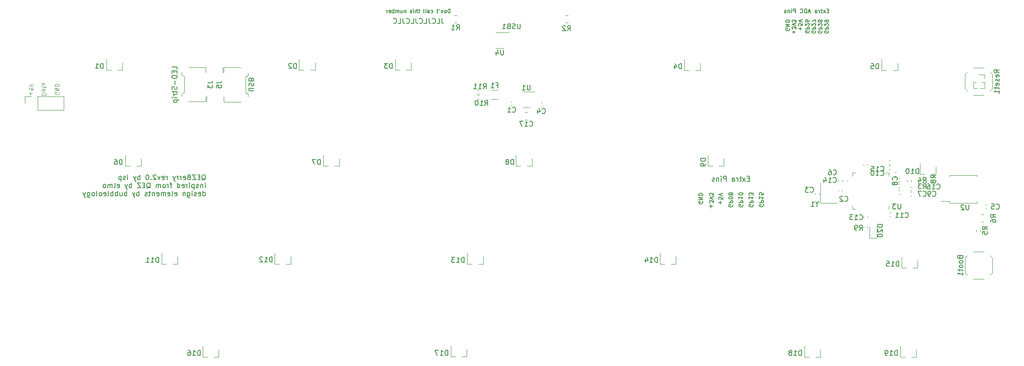
<source format=gbr>
%TF.GenerationSoftware,KiCad,Pcbnew,7.0.7*%
%TF.CreationDate,2023-10-14T12:40:26+02:00*%
%TF.ProjectId,qez,71657a2e-6b69-4636-9164-5f7063625858,rev?*%
%TF.SameCoordinates,Original*%
%TF.FileFunction,Legend,Bot*%
%TF.FilePolarity,Positive*%
%FSLAX46Y46*%
G04 Gerber Fmt 4.6, Leading zero omitted, Abs format (unit mm)*
G04 Created by KiCad (PCBNEW 7.0.7) date 2023-10-14 12:40:26*
%MOMM*%
%LPD*%
G01*
G04 APERTURE LIST*
%ADD10C,0.125000*%
%ADD11C,0.150000*%
%ADD12C,0.120000*%
G04 APERTURE END LIST*
D10*
X65950726Y-74792500D02*
X65988821Y-74868690D01*
X65988821Y-74868690D02*
X65988821Y-74982976D01*
X65988821Y-74982976D02*
X65950726Y-75097262D01*
X65950726Y-75097262D02*
X65874536Y-75173452D01*
X65874536Y-75173452D02*
X65798345Y-75211547D01*
X65798345Y-75211547D02*
X65645964Y-75249643D01*
X65645964Y-75249643D02*
X65531678Y-75249643D01*
X65531678Y-75249643D02*
X65379297Y-75211547D01*
X65379297Y-75211547D02*
X65303107Y-75173452D01*
X65303107Y-75173452D02*
X65226917Y-75097262D01*
X65226917Y-75097262D02*
X65188821Y-74982976D01*
X65188821Y-74982976D02*
X65188821Y-74906785D01*
X65188821Y-74906785D02*
X65226917Y-74792500D01*
X65226917Y-74792500D02*
X65265012Y-74754404D01*
X65265012Y-74754404D02*
X65531678Y-74754404D01*
X65531678Y-74754404D02*
X65531678Y-74906785D01*
X65188821Y-74411547D02*
X65988821Y-74411547D01*
X65988821Y-74411547D02*
X65188821Y-73954404D01*
X65188821Y-73954404D02*
X65988821Y-73954404D01*
X65188821Y-73573452D02*
X65988821Y-73573452D01*
X65988821Y-73573452D02*
X65988821Y-73382976D01*
X65988821Y-73382976D02*
X65950726Y-73268690D01*
X65950726Y-73268690D02*
X65874536Y-73192500D01*
X65874536Y-73192500D02*
X65798345Y-73154405D01*
X65798345Y-73154405D02*
X65645964Y-73116309D01*
X65645964Y-73116309D02*
X65531678Y-73116309D01*
X65531678Y-73116309D02*
X65379297Y-73154405D01*
X65379297Y-73154405D02*
X65303107Y-73192500D01*
X65303107Y-73192500D02*
X65226917Y-73268690D01*
X65226917Y-73268690D02*
X65188821Y-73382976D01*
X65188821Y-73382976D02*
X65188821Y-73573452D01*
X62652001Y-75313754D02*
X63452001Y-75313754D01*
X63452001Y-75313754D02*
X63452001Y-75123278D01*
X63452001Y-75123278D02*
X63413906Y-75008992D01*
X63413906Y-75008992D02*
X63337716Y-74932802D01*
X63337716Y-74932802D02*
X63261525Y-74894707D01*
X63261525Y-74894707D02*
X63109144Y-74856611D01*
X63109144Y-74856611D02*
X62994858Y-74856611D01*
X62994858Y-74856611D02*
X62842477Y-74894707D01*
X62842477Y-74894707D02*
X62766287Y-74932802D01*
X62766287Y-74932802D02*
X62690097Y-75008992D01*
X62690097Y-75008992D02*
X62652001Y-75123278D01*
X62652001Y-75123278D02*
X62652001Y-75313754D01*
X62652001Y-74170897D02*
X63071049Y-74170897D01*
X63071049Y-74170897D02*
X63147239Y-74208992D01*
X63147239Y-74208992D02*
X63185335Y-74285183D01*
X63185335Y-74285183D02*
X63185335Y-74437564D01*
X63185335Y-74437564D02*
X63147239Y-74513754D01*
X62690097Y-74170897D02*
X62652001Y-74247088D01*
X62652001Y-74247088D02*
X62652001Y-74437564D01*
X62652001Y-74437564D02*
X62690097Y-74513754D01*
X62690097Y-74513754D02*
X62766287Y-74551850D01*
X62766287Y-74551850D02*
X62842477Y-74551850D01*
X62842477Y-74551850D02*
X62918668Y-74513754D01*
X62918668Y-74513754D02*
X62956763Y-74437564D01*
X62956763Y-74437564D02*
X62956763Y-74247088D01*
X62956763Y-74247088D02*
X62994858Y-74170897D01*
X63185335Y-73904230D02*
X63185335Y-73599468D01*
X63452001Y-73789944D02*
X62766287Y-73789944D01*
X62766287Y-73789944D02*
X62690097Y-73751849D01*
X62690097Y-73751849D02*
X62652001Y-73675659D01*
X62652001Y-73675659D02*
X62652001Y-73599468D01*
X62652001Y-72989944D02*
X63071049Y-72989944D01*
X63071049Y-72989944D02*
X63147239Y-73028039D01*
X63147239Y-73028039D02*
X63185335Y-73104230D01*
X63185335Y-73104230D02*
X63185335Y-73256611D01*
X63185335Y-73256611D02*
X63147239Y-73332801D01*
X62690097Y-72989944D02*
X62652001Y-73066135D01*
X62652001Y-73066135D02*
X62652001Y-73256611D01*
X62652001Y-73256611D02*
X62690097Y-73332801D01*
X62690097Y-73332801D02*
X62766287Y-73370897D01*
X62766287Y-73370897D02*
X62842477Y-73370897D01*
X62842477Y-73370897D02*
X62918668Y-73332801D01*
X62918668Y-73332801D02*
X62956763Y-73256611D01*
X62956763Y-73256611D02*
X62956763Y-73066135D01*
X62956763Y-73066135D02*
X62994858Y-72989944D01*
D11*
X143426488Y-59010464D02*
X143426488Y-58260464D01*
X143426488Y-58260464D02*
X143247917Y-58260464D01*
X143247917Y-58260464D02*
X143140774Y-58296178D01*
X143140774Y-58296178D02*
X143069345Y-58367607D01*
X143069345Y-58367607D02*
X143033631Y-58439035D01*
X143033631Y-58439035D02*
X142997917Y-58581892D01*
X142997917Y-58581892D02*
X142997917Y-58689035D01*
X142997917Y-58689035D02*
X143033631Y-58831892D01*
X143033631Y-58831892D02*
X143069345Y-58903321D01*
X143069345Y-58903321D02*
X143140774Y-58974750D01*
X143140774Y-58974750D02*
X143247917Y-59010464D01*
X143247917Y-59010464D02*
X143426488Y-59010464D01*
X142569345Y-59010464D02*
X142640774Y-58974750D01*
X142640774Y-58974750D02*
X142676488Y-58939035D01*
X142676488Y-58939035D02*
X142712202Y-58867607D01*
X142712202Y-58867607D02*
X142712202Y-58653321D01*
X142712202Y-58653321D02*
X142676488Y-58581892D01*
X142676488Y-58581892D02*
X142640774Y-58546178D01*
X142640774Y-58546178D02*
X142569345Y-58510464D01*
X142569345Y-58510464D02*
X142462202Y-58510464D01*
X142462202Y-58510464D02*
X142390774Y-58546178D01*
X142390774Y-58546178D02*
X142355060Y-58581892D01*
X142355060Y-58581892D02*
X142319345Y-58653321D01*
X142319345Y-58653321D02*
X142319345Y-58867607D01*
X142319345Y-58867607D02*
X142355060Y-58939035D01*
X142355060Y-58939035D02*
X142390774Y-58974750D01*
X142390774Y-58974750D02*
X142462202Y-59010464D01*
X142462202Y-59010464D02*
X142569345Y-59010464D01*
X141997917Y-58510464D02*
X141997917Y-59010464D01*
X141997917Y-58581892D02*
X141962203Y-58546178D01*
X141962203Y-58546178D02*
X141890774Y-58510464D01*
X141890774Y-58510464D02*
X141783631Y-58510464D01*
X141783631Y-58510464D02*
X141712203Y-58546178D01*
X141712203Y-58546178D02*
X141676489Y-58617607D01*
X141676489Y-58617607D02*
X141676489Y-59010464D01*
X141283632Y-58260464D02*
X141355060Y-58403321D01*
X141069346Y-58510464D02*
X140783632Y-58510464D01*
X140962203Y-58260464D02*
X140962203Y-58903321D01*
X140962203Y-58903321D02*
X140926489Y-58974750D01*
X140926489Y-58974750D02*
X140855060Y-59010464D01*
X140855060Y-59010464D02*
X140783632Y-59010464D01*
X139640775Y-58974750D02*
X139712203Y-59010464D01*
X139712203Y-59010464D02*
X139855060Y-59010464D01*
X139855060Y-59010464D02*
X139926489Y-58974750D01*
X139926489Y-58974750D02*
X139962203Y-58939035D01*
X139962203Y-58939035D02*
X139997917Y-58867607D01*
X139997917Y-58867607D02*
X139997917Y-58653321D01*
X139997917Y-58653321D02*
X139962203Y-58581892D01*
X139962203Y-58581892D02*
X139926489Y-58546178D01*
X139926489Y-58546178D02*
X139855060Y-58510464D01*
X139855060Y-58510464D02*
X139712203Y-58510464D01*
X139712203Y-58510464D02*
X139640775Y-58546178D01*
X138997918Y-59010464D02*
X138997918Y-58617607D01*
X138997918Y-58617607D02*
X139033632Y-58546178D01*
X139033632Y-58546178D02*
X139105060Y-58510464D01*
X139105060Y-58510464D02*
X139247918Y-58510464D01*
X139247918Y-58510464D02*
X139319346Y-58546178D01*
X138997918Y-58974750D02*
X139069346Y-59010464D01*
X139069346Y-59010464D02*
X139247918Y-59010464D01*
X139247918Y-59010464D02*
X139319346Y-58974750D01*
X139319346Y-58974750D02*
X139355060Y-58903321D01*
X139355060Y-58903321D02*
X139355060Y-58831892D01*
X139355060Y-58831892D02*
X139319346Y-58760464D01*
X139319346Y-58760464D02*
X139247918Y-58724750D01*
X139247918Y-58724750D02*
X139069346Y-58724750D01*
X139069346Y-58724750D02*
X138997918Y-58689035D01*
X138533632Y-59010464D02*
X138605061Y-58974750D01*
X138605061Y-58974750D02*
X138640775Y-58903321D01*
X138640775Y-58903321D02*
X138640775Y-58260464D01*
X138140775Y-59010464D02*
X138212204Y-58974750D01*
X138212204Y-58974750D02*
X138247918Y-58903321D01*
X138247918Y-58903321D02*
X138247918Y-58260464D01*
X137390775Y-58510464D02*
X137105061Y-58510464D01*
X137283632Y-58260464D02*
X137283632Y-58903321D01*
X137283632Y-58903321D02*
X137247918Y-58974750D01*
X137247918Y-58974750D02*
X137176489Y-59010464D01*
X137176489Y-59010464D02*
X137105061Y-59010464D01*
X136855061Y-59010464D02*
X136855061Y-58260464D01*
X136533633Y-59010464D02*
X136533633Y-58617607D01*
X136533633Y-58617607D02*
X136569347Y-58546178D01*
X136569347Y-58546178D02*
X136640775Y-58510464D01*
X136640775Y-58510464D02*
X136747918Y-58510464D01*
X136747918Y-58510464D02*
X136819347Y-58546178D01*
X136819347Y-58546178D02*
X136855061Y-58581892D01*
X136176490Y-59010464D02*
X136176490Y-58510464D01*
X136176490Y-58260464D02*
X136212204Y-58296178D01*
X136212204Y-58296178D02*
X136176490Y-58331892D01*
X136176490Y-58331892D02*
X136140776Y-58296178D01*
X136140776Y-58296178D02*
X136176490Y-58260464D01*
X136176490Y-58260464D02*
X136176490Y-58331892D01*
X135855061Y-58974750D02*
X135783633Y-59010464D01*
X135783633Y-59010464D02*
X135640776Y-59010464D01*
X135640776Y-59010464D02*
X135569347Y-58974750D01*
X135569347Y-58974750D02*
X135533633Y-58903321D01*
X135533633Y-58903321D02*
X135533633Y-58867607D01*
X135533633Y-58867607D02*
X135569347Y-58796178D01*
X135569347Y-58796178D02*
X135640776Y-58760464D01*
X135640776Y-58760464D02*
X135747919Y-58760464D01*
X135747919Y-58760464D02*
X135819347Y-58724750D01*
X135819347Y-58724750D02*
X135855061Y-58653321D01*
X135855061Y-58653321D02*
X135855061Y-58617607D01*
X135855061Y-58617607D02*
X135819347Y-58546178D01*
X135819347Y-58546178D02*
X135747919Y-58510464D01*
X135747919Y-58510464D02*
X135640776Y-58510464D01*
X135640776Y-58510464D02*
X135569347Y-58546178D01*
X134640775Y-58510464D02*
X134640775Y-59010464D01*
X134640775Y-58581892D02*
X134605061Y-58546178D01*
X134605061Y-58546178D02*
X134533632Y-58510464D01*
X134533632Y-58510464D02*
X134426489Y-58510464D01*
X134426489Y-58510464D02*
X134355061Y-58546178D01*
X134355061Y-58546178D02*
X134319347Y-58617607D01*
X134319347Y-58617607D02*
X134319347Y-59010464D01*
X133640776Y-58510464D02*
X133640776Y-59010464D01*
X133962204Y-58510464D02*
X133962204Y-58903321D01*
X133962204Y-58903321D02*
X133926490Y-58974750D01*
X133926490Y-58974750D02*
X133855061Y-59010464D01*
X133855061Y-59010464D02*
X133747918Y-59010464D01*
X133747918Y-59010464D02*
X133676490Y-58974750D01*
X133676490Y-58974750D02*
X133640776Y-58939035D01*
X133283633Y-59010464D02*
X133283633Y-58510464D01*
X133283633Y-58581892D02*
X133247919Y-58546178D01*
X133247919Y-58546178D02*
X133176490Y-58510464D01*
X133176490Y-58510464D02*
X133069347Y-58510464D01*
X133069347Y-58510464D02*
X132997919Y-58546178D01*
X132997919Y-58546178D02*
X132962205Y-58617607D01*
X132962205Y-58617607D02*
X132962205Y-59010464D01*
X132962205Y-58617607D02*
X132926490Y-58546178D01*
X132926490Y-58546178D02*
X132855062Y-58510464D01*
X132855062Y-58510464D02*
X132747919Y-58510464D01*
X132747919Y-58510464D02*
X132676490Y-58546178D01*
X132676490Y-58546178D02*
X132640776Y-58617607D01*
X132640776Y-58617607D02*
X132640776Y-59010464D01*
X132283633Y-59010464D02*
X132283633Y-58260464D01*
X132283633Y-58546178D02*
X132212205Y-58510464D01*
X132212205Y-58510464D02*
X132069347Y-58510464D01*
X132069347Y-58510464D02*
X131997919Y-58546178D01*
X131997919Y-58546178D02*
X131962205Y-58581892D01*
X131962205Y-58581892D02*
X131926490Y-58653321D01*
X131926490Y-58653321D02*
X131926490Y-58867607D01*
X131926490Y-58867607D02*
X131962205Y-58939035D01*
X131962205Y-58939035D02*
X131997919Y-58974750D01*
X131997919Y-58974750D02*
X132069347Y-59010464D01*
X132069347Y-59010464D02*
X132212205Y-59010464D01*
X132212205Y-59010464D02*
X132283633Y-58974750D01*
X131319348Y-58974750D02*
X131390776Y-59010464D01*
X131390776Y-59010464D02*
X131533634Y-59010464D01*
X131533634Y-59010464D02*
X131605062Y-58974750D01*
X131605062Y-58974750D02*
X131640776Y-58903321D01*
X131640776Y-58903321D02*
X131640776Y-58617607D01*
X131640776Y-58617607D02*
X131605062Y-58546178D01*
X131605062Y-58546178D02*
X131533634Y-58510464D01*
X131533634Y-58510464D02*
X131390776Y-58510464D01*
X131390776Y-58510464D02*
X131319348Y-58546178D01*
X131319348Y-58546178D02*
X131283634Y-58617607D01*
X131283634Y-58617607D02*
X131283634Y-58689035D01*
X131283634Y-58689035D02*
X131640776Y-58760464D01*
X130962205Y-59010464D02*
X130962205Y-58510464D01*
X130962205Y-58653321D02*
X130926491Y-58581892D01*
X130926491Y-58581892D02*
X130890777Y-58546178D01*
X130890777Y-58546178D02*
X130819348Y-58510464D01*
X130819348Y-58510464D02*
X130747919Y-58510464D01*
D10*
X60381036Y-75273800D02*
X60381036Y-74664277D01*
X60076274Y-74969038D02*
X60685798Y-74969038D01*
X60876274Y-73902372D02*
X60876274Y-74283324D01*
X60876274Y-74283324D02*
X60495322Y-74321420D01*
X60495322Y-74321420D02*
X60533417Y-74283324D01*
X60533417Y-74283324D02*
X60571512Y-74207134D01*
X60571512Y-74207134D02*
X60571512Y-74016658D01*
X60571512Y-74016658D02*
X60533417Y-73940467D01*
X60533417Y-73940467D02*
X60495322Y-73902372D01*
X60495322Y-73902372D02*
X60419131Y-73864277D01*
X60419131Y-73864277D02*
X60228655Y-73864277D01*
X60228655Y-73864277D02*
X60152465Y-73902372D01*
X60152465Y-73902372D02*
X60114370Y-73940467D01*
X60114370Y-73940467D02*
X60076274Y-74016658D01*
X60076274Y-74016658D02*
X60076274Y-74207134D01*
X60076274Y-74207134D02*
X60114370Y-74283324D01*
X60114370Y-74283324D02*
X60152465Y-74321420D01*
X60876274Y-73635705D02*
X60076274Y-73369038D01*
X60076274Y-73369038D02*
X60876274Y-73102372D01*
D11*
X141784791Y-60091843D02*
X141784791Y-60806128D01*
X141784791Y-60806128D02*
X141832410Y-60948985D01*
X141832410Y-60948985D02*
X141927648Y-61044224D01*
X141927648Y-61044224D02*
X142070505Y-61091843D01*
X142070505Y-61091843D02*
X142165743Y-61091843D01*
X140832410Y-61091843D02*
X141308600Y-61091843D01*
X141308600Y-61091843D02*
X141308600Y-60091843D01*
X139927648Y-60996604D02*
X139975267Y-61044224D01*
X139975267Y-61044224D02*
X140118124Y-61091843D01*
X140118124Y-61091843D02*
X140213362Y-61091843D01*
X140213362Y-61091843D02*
X140356219Y-61044224D01*
X140356219Y-61044224D02*
X140451457Y-60948985D01*
X140451457Y-60948985D02*
X140499076Y-60853747D01*
X140499076Y-60853747D02*
X140546695Y-60663271D01*
X140546695Y-60663271D02*
X140546695Y-60520414D01*
X140546695Y-60520414D02*
X140499076Y-60329938D01*
X140499076Y-60329938D02*
X140451457Y-60234700D01*
X140451457Y-60234700D02*
X140356219Y-60139462D01*
X140356219Y-60139462D02*
X140213362Y-60091843D01*
X140213362Y-60091843D02*
X140118124Y-60091843D01*
X140118124Y-60091843D02*
X139975267Y-60139462D01*
X139975267Y-60139462D02*
X139927648Y-60187081D01*
X139213362Y-60091843D02*
X139213362Y-60806128D01*
X139213362Y-60806128D02*
X139260981Y-60948985D01*
X139260981Y-60948985D02*
X139356219Y-61044224D01*
X139356219Y-61044224D02*
X139499076Y-61091843D01*
X139499076Y-61091843D02*
X139594314Y-61091843D01*
X138260981Y-61091843D02*
X138737171Y-61091843D01*
X138737171Y-61091843D02*
X138737171Y-60091843D01*
X137356219Y-60996604D02*
X137403838Y-61044224D01*
X137403838Y-61044224D02*
X137546695Y-61091843D01*
X137546695Y-61091843D02*
X137641933Y-61091843D01*
X137641933Y-61091843D02*
X137784790Y-61044224D01*
X137784790Y-61044224D02*
X137880028Y-60948985D01*
X137880028Y-60948985D02*
X137927647Y-60853747D01*
X137927647Y-60853747D02*
X137975266Y-60663271D01*
X137975266Y-60663271D02*
X137975266Y-60520414D01*
X137975266Y-60520414D02*
X137927647Y-60329938D01*
X137927647Y-60329938D02*
X137880028Y-60234700D01*
X137880028Y-60234700D02*
X137784790Y-60139462D01*
X137784790Y-60139462D02*
X137641933Y-60091843D01*
X137641933Y-60091843D02*
X137546695Y-60091843D01*
X137546695Y-60091843D02*
X137403838Y-60139462D01*
X137403838Y-60139462D02*
X137356219Y-60187081D01*
X136641933Y-60091843D02*
X136641933Y-60806128D01*
X136641933Y-60806128D02*
X136689552Y-60948985D01*
X136689552Y-60948985D02*
X136784790Y-61044224D01*
X136784790Y-61044224D02*
X136927647Y-61091843D01*
X136927647Y-61091843D02*
X137022885Y-61091843D01*
X135689552Y-61091843D02*
X136165742Y-61091843D01*
X136165742Y-61091843D02*
X136165742Y-60091843D01*
X134784790Y-60996604D02*
X134832409Y-61044224D01*
X134832409Y-61044224D02*
X134975266Y-61091843D01*
X134975266Y-61091843D02*
X135070504Y-61091843D01*
X135070504Y-61091843D02*
X135213361Y-61044224D01*
X135213361Y-61044224D02*
X135308599Y-60948985D01*
X135308599Y-60948985D02*
X135356218Y-60853747D01*
X135356218Y-60853747D02*
X135403837Y-60663271D01*
X135403837Y-60663271D02*
X135403837Y-60520414D01*
X135403837Y-60520414D02*
X135356218Y-60329938D01*
X135356218Y-60329938D02*
X135308599Y-60234700D01*
X135308599Y-60234700D02*
X135213361Y-60139462D01*
X135213361Y-60139462D02*
X135070504Y-60091843D01*
X135070504Y-60091843D02*
X134975266Y-60091843D01*
X134975266Y-60091843D02*
X134832409Y-60139462D01*
X134832409Y-60139462D02*
X134784790Y-60187081D01*
X134070504Y-60091843D02*
X134070504Y-60806128D01*
X134070504Y-60806128D02*
X134118123Y-60948985D01*
X134118123Y-60948985D02*
X134213361Y-61044224D01*
X134213361Y-61044224D02*
X134356218Y-61091843D01*
X134356218Y-61091843D02*
X134451456Y-61091843D01*
X133118123Y-61091843D02*
X133594313Y-61091843D01*
X133594313Y-61091843D02*
X133594313Y-60091843D01*
X132213361Y-60996604D02*
X132260980Y-61044224D01*
X132260980Y-61044224D02*
X132403837Y-61091843D01*
X132403837Y-61091843D02*
X132499075Y-61091843D01*
X132499075Y-61091843D02*
X132641932Y-61044224D01*
X132641932Y-61044224D02*
X132737170Y-60948985D01*
X132737170Y-60948985D02*
X132784789Y-60853747D01*
X132784789Y-60853747D02*
X132832408Y-60663271D01*
X132832408Y-60663271D02*
X132832408Y-60520414D01*
X132832408Y-60520414D02*
X132784789Y-60329938D01*
X132784789Y-60329938D02*
X132737170Y-60234700D01*
X132737170Y-60234700D02*
X132641932Y-60139462D01*
X132641932Y-60139462D02*
X132499075Y-60091843D01*
X132499075Y-60091843D02*
X132403837Y-60091843D01*
X132403837Y-60091843D02*
X132260980Y-60139462D01*
X132260980Y-60139462D02*
X132213361Y-60187081D01*
X94265124Y-92230622D02*
X94360362Y-92183003D01*
X94360362Y-92183003D02*
X94455600Y-92087765D01*
X94455600Y-92087765D02*
X94598457Y-91944907D01*
X94598457Y-91944907D02*
X94693695Y-91897288D01*
X94693695Y-91897288D02*
X94788933Y-91897288D01*
X94741314Y-92135384D02*
X94836552Y-92087765D01*
X94836552Y-92087765D02*
X94931790Y-91992526D01*
X94931790Y-91992526D02*
X94979409Y-91802050D01*
X94979409Y-91802050D02*
X94979409Y-91468717D01*
X94979409Y-91468717D02*
X94931790Y-91278241D01*
X94931790Y-91278241D02*
X94836552Y-91183003D01*
X94836552Y-91183003D02*
X94741314Y-91135384D01*
X94741314Y-91135384D02*
X94550838Y-91135384D01*
X94550838Y-91135384D02*
X94455600Y-91183003D01*
X94455600Y-91183003D02*
X94360362Y-91278241D01*
X94360362Y-91278241D02*
X94312743Y-91468717D01*
X94312743Y-91468717D02*
X94312743Y-91802050D01*
X94312743Y-91802050D02*
X94360362Y-91992526D01*
X94360362Y-91992526D02*
X94455600Y-92087765D01*
X94455600Y-92087765D02*
X94550838Y-92135384D01*
X94550838Y-92135384D02*
X94741314Y-92135384D01*
X93884171Y-91611574D02*
X93550838Y-91611574D01*
X93407981Y-92135384D02*
X93884171Y-92135384D01*
X93884171Y-92135384D02*
X93884171Y-91135384D01*
X93884171Y-91135384D02*
X93407981Y-91135384D01*
X93074647Y-91135384D02*
X92407981Y-91135384D01*
X92407981Y-91135384D02*
X93074647Y-92135384D01*
X93074647Y-92135384D02*
X92407981Y-92135384D01*
X91693695Y-91611574D02*
X91550838Y-91659193D01*
X91550838Y-91659193D02*
X91503219Y-91706812D01*
X91503219Y-91706812D02*
X91455600Y-91802050D01*
X91455600Y-91802050D02*
X91455600Y-91944907D01*
X91455600Y-91944907D02*
X91503219Y-92040145D01*
X91503219Y-92040145D02*
X91550838Y-92087765D01*
X91550838Y-92087765D02*
X91646076Y-92135384D01*
X91646076Y-92135384D02*
X92027028Y-92135384D01*
X92027028Y-92135384D02*
X92027028Y-91135384D01*
X92027028Y-91135384D02*
X91693695Y-91135384D01*
X91693695Y-91135384D02*
X91598457Y-91183003D01*
X91598457Y-91183003D02*
X91550838Y-91230622D01*
X91550838Y-91230622D02*
X91503219Y-91325860D01*
X91503219Y-91325860D02*
X91503219Y-91421098D01*
X91503219Y-91421098D02*
X91550838Y-91516336D01*
X91550838Y-91516336D02*
X91598457Y-91563955D01*
X91598457Y-91563955D02*
X91693695Y-91611574D01*
X91693695Y-91611574D02*
X92027028Y-91611574D01*
X90646076Y-92087765D02*
X90741314Y-92135384D01*
X90741314Y-92135384D02*
X90931790Y-92135384D01*
X90931790Y-92135384D02*
X91027028Y-92087765D01*
X91027028Y-92087765D02*
X91074647Y-91992526D01*
X91074647Y-91992526D02*
X91074647Y-91611574D01*
X91074647Y-91611574D02*
X91027028Y-91516336D01*
X91027028Y-91516336D02*
X90931790Y-91468717D01*
X90931790Y-91468717D02*
X90741314Y-91468717D01*
X90741314Y-91468717D02*
X90646076Y-91516336D01*
X90646076Y-91516336D02*
X90598457Y-91611574D01*
X90598457Y-91611574D02*
X90598457Y-91706812D01*
X90598457Y-91706812D02*
X91074647Y-91802050D01*
X90169885Y-92135384D02*
X90169885Y-91468717D01*
X90169885Y-91659193D02*
X90122266Y-91563955D01*
X90122266Y-91563955D02*
X90074647Y-91516336D01*
X90074647Y-91516336D02*
X89979409Y-91468717D01*
X89979409Y-91468717D02*
X89884171Y-91468717D01*
X89550837Y-92135384D02*
X89550837Y-91468717D01*
X89550837Y-91659193D02*
X89503218Y-91563955D01*
X89503218Y-91563955D02*
X89455599Y-91516336D01*
X89455599Y-91516336D02*
X89360361Y-91468717D01*
X89360361Y-91468717D02*
X89265123Y-91468717D01*
X89027027Y-91468717D02*
X88788932Y-92135384D01*
X88550837Y-91468717D02*
X88788932Y-92135384D01*
X88788932Y-92135384D02*
X88884170Y-92373479D01*
X88884170Y-92373479D02*
X88931789Y-92421098D01*
X88931789Y-92421098D02*
X89027027Y-92468717D01*
X87407979Y-92135384D02*
X87407979Y-91468717D01*
X87407979Y-91659193D02*
X87360360Y-91563955D01*
X87360360Y-91563955D02*
X87312741Y-91516336D01*
X87312741Y-91516336D02*
X87217503Y-91468717D01*
X87217503Y-91468717D02*
X87122265Y-91468717D01*
X86407979Y-92087765D02*
X86503217Y-92135384D01*
X86503217Y-92135384D02*
X86693693Y-92135384D01*
X86693693Y-92135384D02*
X86788931Y-92087765D01*
X86788931Y-92087765D02*
X86836550Y-91992526D01*
X86836550Y-91992526D02*
X86836550Y-91611574D01*
X86836550Y-91611574D02*
X86788931Y-91516336D01*
X86788931Y-91516336D02*
X86693693Y-91468717D01*
X86693693Y-91468717D02*
X86503217Y-91468717D01*
X86503217Y-91468717D02*
X86407979Y-91516336D01*
X86407979Y-91516336D02*
X86360360Y-91611574D01*
X86360360Y-91611574D02*
X86360360Y-91706812D01*
X86360360Y-91706812D02*
X86836550Y-91802050D01*
X86027026Y-91468717D02*
X85788931Y-92135384D01*
X85788931Y-92135384D02*
X85550836Y-91468717D01*
X85217502Y-91230622D02*
X85169883Y-91183003D01*
X85169883Y-91183003D02*
X85074645Y-91135384D01*
X85074645Y-91135384D02*
X84836550Y-91135384D01*
X84836550Y-91135384D02*
X84741312Y-91183003D01*
X84741312Y-91183003D02*
X84693693Y-91230622D01*
X84693693Y-91230622D02*
X84646074Y-91325860D01*
X84646074Y-91325860D02*
X84646074Y-91421098D01*
X84646074Y-91421098D02*
X84693693Y-91563955D01*
X84693693Y-91563955D02*
X85265121Y-92135384D01*
X85265121Y-92135384D02*
X84646074Y-92135384D01*
X84217502Y-92040145D02*
X84169883Y-92087765D01*
X84169883Y-92087765D02*
X84217502Y-92135384D01*
X84217502Y-92135384D02*
X84265121Y-92087765D01*
X84265121Y-92087765D02*
X84217502Y-92040145D01*
X84217502Y-92040145D02*
X84217502Y-92135384D01*
X83550836Y-91135384D02*
X83455598Y-91135384D01*
X83455598Y-91135384D02*
X83360360Y-91183003D01*
X83360360Y-91183003D02*
X83312741Y-91230622D01*
X83312741Y-91230622D02*
X83265122Y-91325860D01*
X83265122Y-91325860D02*
X83217503Y-91516336D01*
X83217503Y-91516336D02*
X83217503Y-91754431D01*
X83217503Y-91754431D02*
X83265122Y-91944907D01*
X83265122Y-91944907D02*
X83312741Y-92040145D01*
X83312741Y-92040145D02*
X83360360Y-92087765D01*
X83360360Y-92087765D02*
X83455598Y-92135384D01*
X83455598Y-92135384D02*
X83550836Y-92135384D01*
X83550836Y-92135384D02*
X83646074Y-92087765D01*
X83646074Y-92087765D02*
X83693693Y-92040145D01*
X83693693Y-92040145D02*
X83741312Y-91944907D01*
X83741312Y-91944907D02*
X83788931Y-91754431D01*
X83788931Y-91754431D02*
X83788931Y-91516336D01*
X83788931Y-91516336D02*
X83741312Y-91325860D01*
X83741312Y-91325860D02*
X83693693Y-91230622D01*
X83693693Y-91230622D02*
X83646074Y-91183003D01*
X83646074Y-91183003D02*
X83550836Y-91135384D01*
X82027026Y-92135384D02*
X82027026Y-91135384D01*
X82027026Y-91516336D02*
X81931788Y-91468717D01*
X81931788Y-91468717D02*
X81741312Y-91468717D01*
X81741312Y-91468717D02*
X81646074Y-91516336D01*
X81646074Y-91516336D02*
X81598455Y-91563955D01*
X81598455Y-91563955D02*
X81550836Y-91659193D01*
X81550836Y-91659193D02*
X81550836Y-91944907D01*
X81550836Y-91944907D02*
X81598455Y-92040145D01*
X81598455Y-92040145D02*
X81646074Y-92087765D01*
X81646074Y-92087765D02*
X81741312Y-92135384D01*
X81741312Y-92135384D02*
X81931788Y-92135384D01*
X81931788Y-92135384D02*
X82027026Y-92087765D01*
X81217502Y-91468717D02*
X80979407Y-92135384D01*
X80741312Y-91468717D02*
X80979407Y-92135384D01*
X80979407Y-92135384D02*
X81074645Y-92373479D01*
X81074645Y-92373479D02*
X81122264Y-92421098D01*
X81122264Y-92421098D02*
X81217502Y-92468717D01*
X79598454Y-92135384D02*
X79598454Y-91468717D01*
X79598454Y-91135384D02*
X79646073Y-91183003D01*
X79646073Y-91183003D02*
X79598454Y-91230622D01*
X79598454Y-91230622D02*
X79550835Y-91183003D01*
X79550835Y-91183003D02*
X79598454Y-91135384D01*
X79598454Y-91135384D02*
X79598454Y-91230622D01*
X79169883Y-92087765D02*
X79074645Y-92135384D01*
X79074645Y-92135384D02*
X78884169Y-92135384D01*
X78884169Y-92135384D02*
X78788931Y-92087765D01*
X78788931Y-92087765D02*
X78741312Y-91992526D01*
X78741312Y-91992526D02*
X78741312Y-91944907D01*
X78741312Y-91944907D02*
X78788931Y-91849669D01*
X78788931Y-91849669D02*
X78884169Y-91802050D01*
X78884169Y-91802050D02*
X79027026Y-91802050D01*
X79027026Y-91802050D02*
X79122264Y-91754431D01*
X79122264Y-91754431D02*
X79169883Y-91659193D01*
X79169883Y-91659193D02*
X79169883Y-91611574D01*
X79169883Y-91611574D02*
X79122264Y-91516336D01*
X79122264Y-91516336D02*
X79027026Y-91468717D01*
X79027026Y-91468717D02*
X78884169Y-91468717D01*
X78884169Y-91468717D02*
X78788931Y-91516336D01*
X78312740Y-91468717D02*
X78312740Y-92468717D01*
X78312740Y-91516336D02*
X78217502Y-91468717D01*
X78217502Y-91468717D02*
X78027026Y-91468717D01*
X78027026Y-91468717D02*
X77931788Y-91516336D01*
X77931788Y-91516336D02*
X77884169Y-91563955D01*
X77884169Y-91563955D02*
X77836550Y-91659193D01*
X77836550Y-91659193D02*
X77836550Y-91944907D01*
X77836550Y-91944907D02*
X77884169Y-92040145D01*
X77884169Y-92040145D02*
X77931788Y-92087765D01*
X77931788Y-92087765D02*
X78027026Y-92135384D01*
X78027026Y-92135384D02*
X78217502Y-92135384D01*
X78217502Y-92135384D02*
X78312740Y-92087765D01*
X94931790Y-93745384D02*
X94931790Y-93078717D01*
X94931790Y-92745384D02*
X94979409Y-92793003D01*
X94979409Y-92793003D02*
X94931790Y-92840622D01*
X94931790Y-92840622D02*
X94884171Y-92793003D01*
X94884171Y-92793003D02*
X94931790Y-92745384D01*
X94931790Y-92745384D02*
X94931790Y-92840622D01*
X94455600Y-93078717D02*
X94455600Y-93745384D01*
X94455600Y-93173955D02*
X94407981Y-93126336D01*
X94407981Y-93126336D02*
X94312743Y-93078717D01*
X94312743Y-93078717D02*
X94169886Y-93078717D01*
X94169886Y-93078717D02*
X94074648Y-93126336D01*
X94074648Y-93126336D02*
X94027029Y-93221574D01*
X94027029Y-93221574D02*
X94027029Y-93745384D01*
X93598457Y-93697765D02*
X93503219Y-93745384D01*
X93503219Y-93745384D02*
X93312743Y-93745384D01*
X93312743Y-93745384D02*
X93217505Y-93697765D01*
X93217505Y-93697765D02*
X93169886Y-93602526D01*
X93169886Y-93602526D02*
X93169886Y-93554907D01*
X93169886Y-93554907D02*
X93217505Y-93459669D01*
X93217505Y-93459669D02*
X93312743Y-93412050D01*
X93312743Y-93412050D02*
X93455600Y-93412050D01*
X93455600Y-93412050D02*
X93550838Y-93364431D01*
X93550838Y-93364431D02*
X93598457Y-93269193D01*
X93598457Y-93269193D02*
X93598457Y-93221574D01*
X93598457Y-93221574D02*
X93550838Y-93126336D01*
X93550838Y-93126336D02*
X93455600Y-93078717D01*
X93455600Y-93078717D02*
X93312743Y-93078717D01*
X93312743Y-93078717D02*
X93217505Y-93126336D01*
X92741314Y-93078717D02*
X92741314Y-94078717D01*
X92741314Y-93126336D02*
X92646076Y-93078717D01*
X92646076Y-93078717D02*
X92455600Y-93078717D01*
X92455600Y-93078717D02*
X92360362Y-93126336D01*
X92360362Y-93126336D02*
X92312743Y-93173955D01*
X92312743Y-93173955D02*
X92265124Y-93269193D01*
X92265124Y-93269193D02*
X92265124Y-93554907D01*
X92265124Y-93554907D02*
X92312743Y-93650145D01*
X92312743Y-93650145D02*
X92360362Y-93697765D01*
X92360362Y-93697765D02*
X92455600Y-93745384D01*
X92455600Y-93745384D02*
X92646076Y-93745384D01*
X92646076Y-93745384D02*
X92741314Y-93697765D01*
X91836552Y-93745384D02*
X91836552Y-93078717D01*
X91836552Y-92745384D02*
X91884171Y-92793003D01*
X91884171Y-92793003D02*
X91836552Y-92840622D01*
X91836552Y-92840622D02*
X91788933Y-92793003D01*
X91788933Y-92793003D02*
X91836552Y-92745384D01*
X91836552Y-92745384D02*
X91836552Y-92840622D01*
X91360362Y-93745384D02*
X91360362Y-93078717D01*
X91360362Y-93269193D02*
X91312743Y-93173955D01*
X91312743Y-93173955D02*
X91265124Y-93126336D01*
X91265124Y-93126336D02*
X91169886Y-93078717D01*
X91169886Y-93078717D02*
X91074648Y-93078717D01*
X90360362Y-93697765D02*
X90455600Y-93745384D01*
X90455600Y-93745384D02*
X90646076Y-93745384D01*
X90646076Y-93745384D02*
X90741314Y-93697765D01*
X90741314Y-93697765D02*
X90788933Y-93602526D01*
X90788933Y-93602526D02*
X90788933Y-93221574D01*
X90788933Y-93221574D02*
X90741314Y-93126336D01*
X90741314Y-93126336D02*
X90646076Y-93078717D01*
X90646076Y-93078717D02*
X90455600Y-93078717D01*
X90455600Y-93078717D02*
X90360362Y-93126336D01*
X90360362Y-93126336D02*
X90312743Y-93221574D01*
X90312743Y-93221574D02*
X90312743Y-93316812D01*
X90312743Y-93316812D02*
X90788933Y-93412050D01*
X89455600Y-93745384D02*
X89455600Y-92745384D01*
X89455600Y-93697765D02*
X89550838Y-93745384D01*
X89550838Y-93745384D02*
X89741314Y-93745384D01*
X89741314Y-93745384D02*
X89836552Y-93697765D01*
X89836552Y-93697765D02*
X89884171Y-93650145D01*
X89884171Y-93650145D02*
X89931790Y-93554907D01*
X89931790Y-93554907D02*
X89931790Y-93269193D01*
X89931790Y-93269193D02*
X89884171Y-93173955D01*
X89884171Y-93173955D02*
X89836552Y-93126336D01*
X89836552Y-93126336D02*
X89741314Y-93078717D01*
X89741314Y-93078717D02*
X89550838Y-93078717D01*
X89550838Y-93078717D02*
X89455600Y-93126336D01*
X88360361Y-93078717D02*
X87979409Y-93078717D01*
X88217504Y-93745384D02*
X88217504Y-92888241D01*
X88217504Y-92888241D02*
X88169885Y-92793003D01*
X88169885Y-92793003D02*
X88074647Y-92745384D01*
X88074647Y-92745384D02*
X87979409Y-92745384D01*
X87646075Y-93745384D02*
X87646075Y-93078717D01*
X87646075Y-93269193D02*
X87598456Y-93173955D01*
X87598456Y-93173955D02*
X87550837Y-93126336D01*
X87550837Y-93126336D02*
X87455599Y-93078717D01*
X87455599Y-93078717D02*
X87360361Y-93078717D01*
X86884170Y-93745384D02*
X86979408Y-93697765D01*
X86979408Y-93697765D02*
X87027027Y-93650145D01*
X87027027Y-93650145D02*
X87074646Y-93554907D01*
X87074646Y-93554907D02*
X87074646Y-93269193D01*
X87074646Y-93269193D02*
X87027027Y-93173955D01*
X87027027Y-93173955D02*
X86979408Y-93126336D01*
X86979408Y-93126336D02*
X86884170Y-93078717D01*
X86884170Y-93078717D02*
X86741313Y-93078717D01*
X86741313Y-93078717D02*
X86646075Y-93126336D01*
X86646075Y-93126336D02*
X86598456Y-93173955D01*
X86598456Y-93173955D02*
X86550837Y-93269193D01*
X86550837Y-93269193D02*
X86550837Y-93554907D01*
X86550837Y-93554907D02*
X86598456Y-93650145D01*
X86598456Y-93650145D02*
X86646075Y-93697765D01*
X86646075Y-93697765D02*
X86741313Y-93745384D01*
X86741313Y-93745384D02*
X86884170Y-93745384D01*
X86122265Y-93745384D02*
X86122265Y-93078717D01*
X86122265Y-93173955D02*
X86074646Y-93126336D01*
X86074646Y-93126336D02*
X85979408Y-93078717D01*
X85979408Y-93078717D02*
X85836551Y-93078717D01*
X85836551Y-93078717D02*
X85741313Y-93126336D01*
X85741313Y-93126336D02*
X85693694Y-93221574D01*
X85693694Y-93221574D02*
X85693694Y-93745384D01*
X85693694Y-93221574D02*
X85646075Y-93126336D01*
X85646075Y-93126336D02*
X85550837Y-93078717D01*
X85550837Y-93078717D02*
X85407980Y-93078717D01*
X85407980Y-93078717D02*
X85312741Y-93126336D01*
X85312741Y-93126336D02*
X85265122Y-93221574D01*
X85265122Y-93221574D02*
X85265122Y-93745384D01*
X83360361Y-93840622D02*
X83455599Y-93793003D01*
X83455599Y-93793003D02*
X83550837Y-93697765D01*
X83550837Y-93697765D02*
X83693694Y-93554907D01*
X83693694Y-93554907D02*
X83788932Y-93507288D01*
X83788932Y-93507288D02*
X83884170Y-93507288D01*
X83836551Y-93745384D02*
X83931789Y-93697765D01*
X83931789Y-93697765D02*
X84027027Y-93602526D01*
X84027027Y-93602526D02*
X84074646Y-93412050D01*
X84074646Y-93412050D02*
X84074646Y-93078717D01*
X84074646Y-93078717D02*
X84027027Y-92888241D01*
X84027027Y-92888241D02*
X83931789Y-92793003D01*
X83931789Y-92793003D02*
X83836551Y-92745384D01*
X83836551Y-92745384D02*
X83646075Y-92745384D01*
X83646075Y-92745384D02*
X83550837Y-92793003D01*
X83550837Y-92793003D02*
X83455599Y-92888241D01*
X83455599Y-92888241D02*
X83407980Y-93078717D01*
X83407980Y-93078717D02*
X83407980Y-93412050D01*
X83407980Y-93412050D02*
X83455599Y-93602526D01*
X83455599Y-93602526D02*
X83550837Y-93697765D01*
X83550837Y-93697765D02*
X83646075Y-93745384D01*
X83646075Y-93745384D02*
X83836551Y-93745384D01*
X82979408Y-93221574D02*
X82646075Y-93221574D01*
X82503218Y-93745384D02*
X82979408Y-93745384D01*
X82979408Y-93745384D02*
X82979408Y-92745384D01*
X82979408Y-92745384D02*
X82503218Y-92745384D01*
X82169884Y-92745384D02*
X81503218Y-92745384D01*
X81503218Y-92745384D02*
X82169884Y-93745384D01*
X82169884Y-93745384D02*
X81503218Y-93745384D01*
X80360360Y-93745384D02*
X80360360Y-92745384D01*
X80360360Y-93126336D02*
X80265122Y-93078717D01*
X80265122Y-93078717D02*
X80074646Y-93078717D01*
X80074646Y-93078717D02*
X79979408Y-93126336D01*
X79979408Y-93126336D02*
X79931789Y-93173955D01*
X79931789Y-93173955D02*
X79884170Y-93269193D01*
X79884170Y-93269193D02*
X79884170Y-93554907D01*
X79884170Y-93554907D02*
X79931789Y-93650145D01*
X79931789Y-93650145D02*
X79979408Y-93697765D01*
X79979408Y-93697765D02*
X80074646Y-93745384D01*
X80074646Y-93745384D02*
X80265122Y-93745384D01*
X80265122Y-93745384D02*
X80360360Y-93697765D01*
X79550836Y-93078717D02*
X79312741Y-93745384D01*
X79074646Y-93078717D02*
X79312741Y-93745384D01*
X79312741Y-93745384D02*
X79407979Y-93983479D01*
X79407979Y-93983479D02*
X79455598Y-94031098D01*
X79455598Y-94031098D02*
X79550836Y-94078717D01*
X77550836Y-93697765D02*
X77646074Y-93745384D01*
X77646074Y-93745384D02*
X77836550Y-93745384D01*
X77836550Y-93745384D02*
X77931788Y-93697765D01*
X77931788Y-93697765D02*
X77979407Y-93602526D01*
X77979407Y-93602526D02*
X77979407Y-93221574D01*
X77979407Y-93221574D02*
X77931788Y-93126336D01*
X77931788Y-93126336D02*
X77836550Y-93078717D01*
X77836550Y-93078717D02*
X77646074Y-93078717D01*
X77646074Y-93078717D02*
X77550836Y-93126336D01*
X77550836Y-93126336D02*
X77503217Y-93221574D01*
X77503217Y-93221574D02*
X77503217Y-93316812D01*
X77503217Y-93316812D02*
X77979407Y-93412050D01*
X76931788Y-93745384D02*
X77027026Y-93697765D01*
X77027026Y-93697765D02*
X77074645Y-93602526D01*
X77074645Y-93602526D02*
X77074645Y-92745384D01*
X76550835Y-93745384D02*
X76550835Y-93078717D01*
X76550835Y-93173955D02*
X76503216Y-93126336D01*
X76503216Y-93126336D02*
X76407978Y-93078717D01*
X76407978Y-93078717D02*
X76265121Y-93078717D01*
X76265121Y-93078717D02*
X76169883Y-93126336D01*
X76169883Y-93126336D02*
X76122264Y-93221574D01*
X76122264Y-93221574D02*
X76122264Y-93745384D01*
X76122264Y-93221574D02*
X76074645Y-93126336D01*
X76074645Y-93126336D02*
X75979407Y-93078717D01*
X75979407Y-93078717D02*
X75836550Y-93078717D01*
X75836550Y-93078717D02*
X75741311Y-93126336D01*
X75741311Y-93126336D02*
X75693692Y-93221574D01*
X75693692Y-93221574D02*
X75693692Y-93745384D01*
X75074645Y-93745384D02*
X75169883Y-93697765D01*
X75169883Y-93697765D02*
X75217502Y-93650145D01*
X75217502Y-93650145D02*
X75265121Y-93554907D01*
X75265121Y-93554907D02*
X75265121Y-93269193D01*
X75265121Y-93269193D02*
X75217502Y-93173955D01*
X75217502Y-93173955D02*
X75169883Y-93126336D01*
X75169883Y-93126336D02*
X75074645Y-93078717D01*
X75074645Y-93078717D02*
X74931788Y-93078717D01*
X74931788Y-93078717D02*
X74836550Y-93126336D01*
X74836550Y-93126336D02*
X74788931Y-93173955D01*
X74788931Y-93173955D02*
X74741312Y-93269193D01*
X74741312Y-93269193D02*
X74741312Y-93554907D01*
X74741312Y-93554907D02*
X74788931Y-93650145D01*
X74788931Y-93650145D02*
X74836550Y-93697765D01*
X74836550Y-93697765D02*
X74931788Y-93745384D01*
X74931788Y-93745384D02*
X75074645Y-93745384D01*
X94503219Y-95355384D02*
X94503219Y-94355384D01*
X94503219Y-95307765D02*
X94598457Y-95355384D01*
X94598457Y-95355384D02*
X94788933Y-95355384D01*
X94788933Y-95355384D02*
X94884171Y-95307765D01*
X94884171Y-95307765D02*
X94931790Y-95260145D01*
X94931790Y-95260145D02*
X94979409Y-95164907D01*
X94979409Y-95164907D02*
X94979409Y-94879193D01*
X94979409Y-94879193D02*
X94931790Y-94783955D01*
X94931790Y-94783955D02*
X94884171Y-94736336D01*
X94884171Y-94736336D02*
X94788933Y-94688717D01*
X94788933Y-94688717D02*
X94598457Y-94688717D01*
X94598457Y-94688717D02*
X94503219Y-94736336D01*
X93646076Y-95307765D02*
X93741314Y-95355384D01*
X93741314Y-95355384D02*
X93931790Y-95355384D01*
X93931790Y-95355384D02*
X94027028Y-95307765D01*
X94027028Y-95307765D02*
X94074647Y-95212526D01*
X94074647Y-95212526D02*
X94074647Y-94831574D01*
X94074647Y-94831574D02*
X94027028Y-94736336D01*
X94027028Y-94736336D02*
X93931790Y-94688717D01*
X93931790Y-94688717D02*
X93741314Y-94688717D01*
X93741314Y-94688717D02*
X93646076Y-94736336D01*
X93646076Y-94736336D02*
X93598457Y-94831574D01*
X93598457Y-94831574D02*
X93598457Y-94926812D01*
X93598457Y-94926812D02*
X94074647Y-95022050D01*
X93217504Y-95307765D02*
X93122266Y-95355384D01*
X93122266Y-95355384D02*
X92931790Y-95355384D01*
X92931790Y-95355384D02*
X92836552Y-95307765D01*
X92836552Y-95307765D02*
X92788933Y-95212526D01*
X92788933Y-95212526D02*
X92788933Y-95164907D01*
X92788933Y-95164907D02*
X92836552Y-95069669D01*
X92836552Y-95069669D02*
X92931790Y-95022050D01*
X92931790Y-95022050D02*
X93074647Y-95022050D01*
X93074647Y-95022050D02*
X93169885Y-94974431D01*
X93169885Y-94974431D02*
X93217504Y-94879193D01*
X93217504Y-94879193D02*
X93217504Y-94831574D01*
X93217504Y-94831574D02*
X93169885Y-94736336D01*
X93169885Y-94736336D02*
X93074647Y-94688717D01*
X93074647Y-94688717D02*
X92931790Y-94688717D01*
X92931790Y-94688717D02*
X92836552Y-94736336D01*
X92360361Y-95355384D02*
X92360361Y-94688717D01*
X92360361Y-94355384D02*
X92407980Y-94403003D01*
X92407980Y-94403003D02*
X92360361Y-94450622D01*
X92360361Y-94450622D02*
X92312742Y-94403003D01*
X92312742Y-94403003D02*
X92360361Y-94355384D01*
X92360361Y-94355384D02*
X92360361Y-94450622D01*
X91455600Y-94688717D02*
X91455600Y-95498241D01*
X91455600Y-95498241D02*
X91503219Y-95593479D01*
X91503219Y-95593479D02*
X91550838Y-95641098D01*
X91550838Y-95641098D02*
X91646076Y-95688717D01*
X91646076Y-95688717D02*
X91788933Y-95688717D01*
X91788933Y-95688717D02*
X91884171Y-95641098D01*
X91455600Y-95307765D02*
X91550838Y-95355384D01*
X91550838Y-95355384D02*
X91741314Y-95355384D01*
X91741314Y-95355384D02*
X91836552Y-95307765D01*
X91836552Y-95307765D02*
X91884171Y-95260145D01*
X91884171Y-95260145D02*
X91931790Y-95164907D01*
X91931790Y-95164907D02*
X91931790Y-94879193D01*
X91931790Y-94879193D02*
X91884171Y-94783955D01*
X91884171Y-94783955D02*
X91836552Y-94736336D01*
X91836552Y-94736336D02*
X91741314Y-94688717D01*
X91741314Y-94688717D02*
X91550838Y-94688717D01*
X91550838Y-94688717D02*
X91455600Y-94736336D01*
X90979409Y-94688717D02*
X90979409Y-95355384D01*
X90979409Y-94783955D02*
X90931790Y-94736336D01*
X90931790Y-94736336D02*
X90836552Y-94688717D01*
X90836552Y-94688717D02*
X90693695Y-94688717D01*
X90693695Y-94688717D02*
X90598457Y-94736336D01*
X90598457Y-94736336D02*
X90550838Y-94831574D01*
X90550838Y-94831574D02*
X90550838Y-95355384D01*
X88931790Y-95307765D02*
X89027028Y-95355384D01*
X89027028Y-95355384D02*
X89217504Y-95355384D01*
X89217504Y-95355384D02*
X89312742Y-95307765D01*
X89312742Y-95307765D02*
X89360361Y-95212526D01*
X89360361Y-95212526D02*
X89360361Y-94831574D01*
X89360361Y-94831574D02*
X89312742Y-94736336D01*
X89312742Y-94736336D02*
X89217504Y-94688717D01*
X89217504Y-94688717D02*
X89027028Y-94688717D01*
X89027028Y-94688717D02*
X88931790Y-94736336D01*
X88931790Y-94736336D02*
X88884171Y-94831574D01*
X88884171Y-94831574D02*
X88884171Y-94926812D01*
X88884171Y-94926812D02*
X89360361Y-95022050D01*
X88312742Y-95355384D02*
X88407980Y-95307765D01*
X88407980Y-95307765D02*
X88455599Y-95212526D01*
X88455599Y-95212526D02*
X88455599Y-94355384D01*
X87550837Y-95307765D02*
X87646075Y-95355384D01*
X87646075Y-95355384D02*
X87836551Y-95355384D01*
X87836551Y-95355384D02*
X87931789Y-95307765D01*
X87931789Y-95307765D02*
X87979408Y-95212526D01*
X87979408Y-95212526D02*
X87979408Y-94831574D01*
X87979408Y-94831574D02*
X87931789Y-94736336D01*
X87931789Y-94736336D02*
X87836551Y-94688717D01*
X87836551Y-94688717D02*
X87646075Y-94688717D01*
X87646075Y-94688717D02*
X87550837Y-94736336D01*
X87550837Y-94736336D02*
X87503218Y-94831574D01*
X87503218Y-94831574D02*
X87503218Y-94926812D01*
X87503218Y-94926812D02*
X87979408Y-95022050D01*
X87074646Y-95355384D02*
X87074646Y-94688717D01*
X87074646Y-94783955D02*
X87027027Y-94736336D01*
X87027027Y-94736336D02*
X86931789Y-94688717D01*
X86931789Y-94688717D02*
X86788932Y-94688717D01*
X86788932Y-94688717D02*
X86693694Y-94736336D01*
X86693694Y-94736336D02*
X86646075Y-94831574D01*
X86646075Y-94831574D02*
X86646075Y-95355384D01*
X86646075Y-94831574D02*
X86598456Y-94736336D01*
X86598456Y-94736336D02*
X86503218Y-94688717D01*
X86503218Y-94688717D02*
X86360361Y-94688717D01*
X86360361Y-94688717D02*
X86265122Y-94736336D01*
X86265122Y-94736336D02*
X86217503Y-94831574D01*
X86217503Y-94831574D02*
X86217503Y-95355384D01*
X85360361Y-95307765D02*
X85455599Y-95355384D01*
X85455599Y-95355384D02*
X85646075Y-95355384D01*
X85646075Y-95355384D02*
X85741313Y-95307765D01*
X85741313Y-95307765D02*
X85788932Y-95212526D01*
X85788932Y-95212526D02*
X85788932Y-94831574D01*
X85788932Y-94831574D02*
X85741313Y-94736336D01*
X85741313Y-94736336D02*
X85646075Y-94688717D01*
X85646075Y-94688717D02*
X85455599Y-94688717D01*
X85455599Y-94688717D02*
X85360361Y-94736336D01*
X85360361Y-94736336D02*
X85312742Y-94831574D01*
X85312742Y-94831574D02*
X85312742Y-94926812D01*
X85312742Y-94926812D02*
X85788932Y-95022050D01*
X84884170Y-94688717D02*
X84884170Y-95355384D01*
X84884170Y-94783955D02*
X84836551Y-94736336D01*
X84836551Y-94736336D02*
X84741313Y-94688717D01*
X84741313Y-94688717D02*
X84598456Y-94688717D01*
X84598456Y-94688717D02*
X84503218Y-94736336D01*
X84503218Y-94736336D02*
X84455599Y-94831574D01*
X84455599Y-94831574D02*
X84455599Y-95355384D01*
X84122265Y-94688717D02*
X83741313Y-94688717D01*
X83979408Y-94355384D02*
X83979408Y-95212526D01*
X83979408Y-95212526D02*
X83931789Y-95307765D01*
X83931789Y-95307765D02*
X83836551Y-95355384D01*
X83836551Y-95355384D02*
X83741313Y-95355384D01*
X83455598Y-95307765D02*
X83360360Y-95355384D01*
X83360360Y-95355384D02*
X83169884Y-95355384D01*
X83169884Y-95355384D02*
X83074646Y-95307765D01*
X83074646Y-95307765D02*
X83027027Y-95212526D01*
X83027027Y-95212526D02*
X83027027Y-95164907D01*
X83027027Y-95164907D02*
X83074646Y-95069669D01*
X83074646Y-95069669D02*
X83169884Y-95022050D01*
X83169884Y-95022050D02*
X83312741Y-95022050D01*
X83312741Y-95022050D02*
X83407979Y-94974431D01*
X83407979Y-94974431D02*
X83455598Y-94879193D01*
X83455598Y-94879193D02*
X83455598Y-94831574D01*
X83455598Y-94831574D02*
X83407979Y-94736336D01*
X83407979Y-94736336D02*
X83312741Y-94688717D01*
X83312741Y-94688717D02*
X83169884Y-94688717D01*
X83169884Y-94688717D02*
X83074646Y-94736336D01*
X81836550Y-95355384D02*
X81836550Y-94355384D01*
X81836550Y-94736336D02*
X81741312Y-94688717D01*
X81741312Y-94688717D02*
X81550836Y-94688717D01*
X81550836Y-94688717D02*
X81455598Y-94736336D01*
X81455598Y-94736336D02*
X81407979Y-94783955D01*
X81407979Y-94783955D02*
X81360360Y-94879193D01*
X81360360Y-94879193D02*
X81360360Y-95164907D01*
X81360360Y-95164907D02*
X81407979Y-95260145D01*
X81407979Y-95260145D02*
X81455598Y-95307765D01*
X81455598Y-95307765D02*
X81550836Y-95355384D01*
X81550836Y-95355384D02*
X81741312Y-95355384D01*
X81741312Y-95355384D02*
X81836550Y-95307765D01*
X81027026Y-94688717D02*
X80788931Y-95355384D01*
X80550836Y-94688717D02*
X80788931Y-95355384D01*
X80788931Y-95355384D02*
X80884169Y-95593479D01*
X80884169Y-95593479D02*
X80931788Y-95641098D01*
X80931788Y-95641098D02*
X81027026Y-95688717D01*
X79407978Y-95355384D02*
X79407978Y-94355384D01*
X79407978Y-94736336D02*
X79312740Y-94688717D01*
X79312740Y-94688717D02*
X79122264Y-94688717D01*
X79122264Y-94688717D02*
X79027026Y-94736336D01*
X79027026Y-94736336D02*
X78979407Y-94783955D01*
X78979407Y-94783955D02*
X78931788Y-94879193D01*
X78931788Y-94879193D02*
X78931788Y-95164907D01*
X78931788Y-95164907D02*
X78979407Y-95260145D01*
X78979407Y-95260145D02*
X79027026Y-95307765D01*
X79027026Y-95307765D02*
X79122264Y-95355384D01*
X79122264Y-95355384D02*
X79312740Y-95355384D01*
X79312740Y-95355384D02*
X79407978Y-95307765D01*
X78074645Y-94688717D02*
X78074645Y-95355384D01*
X78503216Y-94688717D02*
X78503216Y-95212526D01*
X78503216Y-95212526D02*
X78455597Y-95307765D01*
X78455597Y-95307765D02*
X78360359Y-95355384D01*
X78360359Y-95355384D02*
X78217502Y-95355384D01*
X78217502Y-95355384D02*
X78122264Y-95307765D01*
X78122264Y-95307765D02*
X78074645Y-95260145D01*
X77598454Y-95355384D02*
X77598454Y-94355384D01*
X77598454Y-94736336D02*
X77503216Y-94688717D01*
X77503216Y-94688717D02*
X77312740Y-94688717D01*
X77312740Y-94688717D02*
X77217502Y-94736336D01*
X77217502Y-94736336D02*
X77169883Y-94783955D01*
X77169883Y-94783955D02*
X77122264Y-94879193D01*
X77122264Y-94879193D02*
X77122264Y-95164907D01*
X77122264Y-95164907D02*
X77169883Y-95260145D01*
X77169883Y-95260145D02*
X77217502Y-95307765D01*
X77217502Y-95307765D02*
X77312740Y-95355384D01*
X77312740Y-95355384D02*
X77503216Y-95355384D01*
X77503216Y-95355384D02*
X77598454Y-95307765D01*
X76693692Y-95355384D02*
X76693692Y-94355384D01*
X76693692Y-94736336D02*
X76598454Y-94688717D01*
X76598454Y-94688717D02*
X76407978Y-94688717D01*
X76407978Y-94688717D02*
X76312740Y-94736336D01*
X76312740Y-94736336D02*
X76265121Y-94783955D01*
X76265121Y-94783955D02*
X76217502Y-94879193D01*
X76217502Y-94879193D02*
X76217502Y-95164907D01*
X76217502Y-95164907D02*
X76265121Y-95260145D01*
X76265121Y-95260145D02*
X76312740Y-95307765D01*
X76312740Y-95307765D02*
X76407978Y-95355384D01*
X76407978Y-95355384D02*
X76598454Y-95355384D01*
X76598454Y-95355384D02*
X76693692Y-95307765D01*
X75646073Y-95355384D02*
X75741311Y-95307765D01*
X75741311Y-95307765D02*
X75788930Y-95212526D01*
X75788930Y-95212526D02*
X75788930Y-94355384D01*
X74884168Y-95307765D02*
X74979406Y-95355384D01*
X74979406Y-95355384D02*
X75169882Y-95355384D01*
X75169882Y-95355384D02*
X75265120Y-95307765D01*
X75265120Y-95307765D02*
X75312739Y-95212526D01*
X75312739Y-95212526D02*
X75312739Y-94831574D01*
X75312739Y-94831574D02*
X75265120Y-94736336D01*
X75265120Y-94736336D02*
X75169882Y-94688717D01*
X75169882Y-94688717D02*
X74979406Y-94688717D01*
X74979406Y-94688717D02*
X74884168Y-94736336D01*
X74884168Y-94736336D02*
X74836549Y-94831574D01*
X74836549Y-94831574D02*
X74836549Y-94926812D01*
X74836549Y-94926812D02*
X75312739Y-95022050D01*
X74265120Y-95355384D02*
X74360358Y-95307765D01*
X74360358Y-95307765D02*
X74407977Y-95260145D01*
X74407977Y-95260145D02*
X74455596Y-95164907D01*
X74455596Y-95164907D02*
X74455596Y-94879193D01*
X74455596Y-94879193D02*
X74407977Y-94783955D01*
X74407977Y-94783955D02*
X74360358Y-94736336D01*
X74360358Y-94736336D02*
X74265120Y-94688717D01*
X74265120Y-94688717D02*
X74122263Y-94688717D01*
X74122263Y-94688717D02*
X74027025Y-94736336D01*
X74027025Y-94736336D02*
X73979406Y-94783955D01*
X73979406Y-94783955D02*
X73931787Y-94879193D01*
X73931787Y-94879193D02*
X73931787Y-95164907D01*
X73931787Y-95164907D02*
X73979406Y-95260145D01*
X73979406Y-95260145D02*
X74027025Y-95307765D01*
X74027025Y-95307765D02*
X74122263Y-95355384D01*
X74122263Y-95355384D02*
X74265120Y-95355384D01*
X73360358Y-95355384D02*
X73455596Y-95307765D01*
X73455596Y-95307765D02*
X73503215Y-95212526D01*
X73503215Y-95212526D02*
X73503215Y-94355384D01*
X72836548Y-95355384D02*
X72931786Y-95307765D01*
X72931786Y-95307765D02*
X72979405Y-95260145D01*
X72979405Y-95260145D02*
X73027024Y-95164907D01*
X73027024Y-95164907D02*
X73027024Y-94879193D01*
X73027024Y-94879193D02*
X72979405Y-94783955D01*
X72979405Y-94783955D02*
X72931786Y-94736336D01*
X72931786Y-94736336D02*
X72836548Y-94688717D01*
X72836548Y-94688717D02*
X72693691Y-94688717D01*
X72693691Y-94688717D02*
X72598453Y-94736336D01*
X72598453Y-94736336D02*
X72550834Y-94783955D01*
X72550834Y-94783955D02*
X72503215Y-94879193D01*
X72503215Y-94879193D02*
X72503215Y-95164907D01*
X72503215Y-95164907D02*
X72550834Y-95260145D01*
X72550834Y-95260145D02*
X72598453Y-95307765D01*
X72598453Y-95307765D02*
X72693691Y-95355384D01*
X72693691Y-95355384D02*
X72836548Y-95355384D01*
X71646072Y-94688717D02*
X71646072Y-95498241D01*
X71646072Y-95498241D02*
X71693691Y-95593479D01*
X71693691Y-95593479D02*
X71741310Y-95641098D01*
X71741310Y-95641098D02*
X71836548Y-95688717D01*
X71836548Y-95688717D02*
X71979405Y-95688717D01*
X71979405Y-95688717D02*
X72074643Y-95641098D01*
X71646072Y-95307765D02*
X71741310Y-95355384D01*
X71741310Y-95355384D02*
X71931786Y-95355384D01*
X71931786Y-95355384D02*
X72027024Y-95307765D01*
X72027024Y-95307765D02*
X72074643Y-95260145D01*
X72074643Y-95260145D02*
X72122262Y-95164907D01*
X72122262Y-95164907D02*
X72122262Y-94879193D01*
X72122262Y-94879193D02*
X72074643Y-94783955D01*
X72074643Y-94783955D02*
X72027024Y-94736336D01*
X72027024Y-94736336D02*
X71931786Y-94688717D01*
X71931786Y-94688717D02*
X71741310Y-94688717D01*
X71741310Y-94688717D02*
X71646072Y-94736336D01*
X71265119Y-94688717D02*
X71027024Y-95355384D01*
X70788929Y-94688717D02*
X71027024Y-95355384D01*
X71027024Y-95355384D02*
X71122262Y-95593479D01*
X71122262Y-95593479D02*
X71169881Y-95641098D01*
X71169881Y-95641098D02*
X71265119Y-95688717D01*
X74738094Y-70050819D02*
X74738094Y-69050819D01*
X74738094Y-69050819D02*
X74499999Y-69050819D01*
X74499999Y-69050819D02*
X74357142Y-69098438D01*
X74357142Y-69098438D02*
X74261904Y-69193676D01*
X74261904Y-69193676D02*
X74214285Y-69288914D01*
X74214285Y-69288914D02*
X74166666Y-69479390D01*
X74166666Y-69479390D02*
X74166666Y-69622247D01*
X74166666Y-69622247D02*
X74214285Y-69812723D01*
X74214285Y-69812723D02*
X74261904Y-69907961D01*
X74261904Y-69907961D02*
X74357142Y-70003200D01*
X74357142Y-70003200D02*
X74499999Y-70050819D01*
X74499999Y-70050819D02*
X74738094Y-70050819D01*
X73214285Y-70050819D02*
X73785713Y-70050819D01*
X73499999Y-70050819D02*
X73499999Y-69050819D01*
X73499999Y-69050819D02*
X73595237Y-69193676D01*
X73595237Y-69193676D02*
X73690475Y-69288914D01*
X73690475Y-69288914D02*
X73785713Y-69336533D01*
X112988094Y-70050819D02*
X112988094Y-69050819D01*
X112988094Y-69050819D02*
X112749999Y-69050819D01*
X112749999Y-69050819D02*
X112607142Y-69098438D01*
X112607142Y-69098438D02*
X112511904Y-69193676D01*
X112511904Y-69193676D02*
X112464285Y-69288914D01*
X112464285Y-69288914D02*
X112416666Y-69479390D01*
X112416666Y-69479390D02*
X112416666Y-69622247D01*
X112416666Y-69622247D02*
X112464285Y-69812723D01*
X112464285Y-69812723D02*
X112511904Y-69907961D01*
X112511904Y-69907961D02*
X112607142Y-70003200D01*
X112607142Y-70003200D02*
X112749999Y-70050819D01*
X112749999Y-70050819D02*
X112988094Y-70050819D01*
X112035713Y-69146057D02*
X111988094Y-69098438D01*
X111988094Y-69098438D02*
X111892856Y-69050819D01*
X111892856Y-69050819D02*
X111654761Y-69050819D01*
X111654761Y-69050819D02*
X111559523Y-69098438D01*
X111559523Y-69098438D02*
X111511904Y-69146057D01*
X111511904Y-69146057D02*
X111464285Y-69241295D01*
X111464285Y-69241295D02*
X111464285Y-69336533D01*
X111464285Y-69336533D02*
X111511904Y-69479390D01*
X111511904Y-69479390D02*
X112083332Y-70050819D01*
X112083332Y-70050819D02*
X111464285Y-70050819D01*
X131988094Y-70050819D02*
X131988094Y-69050819D01*
X131988094Y-69050819D02*
X131749999Y-69050819D01*
X131749999Y-69050819D02*
X131607142Y-69098438D01*
X131607142Y-69098438D02*
X131511904Y-69193676D01*
X131511904Y-69193676D02*
X131464285Y-69288914D01*
X131464285Y-69288914D02*
X131416666Y-69479390D01*
X131416666Y-69479390D02*
X131416666Y-69622247D01*
X131416666Y-69622247D02*
X131464285Y-69812723D01*
X131464285Y-69812723D02*
X131511904Y-69907961D01*
X131511904Y-69907961D02*
X131607142Y-70003200D01*
X131607142Y-70003200D02*
X131749999Y-70050819D01*
X131749999Y-70050819D02*
X131988094Y-70050819D01*
X131083332Y-69050819D02*
X130464285Y-69050819D01*
X130464285Y-69050819D02*
X130797618Y-69431771D01*
X130797618Y-69431771D02*
X130654761Y-69431771D01*
X130654761Y-69431771D02*
X130559523Y-69479390D01*
X130559523Y-69479390D02*
X130511904Y-69527009D01*
X130511904Y-69527009D02*
X130464285Y-69622247D01*
X130464285Y-69622247D02*
X130464285Y-69860342D01*
X130464285Y-69860342D02*
X130511904Y-69955580D01*
X130511904Y-69955580D02*
X130559523Y-70003200D01*
X130559523Y-70003200D02*
X130654761Y-70050819D01*
X130654761Y-70050819D02*
X130940475Y-70050819D01*
X130940475Y-70050819D02*
X131035713Y-70003200D01*
X131035713Y-70003200D02*
X131083332Y-69955580D01*
X189238094Y-70114319D02*
X189238094Y-69114319D01*
X189238094Y-69114319D02*
X188999999Y-69114319D01*
X188999999Y-69114319D02*
X188857142Y-69161938D01*
X188857142Y-69161938D02*
X188761904Y-69257176D01*
X188761904Y-69257176D02*
X188714285Y-69352414D01*
X188714285Y-69352414D02*
X188666666Y-69542890D01*
X188666666Y-69542890D02*
X188666666Y-69685747D01*
X188666666Y-69685747D02*
X188714285Y-69876223D01*
X188714285Y-69876223D02*
X188761904Y-69971461D01*
X188761904Y-69971461D02*
X188857142Y-70066700D01*
X188857142Y-70066700D02*
X188999999Y-70114319D01*
X188999999Y-70114319D02*
X189238094Y-70114319D01*
X187809523Y-69447652D02*
X187809523Y-70114319D01*
X188047618Y-69066700D02*
X188285713Y-69780985D01*
X188285713Y-69780985D02*
X187666666Y-69780985D01*
X228238094Y-70114319D02*
X228238094Y-69114319D01*
X228238094Y-69114319D02*
X227999999Y-69114319D01*
X227999999Y-69114319D02*
X227857142Y-69161938D01*
X227857142Y-69161938D02*
X227761904Y-69257176D01*
X227761904Y-69257176D02*
X227714285Y-69352414D01*
X227714285Y-69352414D02*
X227666666Y-69542890D01*
X227666666Y-69542890D02*
X227666666Y-69685747D01*
X227666666Y-69685747D02*
X227714285Y-69876223D01*
X227714285Y-69876223D02*
X227761904Y-69971461D01*
X227761904Y-69971461D02*
X227857142Y-70066700D01*
X227857142Y-70066700D02*
X227999999Y-70114319D01*
X227999999Y-70114319D02*
X228238094Y-70114319D01*
X226761904Y-69114319D02*
X227238094Y-69114319D01*
X227238094Y-69114319D02*
X227285713Y-69590509D01*
X227285713Y-69590509D02*
X227238094Y-69542890D01*
X227238094Y-69542890D02*
X227142856Y-69495271D01*
X227142856Y-69495271D02*
X226904761Y-69495271D01*
X226904761Y-69495271D02*
X226809523Y-69542890D01*
X226809523Y-69542890D02*
X226761904Y-69590509D01*
X226761904Y-69590509D02*
X226714285Y-69685747D01*
X226714285Y-69685747D02*
X226714285Y-69923842D01*
X226714285Y-69923842D02*
X226761904Y-70019080D01*
X226761904Y-70019080D02*
X226809523Y-70066700D01*
X226809523Y-70066700D02*
X226904761Y-70114319D01*
X226904761Y-70114319D02*
X227142856Y-70114319D01*
X227142856Y-70114319D02*
X227238094Y-70066700D01*
X227238094Y-70066700D02*
X227285713Y-70019080D01*
X78488094Y-89100819D02*
X78488094Y-88100819D01*
X78488094Y-88100819D02*
X78249999Y-88100819D01*
X78249999Y-88100819D02*
X78107142Y-88148438D01*
X78107142Y-88148438D02*
X78011904Y-88243676D01*
X78011904Y-88243676D02*
X77964285Y-88338914D01*
X77964285Y-88338914D02*
X77916666Y-88529390D01*
X77916666Y-88529390D02*
X77916666Y-88672247D01*
X77916666Y-88672247D02*
X77964285Y-88862723D01*
X77964285Y-88862723D02*
X78011904Y-88957961D01*
X78011904Y-88957961D02*
X78107142Y-89053200D01*
X78107142Y-89053200D02*
X78249999Y-89100819D01*
X78249999Y-89100819D02*
X78488094Y-89100819D01*
X77059523Y-88100819D02*
X77249999Y-88100819D01*
X77249999Y-88100819D02*
X77345237Y-88148438D01*
X77345237Y-88148438D02*
X77392856Y-88196057D01*
X77392856Y-88196057D02*
X77488094Y-88338914D01*
X77488094Y-88338914D02*
X77535713Y-88529390D01*
X77535713Y-88529390D02*
X77535713Y-88910342D01*
X77535713Y-88910342D02*
X77488094Y-89005580D01*
X77488094Y-89005580D02*
X77440475Y-89053200D01*
X77440475Y-89053200D02*
X77345237Y-89100819D01*
X77345237Y-89100819D02*
X77154761Y-89100819D01*
X77154761Y-89100819D02*
X77059523Y-89053200D01*
X77059523Y-89053200D02*
X77011904Y-89005580D01*
X77011904Y-89005580D02*
X76964285Y-88910342D01*
X76964285Y-88910342D02*
X76964285Y-88672247D01*
X76964285Y-88672247D02*
X77011904Y-88577009D01*
X77011904Y-88577009D02*
X77059523Y-88529390D01*
X77059523Y-88529390D02*
X77154761Y-88481771D01*
X77154761Y-88481771D02*
X77345237Y-88481771D01*
X77345237Y-88481771D02*
X77440475Y-88529390D01*
X77440475Y-88529390D02*
X77488094Y-88577009D01*
X77488094Y-88577009D02*
X77535713Y-88672247D01*
X117738094Y-89100819D02*
X117738094Y-88100819D01*
X117738094Y-88100819D02*
X117499999Y-88100819D01*
X117499999Y-88100819D02*
X117357142Y-88148438D01*
X117357142Y-88148438D02*
X117261904Y-88243676D01*
X117261904Y-88243676D02*
X117214285Y-88338914D01*
X117214285Y-88338914D02*
X117166666Y-88529390D01*
X117166666Y-88529390D02*
X117166666Y-88672247D01*
X117166666Y-88672247D02*
X117214285Y-88862723D01*
X117214285Y-88862723D02*
X117261904Y-88957961D01*
X117261904Y-88957961D02*
X117357142Y-89053200D01*
X117357142Y-89053200D02*
X117499999Y-89100819D01*
X117499999Y-89100819D02*
X117738094Y-89100819D01*
X116833332Y-88100819D02*
X116166666Y-88100819D01*
X116166666Y-88100819D02*
X116595237Y-89100819D01*
X155988094Y-89100819D02*
X155988094Y-88100819D01*
X155988094Y-88100819D02*
X155749999Y-88100819D01*
X155749999Y-88100819D02*
X155607142Y-88148438D01*
X155607142Y-88148438D02*
X155511904Y-88243676D01*
X155511904Y-88243676D02*
X155464285Y-88338914D01*
X155464285Y-88338914D02*
X155416666Y-88529390D01*
X155416666Y-88529390D02*
X155416666Y-88672247D01*
X155416666Y-88672247D02*
X155464285Y-88862723D01*
X155464285Y-88862723D02*
X155511904Y-88957961D01*
X155511904Y-88957961D02*
X155607142Y-89053200D01*
X155607142Y-89053200D02*
X155749999Y-89100819D01*
X155749999Y-89100819D02*
X155988094Y-89100819D01*
X154845237Y-88529390D02*
X154940475Y-88481771D01*
X154940475Y-88481771D02*
X154988094Y-88434152D01*
X154988094Y-88434152D02*
X155035713Y-88338914D01*
X155035713Y-88338914D02*
X155035713Y-88291295D01*
X155035713Y-88291295D02*
X154988094Y-88196057D01*
X154988094Y-88196057D02*
X154940475Y-88148438D01*
X154940475Y-88148438D02*
X154845237Y-88100819D01*
X154845237Y-88100819D02*
X154654761Y-88100819D01*
X154654761Y-88100819D02*
X154559523Y-88148438D01*
X154559523Y-88148438D02*
X154511904Y-88196057D01*
X154511904Y-88196057D02*
X154464285Y-88291295D01*
X154464285Y-88291295D02*
X154464285Y-88338914D01*
X154464285Y-88338914D02*
X154511904Y-88434152D01*
X154511904Y-88434152D02*
X154559523Y-88481771D01*
X154559523Y-88481771D02*
X154654761Y-88529390D01*
X154654761Y-88529390D02*
X154845237Y-88529390D01*
X154845237Y-88529390D02*
X154940475Y-88577009D01*
X154940475Y-88577009D02*
X154988094Y-88624628D01*
X154988094Y-88624628D02*
X155035713Y-88719866D01*
X155035713Y-88719866D02*
X155035713Y-88910342D01*
X155035713Y-88910342D02*
X154988094Y-89005580D01*
X154988094Y-89005580D02*
X154940475Y-89053200D01*
X154940475Y-89053200D02*
X154845237Y-89100819D01*
X154845237Y-89100819D02*
X154654761Y-89100819D01*
X154654761Y-89100819D02*
X154559523Y-89053200D01*
X154559523Y-89053200D02*
X154511904Y-89005580D01*
X154511904Y-89005580D02*
X154464285Y-88910342D01*
X154464285Y-88910342D02*
X154464285Y-88719866D01*
X154464285Y-88719866D02*
X154511904Y-88624628D01*
X154511904Y-88624628D02*
X154559523Y-88577009D01*
X154559523Y-88577009D02*
X154654761Y-88529390D01*
X193979319Y-87907905D02*
X192979319Y-87907905D01*
X192979319Y-87907905D02*
X192979319Y-88146000D01*
X192979319Y-88146000D02*
X193026938Y-88288857D01*
X193026938Y-88288857D02*
X193122176Y-88384095D01*
X193122176Y-88384095D02*
X193217414Y-88431714D01*
X193217414Y-88431714D02*
X193407890Y-88479333D01*
X193407890Y-88479333D02*
X193550747Y-88479333D01*
X193550747Y-88479333D02*
X193741223Y-88431714D01*
X193741223Y-88431714D02*
X193836461Y-88384095D01*
X193836461Y-88384095D02*
X193931700Y-88288857D01*
X193931700Y-88288857D02*
X193979319Y-88146000D01*
X193979319Y-88146000D02*
X193979319Y-87907905D01*
X193979319Y-88955524D02*
X193979319Y-89146000D01*
X193979319Y-89146000D02*
X193931700Y-89241238D01*
X193931700Y-89241238D02*
X193884080Y-89288857D01*
X193884080Y-89288857D02*
X193741223Y-89384095D01*
X193741223Y-89384095D02*
X193550747Y-89431714D01*
X193550747Y-89431714D02*
X193169795Y-89431714D01*
X193169795Y-89431714D02*
X193074557Y-89384095D01*
X193074557Y-89384095D02*
X193026938Y-89336476D01*
X193026938Y-89336476D02*
X192979319Y-89241238D01*
X192979319Y-89241238D02*
X192979319Y-89050762D01*
X192979319Y-89050762D02*
X193026938Y-88955524D01*
X193026938Y-88955524D02*
X193074557Y-88907905D01*
X193074557Y-88907905D02*
X193169795Y-88860286D01*
X193169795Y-88860286D02*
X193407890Y-88860286D01*
X193407890Y-88860286D02*
X193503128Y-88907905D01*
X193503128Y-88907905D02*
X193550747Y-88955524D01*
X193550747Y-88955524D02*
X193598366Y-89050762D01*
X193598366Y-89050762D02*
X193598366Y-89241238D01*
X193598366Y-89241238D02*
X193550747Y-89336476D01*
X193550747Y-89336476D02*
X193503128Y-89384095D01*
X193503128Y-89384095D02*
X193407890Y-89431714D01*
X236161476Y-90926596D02*
X236161476Y-89926596D01*
X236161476Y-89926596D02*
X235923381Y-89926596D01*
X235923381Y-89926596D02*
X235780524Y-89974215D01*
X235780524Y-89974215D02*
X235685286Y-90069453D01*
X235685286Y-90069453D02*
X235637667Y-90164691D01*
X235637667Y-90164691D02*
X235590048Y-90355167D01*
X235590048Y-90355167D02*
X235590048Y-90498024D01*
X235590048Y-90498024D02*
X235637667Y-90688500D01*
X235637667Y-90688500D02*
X235685286Y-90783738D01*
X235685286Y-90783738D02*
X235780524Y-90878977D01*
X235780524Y-90878977D02*
X235923381Y-90926596D01*
X235923381Y-90926596D02*
X236161476Y-90926596D01*
X234637667Y-90926596D02*
X235209095Y-90926596D01*
X234923381Y-90926596D02*
X234923381Y-89926596D01*
X234923381Y-89926596D02*
X235018619Y-90069453D01*
X235018619Y-90069453D02*
X235113857Y-90164691D01*
X235113857Y-90164691D02*
X235209095Y-90212310D01*
X234018619Y-89926596D02*
X233923381Y-89926596D01*
X233923381Y-89926596D02*
X233828143Y-89974215D01*
X233828143Y-89974215D02*
X233780524Y-90021834D01*
X233780524Y-90021834D02*
X233732905Y-90117072D01*
X233732905Y-90117072D02*
X233685286Y-90307548D01*
X233685286Y-90307548D02*
X233685286Y-90545643D01*
X233685286Y-90545643D02*
X233732905Y-90736119D01*
X233732905Y-90736119D02*
X233780524Y-90831357D01*
X233780524Y-90831357D02*
X233828143Y-90878977D01*
X233828143Y-90878977D02*
X233923381Y-90926596D01*
X233923381Y-90926596D02*
X234018619Y-90926596D01*
X234018619Y-90926596D02*
X234113857Y-90878977D01*
X234113857Y-90878977D02*
X234161476Y-90831357D01*
X234161476Y-90831357D02*
X234209095Y-90736119D01*
X234209095Y-90736119D02*
X234256714Y-90545643D01*
X234256714Y-90545643D02*
X234256714Y-90307548D01*
X234256714Y-90307548D02*
X234209095Y-90117072D01*
X234209095Y-90117072D02*
X234161476Y-90021834D01*
X234161476Y-90021834D02*
X234113857Y-89974215D01*
X234113857Y-89974215D02*
X234018619Y-89926596D01*
X85714285Y-108531819D02*
X85714285Y-107531819D01*
X85714285Y-107531819D02*
X85476190Y-107531819D01*
X85476190Y-107531819D02*
X85333333Y-107579438D01*
X85333333Y-107579438D02*
X85238095Y-107674676D01*
X85238095Y-107674676D02*
X85190476Y-107769914D01*
X85190476Y-107769914D02*
X85142857Y-107960390D01*
X85142857Y-107960390D02*
X85142857Y-108103247D01*
X85142857Y-108103247D02*
X85190476Y-108293723D01*
X85190476Y-108293723D02*
X85238095Y-108388961D01*
X85238095Y-108388961D02*
X85333333Y-108484200D01*
X85333333Y-108484200D02*
X85476190Y-108531819D01*
X85476190Y-108531819D02*
X85714285Y-108531819D01*
X84190476Y-108531819D02*
X84761904Y-108531819D01*
X84476190Y-108531819D02*
X84476190Y-107531819D01*
X84476190Y-107531819D02*
X84571428Y-107674676D01*
X84571428Y-107674676D02*
X84666666Y-107769914D01*
X84666666Y-107769914D02*
X84761904Y-107817533D01*
X83238095Y-108531819D02*
X83809523Y-108531819D01*
X83523809Y-108531819D02*
X83523809Y-107531819D01*
X83523809Y-107531819D02*
X83619047Y-107674676D01*
X83619047Y-107674676D02*
X83714285Y-107769914D01*
X83714285Y-107769914D02*
X83809523Y-107817533D01*
X108214285Y-108454819D02*
X108214285Y-107454819D01*
X108214285Y-107454819D02*
X107976190Y-107454819D01*
X107976190Y-107454819D02*
X107833333Y-107502438D01*
X107833333Y-107502438D02*
X107738095Y-107597676D01*
X107738095Y-107597676D02*
X107690476Y-107692914D01*
X107690476Y-107692914D02*
X107642857Y-107883390D01*
X107642857Y-107883390D02*
X107642857Y-108026247D01*
X107642857Y-108026247D02*
X107690476Y-108216723D01*
X107690476Y-108216723D02*
X107738095Y-108311961D01*
X107738095Y-108311961D02*
X107833333Y-108407200D01*
X107833333Y-108407200D02*
X107976190Y-108454819D01*
X107976190Y-108454819D02*
X108214285Y-108454819D01*
X106690476Y-108454819D02*
X107261904Y-108454819D01*
X106976190Y-108454819D02*
X106976190Y-107454819D01*
X106976190Y-107454819D02*
X107071428Y-107597676D01*
X107071428Y-107597676D02*
X107166666Y-107692914D01*
X107166666Y-107692914D02*
X107261904Y-107740533D01*
X106309523Y-107550057D02*
X106261904Y-107502438D01*
X106261904Y-107502438D02*
X106166666Y-107454819D01*
X106166666Y-107454819D02*
X105928571Y-107454819D01*
X105928571Y-107454819D02*
X105833333Y-107502438D01*
X105833333Y-107502438D02*
X105785714Y-107550057D01*
X105785714Y-107550057D02*
X105738095Y-107645295D01*
X105738095Y-107645295D02*
X105738095Y-107740533D01*
X105738095Y-107740533D02*
X105785714Y-107883390D01*
X105785714Y-107883390D02*
X106357142Y-108454819D01*
X106357142Y-108454819D02*
X105738095Y-108454819D01*
X146214285Y-108531819D02*
X146214285Y-107531819D01*
X146214285Y-107531819D02*
X145976190Y-107531819D01*
X145976190Y-107531819D02*
X145833333Y-107579438D01*
X145833333Y-107579438D02*
X145738095Y-107674676D01*
X145738095Y-107674676D02*
X145690476Y-107769914D01*
X145690476Y-107769914D02*
X145642857Y-107960390D01*
X145642857Y-107960390D02*
X145642857Y-108103247D01*
X145642857Y-108103247D02*
X145690476Y-108293723D01*
X145690476Y-108293723D02*
X145738095Y-108388961D01*
X145738095Y-108388961D02*
X145833333Y-108484200D01*
X145833333Y-108484200D02*
X145976190Y-108531819D01*
X145976190Y-108531819D02*
X146214285Y-108531819D01*
X144690476Y-108531819D02*
X145261904Y-108531819D01*
X144976190Y-108531819D02*
X144976190Y-107531819D01*
X144976190Y-107531819D02*
X145071428Y-107674676D01*
X145071428Y-107674676D02*
X145166666Y-107769914D01*
X145166666Y-107769914D02*
X145261904Y-107817533D01*
X144357142Y-107531819D02*
X143738095Y-107531819D01*
X143738095Y-107531819D02*
X144071428Y-107912771D01*
X144071428Y-107912771D02*
X143928571Y-107912771D01*
X143928571Y-107912771D02*
X143833333Y-107960390D01*
X143833333Y-107960390D02*
X143785714Y-108008009D01*
X143785714Y-108008009D02*
X143738095Y-108103247D01*
X143738095Y-108103247D02*
X143738095Y-108341342D01*
X143738095Y-108341342D02*
X143785714Y-108436580D01*
X143785714Y-108436580D02*
X143833333Y-108484200D01*
X143833333Y-108484200D02*
X143928571Y-108531819D01*
X143928571Y-108531819D02*
X144214285Y-108531819D01*
X144214285Y-108531819D02*
X144309523Y-108484200D01*
X144309523Y-108484200D02*
X144357142Y-108436580D01*
X184464285Y-108531819D02*
X184464285Y-107531819D01*
X184464285Y-107531819D02*
X184226190Y-107531819D01*
X184226190Y-107531819D02*
X184083333Y-107579438D01*
X184083333Y-107579438D02*
X183988095Y-107674676D01*
X183988095Y-107674676D02*
X183940476Y-107769914D01*
X183940476Y-107769914D02*
X183892857Y-107960390D01*
X183892857Y-107960390D02*
X183892857Y-108103247D01*
X183892857Y-108103247D02*
X183940476Y-108293723D01*
X183940476Y-108293723D02*
X183988095Y-108388961D01*
X183988095Y-108388961D02*
X184083333Y-108484200D01*
X184083333Y-108484200D02*
X184226190Y-108531819D01*
X184226190Y-108531819D02*
X184464285Y-108531819D01*
X182940476Y-108531819D02*
X183511904Y-108531819D01*
X183226190Y-108531819D02*
X183226190Y-107531819D01*
X183226190Y-107531819D02*
X183321428Y-107674676D01*
X183321428Y-107674676D02*
X183416666Y-107769914D01*
X183416666Y-107769914D02*
X183511904Y-107817533D01*
X182083333Y-107865152D02*
X182083333Y-108531819D01*
X182321428Y-107484200D02*
X182559523Y-108198485D01*
X182559523Y-108198485D02*
X181940476Y-108198485D01*
X232251976Y-109313479D02*
X232251976Y-108313479D01*
X232251976Y-108313479D02*
X232013881Y-108313479D01*
X232013881Y-108313479D02*
X231871024Y-108361098D01*
X231871024Y-108361098D02*
X231775786Y-108456336D01*
X231775786Y-108456336D02*
X231728167Y-108551574D01*
X231728167Y-108551574D02*
X231680548Y-108742050D01*
X231680548Y-108742050D02*
X231680548Y-108884907D01*
X231680548Y-108884907D02*
X231728167Y-109075383D01*
X231728167Y-109075383D02*
X231775786Y-109170621D01*
X231775786Y-109170621D02*
X231871024Y-109265860D01*
X231871024Y-109265860D02*
X232013881Y-109313479D01*
X232013881Y-109313479D02*
X232251976Y-109313479D01*
X230728167Y-109313479D02*
X231299595Y-109313479D01*
X231013881Y-109313479D02*
X231013881Y-108313479D01*
X231013881Y-108313479D02*
X231109119Y-108456336D01*
X231109119Y-108456336D02*
X231204357Y-108551574D01*
X231204357Y-108551574D02*
X231299595Y-108599193D01*
X229823405Y-108313479D02*
X230299595Y-108313479D01*
X230299595Y-108313479D02*
X230347214Y-108789669D01*
X230347214Y-108789669D02*
X230299595Y-108742050D01*
X230299595Y-108742050D02*
X230204357Y-108694431D01*
X230204357Y-108694431D02*
X229966262Y-108694431D01*
X229966262Y-108694431D02*
X229871024Y-108742050D01*
X229871024Y-108742050D02*
X229823405Y-108789669D01*
X229823405Y-108789669D02*
X229775786Y-108884907D01*
X229775786Y-108884907D02*
X229775786Y-109123002D01*
X229775786Y-109123002D02*
X229823405Y-109218240D01*
X229823405Y-109218240D02*
X229871024Y-109265860D01*
X229871024Y-109265860D02*
X229966262Y-109313479D01*
X229966262Y-109313479D02*
X230204357Y-109313479D01*
X230204357Y-109313479D02*
X230299595Y-109265860D01*
X230299595Y-109265860D02*
X230347214Y-109218240D01*
X93964285Y-127010319D02*
X93964285Y-126010319D01*
X93964285Y-126010319D02*
X93726190Y-126010319D01*
X93726190Y-126010319D02*
X93583333Y-126057938D01*
X93583333Y-126057938D02*
X93488095Y-126153176D01*
X93488095Y-126153176D02*
X93440476Y-126248414D01*
X93440476Y-126248414D02*
X93392857Y-126438890D01*
X93392857Y-126438890D02*
X93392857Y-126581747D01*
X93392857Y-126581747D02*
X93440476Y-126772223D01*
X93440476Y-126772223D02*
X93488095Y-126867461D01*
X93488095Y-126867461D02*
X93583333Y-126962700D01*
X93583333Y-126962700D02*
X93726190Y-127010319D01*
X93726190Y-127010319D02*
X93964285Y-127010319D01*
X92440476Y-127010319D02*
X93011904Y-127010319D01*
X92726190Y-127010319D02*
X92726190Y-126010319D01*
X92726190Y-126010319D02*
X92821428Y-126153176D01*
X92821428Y-126153176D02*
X92916666Y-126248414D01*
X92916666Y-126248414D02*
X93011904Y-126296033D01*
X91583333Y-126010319D02*
X91773809Y-126010319D01*
X91773809Y-126010319D02*
X91869047Y-126057938D01*
X91869047Y-126057938D02*
X91916666Y-126105557D01*
X91916666Y-126105557D02*
X92011904Y-126248414D01*
X92011904Y-126248414D02*
X92059523Y-126438890D01*
X92059523Y-126438890D02*
X92059523Y-126819842D01*
X92059523Y-126819842D02*
X92011904Y-126915080D01*
X92011904Y-126915080D02*
X91964285Y-126962700D01*
X91964285Y-126962700D02*
X91869047Y-127010319D01*
X91869047Y-127010319D02*
X91678571Y-127010319D01*
X91678571Y-127010319D02*
X91583333Y-126962700D01*
X91583333Y-126962700D02*
X91535714Y-126915080D01*
X91535714Y-126915080D02*
X91488095Y-126819842D01*
X91488095Y-126819842D02*
X91488095Y-126581747D01*
X91488095Y-126581747D02*
X91535714Y-126486509D01*
X91535714Y-126486509D02*
X91583333Y-126438890D01*
X91583333Y-126438890D02*
X91678571Y-126391271D01*
X91678571Y-126391271D02*
X91869047Y-126391271D01*
X91869047Y-126391271D02*
X91964285Y-126438890D01*
X91964285Y-126438890D02*
X92011904Y-126486509D01*
X92011904Y-126486509D02*
X92059523Y-126581747D01*
X231964285Y-127010319D02*
X231964285Y-126010319D01*
X231964285Y-126010319D02*
X231726190Y-126010319D01*
X231726190Y-126010319D02*
X231583333Y-126057938D01*
X231583333Y-126057938D02*
X231488095Y-126153176D01*
X231488095Y-126153176D02*
X231440476Y-126248414D01*
X231440476Y-126248414D02*
X231392857Y-126438890D01*
X231392857Y-126438890D02*
X231392857Y-126581747D01*
X231392857Y-126581747D02*
X231440476Y-126772223D01*
X231440476Y-126772223D02*
X231488095Y-126867461D01*
X231488095Y-126867461D02*
X231583333Y-126962700D01*
X231583333Y-126962700D02*
X231726190Y-127010319D01*
X231726190Y-127010319D02*
X231964285Y-127010319D01*
X230440476Y-127010319D02*
X231011904Y-127010319D01*
X230726190Y-127010319D02*
X230726190Y-126010319D01*
X230726190Y-126010319D02*
X230821428Y-126153176D01*
X230821428Y-126153176D02*
X230916666Y-126248414D01*
X230916666Y-126248414D02*
X231011904Y-126296033D01*
X229964285Y-127010319D02*
X229773809Y-127010319D01*
X229773809Y-127010319D02*
X229678571Y-126962700D01*
X229678571Y-126962700D02*
X229630952Y-126915080D01*
X229630952Y-126915080D02*
X229535714Y-126772223D01*
X229535714Y-126772223D02*
X229488095Y-126581747D01*
X229488095Y-126581747D02*
X229488095Y-126200795D01*
X229488095Y-126200795D02*
X229535714Y-126105557D01*
X229535714Y-126105557D02*
X229583333Y-126057938D01*
X229583333Y-126057938D02*
X229678571Y-126010319D01*
X229678571Y-126010319D02*
X229869047Y-126010319D01*
X229869047Y-126010319D02*
X229964285Y-126057938D01*
X229964285Y-126057938D02*
X230011904Y-126105557D01*
X230011904Y-126105557D02*
X230059523Y-126200795D01*
X230059523Y-126200795D02*
X230059523Y-126438890D01*
X230059523Y-126438890D02*
X230011904Y-126534128D01*
X230011904Y-126534128D02*
X229964285Y-126581747D01*
X229964285Y-126581747D02*
X229869047Y-126629366D01*
X229869047Y-126629366D02*
X229678571Y-126629366D01*
X229678571Y-126629366D02*
X229583333Y-126581747D01*
X229583333Y-126581747D02*
X229535714Y-126534128D01*
X229535714Y-126534128D02*
X229488095Y-126438890D01*
X152583333Y-73361009D02*
X152916666Y-73361009D01*
X152916666Y-73884819D02*
X152916666Y-72884819D01*
X152916666Y-72884819D02*
X152440476Y-72884819D01*
X151535714Y-73884819D02*
X152107142Y-73884819D01*
X151821428Y-73884819D02*
X151821428Y-72884819D01*
X151821428Y-72884819D02*
X151916666Y-73027676D01*
X151916666Y-73027676D02*
X152011904Y-73122914D01*
X152011904Y-73122914D02*
X152107142Y-73170533D01*
X144666666Y-62354819D02*
X144999999Y-61878628D01*
X145238094Y-62354819D02*
X145238094Y-61354819D01*
X145238094Y-61354819D02*
X144857142Y-61354819D01*
X144857142Y-61354819D02*
X144761904Y-61402438D01*
X144761904Y-61402438D02*
X144714285Y-61450057D01*
X144714285Y-61450057D02*
X144666666Y-61545295D01*
X144666666Y-61545295D02*
X144666666Y-61688152D01*
X144666666Y-61688152D02*
X144714285Y-61783390D01*
X144714285Y-61783390D02*
X144761904Y-61831009D01*
X144761904Y-61831009D02*
X144857142Y-61878628D01*
X144857142Y-61878628D02*
X145238094Y-61878628D01*
X143714285Y-62354819D02*
X144285713Y-62354819D01*
X143999999Y-62354819D02*
X143999999Y-61354819D01*
X143999999Y-61354819D02*
X144095237Y-61497676D01*
X144095237Y-61497676D02*
X144190475Y-61592914D01*
X144190475Y-61592914D02*
X144285713Y-61640533D01*
X166642666Y-62553319D02*
X166975999Y-62077128D01*
X167214094Y-62553319D02*
X167214094Y-61553319D01*
X167214094Y-61553319D02*
X166833142Y-61553319D01*
X166833142Y-61553319D02*
X166737904Y-61600938D01*
X166737904Y-61600938D02*
X166690285Y-61648557D01*
X166690285Y-61648557D02*
X166642666Y-61743795D01*
X166642666Y-61743795D02*
X166642666Y-61886652D01*
X166642666Y-61886652D02*
X166690285Y-61981890D01*
X166690285Y-61981890D02*
X166737904Y-62029509D01*
X166737904Y-62029509D02*
X166833142Y-62077128D01*
X166833142Y-62077128D02*
X167214094Y-62077128D01*
X166261713Y-61648557D02*
X166214094Y-61600938D01*
X166214094Y-61600938D02*
X166118856Y-61553319D01*
X166118856Y-61553319D02*
X165880761Y-61553319D01*
X165880761Y-61553319D02*
X165785523Y-61600938D01*
X165785523Y-61600938D02*
X165737904Y-61648557D01*
X165737904Y-61648557D02*
X165690285Y-61743795D01*
X165690285Y-61743795D02*
X165690285Y-61839033D01*
X165690285Y-61839033D02*
X165737904Y-61981890D01*
X165737904Y-61981890D02*
X166309332Y-62553319D01*
X166309332Y-62553319D02*
X165690285Y-62553319D01*
X153997721Y-66351510D02*
X153997721Y-67161033D01*
X153997721Y-67161033D02*
X153950102Y-67256271D01*
X153950102Y-67256271D02*
X153902483Y-67303891D01*
X153902483Y-67303891D02*
X153807245Y-67351510D01*
X153807245Y-67351510D02*
X153616769Y-67351510D01*
X153616769Y-67351510D02*
X153521531Y-67303891D01*
X153521531Y-67303891D02*
X153473912Y-67256271D01*
X153473912Y-67256271D02*
X153426293Y-67161033D01*
X153426293Y-67161033D02*
X153426293Y-66351510D01*
X152521531Y-66684843D02*
X152521531Y-67351510D01*
X152759626Y-66303891D02*
X152997721Y-67018176D01*
X152997721Y-67018176D02*
X152378674Y-67018176D01*
X157313094Y-61170319D02*
X157313094Y-61979842D01*
X157313094Y-61979842D02*
X157265475Y-62075080D01*
X157265475Y-62075080D02*
X157217856Y-62122700D01*
X157217856Y-62122700D02*
X157122618Y-62170319D01*
X157122618Y-62170319D02*
X156932142Y-62170319D01*
X156932142Y-62170319D02*
X156836904Y-62122700D01*
X156836904Y-62122700D02*
X156789285Y-62075080D01*
X156789285Y-62075080D02*
X156741666Y-61979842D01*
X156741666Y-61979842D02*
X156741666Y-61170319D01*
X156313094Y-62122700D02*
X156170237Y-62170319D01*
X156170237Y-62170319D02*
X155932142Y-62170319D01*
X155932142Y-62170319D02*
X155836904Y-62122700D01*
X155836904Y-62122700D02*
X155789285Y-62075080D01*
X155789285Y-62075080D02*
X155741666Y-61979842D01*
X155741666Y-61979842D02*
X155741666Y-61884604D01*
X155741666Y-61884604D02*
X155789285Y-61789366D01*
X155789285Y-61789366D02*
X155836904Y-61741747D01*
X155836904Y-61741747D02*
X155932142Y-61694128D01*
X155932142Y-61694128D02*
X156122618Y-61646509D01*
X156122618Y-61646509D02*
X156217856Y-61598890D01*
X156217856Y-61598890D02*
X156265475Y-61551271D01*
X156265475Y-61551271D02*
X156313094Y-61456033D01*
X156313094Y-61456033D02*
X156313094Y-61360795D01*
X156313094Y-61360795D02*
X156265475Y-61265557D01*
X156265475Y-61265557D02*
X156217856Y-61217938D01*
X156217856Y-61217938D02*
X156122618Y-61170319D01*
X156122618Y-61170319D02*
X155884523Y-61170319D01*
X155884523Y-61170319D02*
X155741666Y-61217938D01*
X154979761Y-61646509D02*
X154836904Y-61694128D01*
X154836904Y-61694128D02*
X154789285Y-61741747D01*
X154789285Y-61741747D02*
X154741666Y-61836985D01*
X154741666Y-61836985D02*
X154741666Y-61979842D01*
X154741666Y-61979842D02*
X154789285Y-62075080D01*
X154789285Y-62075080D02*
X154836904Y-62122700D01*
X154836904Y-62122700D02*
X154932142Y-62170319D01*
X154932142Y-62170319D02*
X155313094Y-62170319D01*
X155313094Y-62170319D02*
X155313094Y-61170319D01*
X155313094Y-61170319D02*
X154979761Y-61170319D01*
X154979761Y-61170319D02*
X154884523Y-61217938D01*
X154884523Y-61217938D02*
X154836904Y-61265557D01*
X154836904Y-61265557D02*
X154789285Y-61360795D01*
X154789285Y-61360795D02*
X154789285Y-61456033D01*
X154789285Y-61456033D02*
X154836904Y-61551271D01*
X154836904Y-61551271D02*
X154884523Y-61598890D01*
X154884523Y-61598890D02*
X154979761Y-61646509D01*
X154979761Y-61646509D02*
X155313094Y-61646509D01*
X153789285Y-62170319D02*
X154360713Y-62170319D01*
X154074999Y-62170319D02*
X154074999Y-61170319D01*
X154074999Y-61170319D02*
X154170237Y-61313176D01*
X154170237Y-61313176D02*
X154265475Y-61408414D01*
X154265475Y-61408414D02*
X154360713Y-61456033D01*
X142964285Y-126954819D02*
X142964285Y-125954819D01*
X142964285Y-125954819D02*
X142726190Y-125954819D01*
X142726190Y-125954819D02*
X142583333Y-126002438D01*
X142583333Y-126002438D02*
X142488095Y-126097676D01*
X142488095Y-126097676D02*
X142440476Y-126192914D01*
X142440476Y-126192914D02*
X142392857Y-126383390D01*
X142392857Y-126383390D02*
X142392857Y-126526247D01*
X142392857Y-126526247D02*
X142440476Y-126716723D01*
X142440476Y-126716723D02*
X142488095Y-126811961D01*
X142488095Y-126811961D02*
X142583333Y-126907200D01*
X142583333Y-126907200D02*
X142726190Y-126954819D01*
X142726190Y-126954819D02*
X142964285Y-126954819D01*
X141440476Y-126954819D02*
X142011904Y-126954819D01*
X141726190Y-126954819D02*
X141726190Y-125954819D01*
X141726190Y-125954819D02*
X141821428Y-126097676D01*
X141821428Y-126097676D02*
X141916666Y-126192914D01*
X141916666Y-126192914D02*
X142011904Y-126240533D01*
X141107142Y-125954819D02*
X140440476Y-125954819D01*
X140440476Y-125954819D02*
X140869047Y-126954819D01*
X212964285Y-127010319D02*
X212964285Y-126010319D01*
X212964285Y-126010319D02*
X212726190Y-126010319D01*
X212726190Y-126010319D02*
X212583333Y-126057938D01*
X212583333Y-126057938D02*
X212488095Y-126153176D01*
X212488095Y-126153176D02*
X212440476Y-126248414D01*
X212440476Y-126248414D02*
X212392857Y-126438890D01*
X212392857Y-126438890D02*
X212392857Y-126581747D01*
X212392857Y-126581747D02*
X212440476Y-126772223D01*
X212440476Y-126772223D02*
X212488095Y-126867461D01*
X212488095Y-126867461D02*
X212583333Y-126962700D01*
X212583333Y-126962700D02*
X212726190Y-127010319D01*
X212726190Y-127010319D02*
X212964285Y-127010319D01*
X211440476Y-127010319D02*
X212011904Y-127010319D01*
X211726190Y-127010319D02*
X211726190Y-126010319D01*
X211726190Y-126010319D02*
X211821428Y-126153176D01*
X211821428Y-126153176D02*
X211916666Y-126248414D01*
X211916666Y-126248414D02*
X212011904Y-126296033D01*
X210869047Y-126438890D02*
X210964285Y-126391271D01*
X210964285Y-126391271D02*
X211011904Y-126343652D01*
X211011904Y-126343652D02*
X211059523Y-126248414D01*
X211059523Y-126248414D02*
X211059523Y-126200795D01*
X211059523Y-126200795D02*
X211011904Y-126105557D01*
X211011904Y-126105557D02*
X210964285Y-126057938D01*
X210964285Y-126057938D02*
X210869047Y-126010319D01*
X210869047Y-126010319D02*
X210678571Y-126010319D01*
X210678571Y-126010319D02*
X210583333Y-126057938D01*
X210583333Y-126057938D02*
X210535714Y-126105557D01*
X210535714Y-126105557D02*
X210488095Y-126200795D01*
X210488095Y-126200795D02*
X210488095Y-126248414D01*
X210488095Y-126248414D02*
X210535714Y-126343652D01*
X210535714Y-126343652D02*
X210583333Y-126391271D01*
X210583333Y-126391271D02*
X210678571Y-126438890D01*
X210678571Y-126438890D02*
X210869047Y-126438890D01*
X210869047Y-126438890D02*
X210964285Y-126486509D01*
X210964285Y-126486509D02*
X211011904Y-126534128D01*
X211011904Y-126534128D02*
X211059523Y-126629366D01*
X211059523Y-126629366D02*
X211059523Y-126819842D01*
X211059523Y-126819842D02*
X211011904Y-126915080D01*
X211011904Y-126915080D02*
X210964285Y-126962700D01*
X210964285Y-126962700D02*
X210869047Y-127010319D01*
X210869047Y-127010319D02*
X210678571Y-127010319D01*
X210678571Y-127010319D02*
X210583333Y-126962700D01*
X210583333Y-126962700D02*
X210535714Y-126915080D01*
X210535714Y-126915080D02*
X210488095Y-126819842D01*
X210488095Y-126819842D02*
X210488095Y-126629366D01*
X210488095Y-126629366D02*
X210535714Y-126534128D01*
X210535714Y-126534128D02*
X210583333Y-126486509D01*
X210583333Y-126486509D02*
X210678571Y-126438890D01*
X218282643Y-62617124D02*
X218318357Y-62688553D01*
X218318357Y-62688553D02*
X218318357Y-62795695D01*
X218318357Y-62795695D02*
X218282643Y-62902838D01*
X218282643Y-62902838D02*
X218211214Y-62974267D01*
X218211214Y-62974267D02*
X218139786Y-63009981D01*
X218139786Y-63009981D02*
X217996929Y-63045695D01*
X217996929Y-63045695D02*
X217889786Y-63045695D01*
X217889786Y-63045695D02*
X217746929Y-63009981D01*
X217746929Y-63009981D02*
X217675500Y-62974267D01*
X217675500Y-62974267D02*
X217604072Y-62902838D01*
X217604072Y-62902838D02*
X217568357Y-62795695D01*
X217568357Y-62795695D02*
X217568357Y-62724267D01*
X217568357Y-62724267D02*
X217604072Y-62617124D01*
X217604072Y-62617124D02*
X217639786Y-62581410D01*
X217639786Y-62581410D02*
X217889786Y-62581410D01*
X217889786Y-62581410D02*
X217889786Y-62724267D01*
X217568357Y-62259981D02*
X218318357Y-62259981D01*
X218318357Y-62259981D02*
X218318357Y-61974267D01*
X218318357Y-61974267D02*
X218282643Y-61902838D01*
X218282643Y-61902838D02*
X218246929Y-61867124D01*
X218246929Y-61867124D02*
X218175500Y-61831410D01*
X218175500Y-61831410D02*
X218068357Y-61831410D01*
X218068357Y-61831410D02*
X217996929Y-61867124D01*
X217996929Y-61867124D02*
X217961214Y-61902838D01*
X217961214Y-61902838D02*
X217925500Y-61974267D01*
X217925500Y-61974267D02*
X217925500Y-62259981D01*
X218246929Y-61545695D02*
X218282643Y-61509981D01*
X218282643Y-61509981D02*
X218318357Y-61438553D01*
X218318357Y-61438553D02*
X218318357Y-61259981D01*
X218318357Y-61259981D02*
X218282643Y-61188553D01*
X218282643Y-61188553D02*
X218246929Y-61152838D01*
X218246929Y-61152838D02*
X218175500Y-61117124D01*
X218175500Y-61117124D02*
X218104072Y-61117124D01*
X218104072Y-61117124D02*
X217996929Y-61152838D01*
X217996929Y-61152838D02*
X217568357Y-61581410D01*
X217568357Y-61581410D02*
X217568357Y-61117124D01*
X217568357Y-60759981D02*
X217568357Y-60617124D01*
X217568357Y-60617124D02*
X217604072Y-60545695D01*
X217604072Y-60545695D02*
X217639786Y-60509981D01*
X217639786Y-60509981D02*
X217746929Y-60438552D01*
X217746929Y-60438552D02*
X217889786Y-60402838D01*
X217889786Y-60402838D02*
X218175500Y-60402838D01*
X218175500Y-60402838D02*
X218246929Y-60438552D01*
X218246929Y-60438552D02*
X218282643Y-60474267D01*
X218282643Y-60474267D02*
X218318357Y-60545695D01*
X218318357Y-60545695D02*
X218318357Y-60688552D01*
X218318357Y-60688552D02*
X218282643Y-60759981D01*
X218282643Y-60759981D02*
X218246929Y-60795695D01*
X218246929Y-60795695D02*
X218175500Y-60831409D01*
X218175500Y-60831409D02*
X217996929Y-60831409D01*
X217996929Y-60831409D02*
X217925500Y-60795695D01*
X217925500Y-60795695D02*
X217889786Y-60759981D01*
X217889786Y-60759981D02*
X217854072Y-60688552D01*
X217854072Y-60688552D02*
X217854072Y-60545695D01*
X217854072Y-60545695D02*
X217889786Y-60474267D01*
X217889786Y-60474267D02*
X217925500Y-60438552D01*
X217925500Y-60438552D02*
X217996929Y-60402838D01*
X212706669Y-62416050D02*
X212706669Y-61844622D01*
X212420954Y-62130336D02*
X212992383Y-62130336D01*
X213170954Y-61130336D02*
X213170954Y-61487479D01*
X213170954Y-61487479D02*
X212813811Y-61523193D01*
X212813811Y-61523193D02*
X212849526Y-61487479D01*
X212849526Y-61487479D02*
X212885240Y-61416051D01*
X212885240Y-61416051D02*
X212885240Y-61237479D01*
X212885240Y-61237479D02*
X212849526Y-61166051D01*
X212849526Y-61166051D02*
X212813811Y-61130336D01*
X212813811Y-61130336D02*
X212742383Y-61094622D01*
X212742383Y-61094622D02*
X212563811Y-61094622D01*
X212563811Y-61094622D02*
X212492383Y-61130336D01*
X212492383Y-61130336D02*
X212456669Y-61166051D01*
X212456669Y-61166051D02*
X212420954Y-61237479D01*
X212420954Y-61237479D02*
X212420954Y-61416051D01*
X212420954Y-61416051D02*
X212456669Y-61487479D01*
X212456669Y-61487479D02*
X212492383Y-61523193D01*
X213170954Y-60880336D02*
X212420954Y-60630336D01*
X212420954Y-60630336D02*
X213170954Y-60380336D01*
X215732233Y-62617124D02*
X215767947Y-62688553D01*
X215767947Y-62688553D02*
X215767947Y-62795695D01*
X215767947Y-62795695D02*
X215732233Y-62902838D01*
X215732233Y-62902838D02*
X215660804Y-62974267D01*
X215660804Y-62974267D02*
X215589376Y-63009981D01*
X215589376Y-63009981D02*
X215446519Y-63045695D01*
X215446519Y-63045695D02*
X215339376Y-63045695D01*
X215339376Y-63045695D02*
X215196519Y-63009981D01*
X215196519Y-63009981D02*
X215125090Y-62974267D01*
X215125090Y-62974267D02*
X215053662Y-62902838D01*
X215053662Y-62902838D02*
X215017947Y-62795695D01*
X215017947Y-62795695D02*
X215017947Y-62724267D01*
X215017947Y-62724267D02*
X215053662Y-62617124D01*
X215053662Y-62617124D02*
X215089376Y-62581410D01*
X215089376Y-62581410D02*
X215339376Y-62581410D01*
X215339376Y-62581410D02*
X215339376Y-62724267D01*
X215017947Y-62259981D02*
X215767947Y-62259981D01*
X215767947Y-62259981D02*
X215767947Y-61974267D01*
X215767947Y-61974267D02*
X215732233Y-61902838D01*
X215732233Y-61902838D02*
X215696519Y-61867124D01*
X215696519Y-61867124D02*
X215625090Y-61831410D01*
X215625090Y-61831410D02*
X215517947Y-61831410D01*
X215517947Y-61831410D02*
X215446519Y-61867124D01*
X215446519Y-61867124D02*
X215410804Y-61902838D01*
X215410804Y-61902838D02*
X215375090Y-61974267D01*
X215375090Y-61974267D02*
X215375090Y-62259981D01*
X215696519Y-61545695D02*
X215732233Y-61509981D01*
X215732233Y-61509981D02*
X215767947Y-61438553D01*
X215767947Y-61438553D02*
X215767947Y-61259981D01*
X215767947Y-61259981D02*
X215732233Y-61188553D01*
X215732233Y-61188553D02*
X215696519Y-61152838D01*
X215696519Y-61152838D02*
X215625090Y-61117124D01*
X215625090Y-61117124D02*
X215553662Y-61117124D01*
X215553662Y-61117124D02*
X215446519Y-61152838D01*
X215446519Y-61152838D02*
X215017947Y-61581410D01*
X215017947Y-61581410D02*
X215017947Y-61117124D01*
X215767947Y-60867124D02*
X215767947Y-60367124D01*
X215767947Y-60367124D02*
X215017947Y-60688552D01*
X218348329Y-58595791D02*
X218081663Y-58595791D01*
X217967377Y-59014839D02*
X218348329Y-59014839D01*
X218348329Y-59014839D02*
X218348329Y-58214839D01*
X218348329Y-58214839D02*
X217967377Y-58214839D01*
X217700710Y-59014839D02*
X217281662Y-58481505D01*
X217700710Y-58481505D02*
X217281662Y-59014839D01*
X217091186Y-58481505D02*
X216786424Y-58481505D01*
X216976900Y-58214839D02*
X216976900Y-58900553D01*
X216976900Y-58900553D02*
X216938805Y-58976744D01*
X216938805Y-58976744D02*
X216862615Y-59014839D01*
X216862615Y-59014839D02*
X216786424Y-59014839D01*
X216519757Y-59014839D02*
X216519757Y-58481505D01*
X216519757Y-58633886D02*
X216481662Y-58557696D01*
X216481662Y-58557696D02*
X216443567Y-58519601D01*
X216443567Y-58519601D02*
X216367376Y-58481505D01*
X216367376Y-58481505D02*
X216291186Y-58481505D01*
X215681662Y-59014839D02*
X215681662Y-58595791D01*
X215681662Y-58595791D02*
X215719757Y-58519601D01*
X215719757Y-58519601D02*
X215795948Y-58481505D01*
X215795948Y-58481505D02*
X215948329Y-58481505D01*
X215948329Y-58481505D02*
X216024519Y-58519601D01*
X215681662Y-58976744D02*
X215757853Y-59014839D01*
X215757853Y-59014839D02*
X215948329Y-59014839D01*
X215948329Y-59014839D02*
X216024519Y-58976744D01*
X216024519Y-58976744D02*
X216062615Y-58900553D01*
X216062615Y-58900553D02*
X216062615Y-58824363D01*
X216062615Y-58824363D02*
X216024519Y-58748172D01*
X216024519Y-58748172D02*
X215948329Y-58710077D01*
X215948329Y-58710077D02*
X215757853Y-58710077D01*
X215757853Y-58710077D02*
X215681662Y-58671982D01*
X214729281Y-58786267D02*
X214348328Y-58786267D01*
X214805471Y-59014839D02*
X214538804Y-58214839D01*
X214538804Y-58214839D02*
X214272138Y-59014839D01*
X214005471Y-59014839D02*
X214005471Y-58214839D01*
X214005471Y-58214839D02*
X213814995Y-58214839D01*
X213814995Y-58214839D02*
X213700709Y-58252934D01*
X213700709Y-58252934D02*
X213624519Y-58329124D01*
X213624519Y-58329124D02*
X213586424Y-58405315D01*
X213586424Y-58405315D02*
X213548328Y-58557696D01*
X213548328Y-58557696D02*
X213548328Y-58671982D01*
X213548328Y-58671982D02*
X213586424Y-58824363D01*
X213586424Y-58824363D02*
X213624519Y-58900553D01*
X213624519Y-58900553D02*
X213700709Y-58976744D01*
X213700709Y-58976744D02*
X213814995Y-59014839D01*
X213814995Y-59014839D02*
X214005471Y-59014839D01*
X212748328Y-58938648D02*
X212786424Y-58976744D01*
X212786424Y-58976744D02*
X212900709Y-59014839D01*
X212900709Y-59014839D02*
X212976900Y-59014839D01*
X212976900Y-59014839D02*
X213091186Y-58976744D01*
X213091186Y-58976744D02*
X213167376Y-58900553D01*
X213167376Y-58900553D02*
X213205471Y-58824363D01*
X213205471Y-58824363D02*
X213243567Y-58671982D01*
X213243567Y-58671982D02*
X213243567Y-58557696D01*
X213243567Y-58557696D02*
X213205471Y-58405315D01*
X213205471Y-58405315D02*
X213167376Y-58329124D01*
X213167376Y-58329124D02*
X213091186Y-58252934D01*
X213091186Y-58252934D02*
X212976900Y-58214839D01*
X212976900Y-58214839D02*
X212900709Y-58214839D01*
X212900709Y-58214839D02*
X212786424Y-58252934D01*
X212786424Y-58252934D02*
X212748328Y-58291029D01*
X211795947Y-59014839D02*
X211795947Y-58214839D01*
X211795947Y-58214839D02*
X211491185Y-58214839D01*
X211491185Y-58214839D02*
X211414995Y-58252934D01*
X211414995Y-58252934D02*
X211376900Y-58291029D01*
X211376900Y-58291029D02*
X211338804Y-58367220D01*
X211338804Y-58367220D02*
X211338804Y-58481505D01*
X211338804Y-58481505D02*
X211376900Y-58557696D01*
X211376900Y-58557696D02*
X211414995Y-58595791D01*
X211414995Y-58595791D02*
X211491185Y-58633886D01*
X211491185Y-58633886D02*
X211795947Y-58633886D01*
X210995947Y-59014839D02*
X210995947Y-58481505D01*
X210995947Y-58214839D02*
X211034043Y-58252934D01*
X211034043Y-58252934D02*
X210995947Y-58291029D01*
X210995947Y-58291029D02*
X210957852Y-58252934D01*
X210957852Y-58252934D02*
X210995947Y-58214839D01*
X210995947Y-58214839D02*
X210995947Y-58291029D01*
X210614995Y-58481505D02*
X210614995Y-59014839D01*
X210614995Y-58557696D02*
X210576900Y-58519601D01*
X210576900Y-58519601D02*
X210500710Y-58481505D01*
X210500710Y-58481505D02*
X210386424Y-58481505D01*
X210386424Y-58481505D02*
X210310233Y-58519601D01*
X210310233Y-58519601D02*
X210272138Y-58595791D01*
X210272138Y-58595791D02*
X210272138Y-59014839D01*
X209929281Y-58976744D02*
X209853090Y-59014839D01*
X209853090Y-59014839D02*
X209700709Y-59014839D01*
X209700709Y-59014839D02*
X209624519Y-58976744D01*
X209624519Y-58976744D02*
X209586423Y-58900553D01*
X209586423Y-58900553D02*
X209586423Y-58862458D01*
X209586423Y-58862458D02*
X209624519Y-58786267D01*
X209624519Y-58786267D02*
X209700709Y-58748172D01*
X209700709Y-58748172D02*
X209814995Y-58748172D01*
X209814995Y-58748172D02*
X209891185Y-58710077D01*
X209891185Y-58710077D02*
X209929281Y-58633886D01*
X209929281Y-58633886D02*
X209929281Y-58595791D01*
X209929281Y-58595791D02*
X209891185Y-58519601D01*
X209891185Y-58519601D02*
X209814995Y-58481505D01*
X209814995Y-58481505D02*
X209700709Y-58481505D01*
X209700709Y-58481505D02*
X209624519Y-58519601D01*
X210622335Y-62106937D02*
X210660430Y-62183127D01*
X210660430Y-62183127D02*
X210660430Y-62297413D01*
X210660430Y-62297413D02*
X210622335Y-62411699D01*
X210622335Y-62411699D02*
X210546145Y-62487889D01*
X210546145Y-62487889D02*
X210469954Y-62525984D01*
X210469954Y-62525984D02*
X210317573Y-62564080D01*
X210317573Y-62564080D02*
X210203287Y-62564080D01*
X210203287Y-62564080D02*
X210050906Y-62525984D01*
X210050906Y-62525984D02*
X209974716Y-62487889D01*
X209974716Y-62487889D02*
X209898526Y-62411699D01*
X209898526Y-62411699D02*
X209860430Y-62297413D01*
X209860430Y-62297413D02*
X209860430Y-62221222D01*
X209860430Y-62221222D02*
X209898526Y-62106937D01*
X209898526Y-62106937D02*
X209936621Y-62068841D01*
X209936621Y-62068841D02*
X210203287Y-62068841D01*
X210203287Y-62068841D02*
X210203287Y-62221222D01*
X209860430Y-61725984D02*
X210660430Y-61725984D01*
X210660430Y-61725984D02*
X209860430Y-61268841D01*
X209860430Y-61268841D02*
X210660430Y-61268841D01*
X209860430Y-60887889D02*
X210660430Y-60887889D01*
X210660430Y-60887889D02*
X210660430Y-60697413D01*
X210660430Y-60697413D02*
X210622335Y-60583127D01*
X210622335Y-60583127D02*
X210546145Y-60506937D01*
X210546145Y-60506937D02*
X210469954Y-60468842D01*
X210469954Y-60468842D02*
X210317573Y-60430746D01*
X210317573Y-60430746D02*
X210203287Y-60430746D01*
X210203287Y-60430746D02*
X210050906Y-60468842D01*
X210050906Y-60468842D02*
X209974716Y-60506937D01*
X209974716Y-60506937D02*
X209898526Y-60583127D01*
X209898526Y-60583127D02*
X209860430Y-60697413D01*
X209860430Y-60697413D02*
X209860430Y-60887889D01*
X214462851Y-62582187D02*
X214498565Y-62653616D01*
X214498565Y-62653616D02*
X214498565Y-62760758D01*
X214498565Y-62760758D02*
X214462851Y-62867901D01*
X214462851Y-62867901D02*
X214391422Y-62939330D01*
X214391422Y-62939330D02*
X214319994Y-62975044D01*
X214319994Y-62975044D02*
X214177137Y-63010758D01*
X214177137Y-63010758D02*
X214069994Y-63010758D01*
X214069994Y-63010758D02*
X213927137Y-62975044D01*
X213927137Y-62975044D02*
X213855708Y-62939330D01*
X213855708Y-62939330D02*
X213784280Y-62867901D01*
X213784280Y-62867901D02*
X213748565Y-62760758D01*
X213748565Y-62760758D02*
X213748565Y-62689330D01*
X213748565Y-62689330D02*
X213784280Y-62582187D01*
X213784280Y-62582187D02*
X213819994Y-62546473D01*
X213819994Y-62546473D02*
X214069994Y-62546473D01*
X214069994Y-62546473D02*
X214069994Y-62689330D01*
X213748565Y-62225044D02*
X214498565Y-62225044D01*
X214498565Y-62225044D02*
X214498565Y-61939330D01*
X214498565Y-61939330D02*
X214462851Y-61867901D01*
X214462851Y-61867901D02*
X214427137Y-61832187D01*
X214427137Y-61832187D02*
X214355708Y-61796473D01*
X214355708Y-61796473D02*
X214248565Y-61796473D01*
X214248565Y-61796473D02*
X214177137Y-61832187D01*
X214177137Y-61832187D02*
X214141422Y-61867901D01*
X214141422Y-61867901D02*
X214105708Y-61939330D01*
X214105708Y-61939330D02*
X214105708Y-62225044D01*
X214427137Y-61510758D02*
X214462851Y-61475044D01*
X214462851Y-61475044D02*
X214498565Y-61403616D01*
X214498565Y-61403616D02*
X214498565Y-61225044D01*
X214498565Y-61225044D02*
X214462851Y-61153616D01*
X214462851Y-61153616D02*
X214427137Y-61117901D01*
X214427137Y-61117901D02*
X214355708Y-61082187D01*
X214355708Y-61082187D02*
X214284280Y-61082187D01*
X214284280Y-61082187D02*
X214177137Y-61117901D01*
X214177137Y-61117901D02*
X213748565Y-61546473D01*
X213748565Y-61546473D02*
X213748565Y-61082187D01*
X214498565Y-60439330D02*
X214498565Y-60582187D01*
X214498565Y-60582187D02*
X214462851Y-60653615D01*
X214462851Y-60653615D02*
X214427137Y-60689330D01*
X214427137Y-60689330D02*
X214319994Y-60760758D01*
X214319994Y-60760758D02*
X214177137Y-60796472D01*
X214177137Y-60796472D02*
X213891422Y-60796472D01*
X213891422Y-60796472D02*
X213819994Y-60760758D01*
X213819994Y-60760758D02*
X213784280Y-60725044D01*
X213784280Y-60725044D02*
X213748565Y-60653615D01*
X213748565Y-60653615D02*
X213748565Y-60510758D01*
X213748565Y-60510758D02*
X213784280Y-60439330D01*
X213784280Y-60439330D02*
X213819994Y-60403615D01*
X213819994Y-60403615D02*
X213891422Y-60367901D01*
X213891422Y-60367901D02*
X214069994Y-60367901D01*
X214069994Y-60367901D02*
X214141422Y-60403615D01*
X214141422Y-60403615D02*
X214177137Y-60439330D01*
X214177137Y-60439330D02*
X214212851Y-60510758D01*
X214212851Y-60510758D02*
X214212851Y-60653615D01*
X214212851Y-60653615D02*
X214177137Y-60725044D01*
X214177137Y-60725044D02*
X214141422Y-60760758D01*
X214141422Y-60760758D02*
X214069994Y-60796472D01*
X211450168Y-63088148D02*
X211450168Y-62516720D01*
X211164453Y-62802434D02*
X211735882Y-62802434D01*
X211914453Y-62231006D02*
X211914453Y-61766720D01*
X211914453Y-61766720D02*
X211628739Y-62016720D01*
X211628739Y-62016720D02*
X211628739Y-61909577D01*
X211628739Y-61909577D02*
X211593025Y-61838149D01*
X211593025Y-61838149D02*
X211557310Y-61802434D01*
X211557310Y-61802434D02*
X211485882Y-61766720D01*
X211485882Y-61766720D02*
X211307310Y-61766720D01*
X211307310Y-61766720D02*
X211235882Y-61802434D01*
X211235882Y-61802434D02*
X211200168Y-61838149D01*
X211200168Y-61838149D02*
X211164453Y-61909577D01*
X211164453Y-61909577D02*
X211164453Y-62123863D01*
X211164453Y-62123863D02*
X211200168Y-62195291D01*
X211200168Y-62195291D02*
X211235882Y-62231006D01*
X211914453Y-61552434D02*
X211164453Y-61302434D01*
X211164453Y-61302434D02*
X211914453Y-61052434D01*
X211914453Y-60873863D02*
X211914453Y-60409577D01*
X211914453Y-60409577D02*
X211628739Y-60659577D01*
X211628739Y-60659577D02*
X211628739Y-60552434D01*
X211628739Y-60552434D02*
X211593025Y-60481006D01*
X211593025Y-60481006D02*
X211557310Y-60445291D01*
X211557310Y-60445291D02*
X211485882Y-60409577D01*
X211485882Y-60409577D02*
X211307310Y-60409577D01*
X211307310Y-60409577D02*
X211235882Y-60445291D01*
X211235882Y-60445291D02*
X211200168Y-60481006D01*
X211200168Y-60481006D02*
X211164453Y-60552434D01*
X211164453Y-60552434D02*
X211164453Y-60766720D01*
X211164453Y-60766720D02*
X211200168Y-60838148D01*
X211200168Y-60838148D02*
X211235882Y-60873863D01*
X217013261Y-62617124D02*
X217048975Y-62688553D01*
X217048975Y-62688553D02*
X217048975Y-62795695D01*
X217048975Y-62795695D02*
X217013261Y-62902838D01*
X217013261Y-62902838D02*
X216941832Y-62974267D01*
X216941832Y-62974267D02*
X216870404Y-63009981D01*
X216870404Y-63009981D02*
X216727547Y-63045695D01*
X216727547Y-63045695D02*
X216620404Y-63045695D01*
X216620404Y-63045695D02*
X216477547Y-63009981D01*
X216477547Y-63009981D02*
X216406118Y-62974267D01*
X216406118Y-62974267D02*
X216334690Y-62902838D01*
X216334690Y-62902838D02*
X216298975Y-62795695D01*
X216298975Y-62795695D02*
X216298975Y-62724267D01*
X216298975Y-62724267D02*
X216334690Y-62617124D01*
X216334690Y-62617124D02*
X216370404Y-62581410D01*
X216370404Y-62581410D02*
X216620404Y-62581410D01*
X216620404Y-62581410D02*
X216620404Y-62724267D01*
X216298975Y-62259981D02*
X217048975Y-62259981D01*
X217048975Y-62259981D02*
X217048975Y-61974267D01*
X217048975Y-61974267D02*
X217013261Y-61902838D01*
X217013261Y-61902838D02*
X216977547Y-61867124D01*
X216977547Y-61867124D02*
X216906118Y-61831410D01*
X216906118Y-61831410D02*
X216798975Y-61831410D01*
X216798975Y-61831410D02*
X216727547Y-61867124D01*
X216727547Y-61867124D02*
X216691832Y-61902838D01*
X216691832Y-61902838D02*
X216656118Y-61974267D01*
X216656118Y-61974267D02*
X216656118Y-62259981D01*
X216977547Y-61545695D02*
X217013261Y-61509981D01*
X217013261Y-61509981D02*
X217048975Y-61438553D01*
X217048975Y-61438553D02*
X217048975Y-61259981D01*
X217048975Y-61259981D02*
X217013261Y-61188553D01*
X217013261Y-61188553D02*
X216977547Y-61152838D01*
X216977547Y-61152838D02*
X216906118Y-61117124D01*
X216906118Y-61117124D02*
X216834690Y-61117124D01*
X216834690Y-61117124D02*
X216727547Y-61152838D01*
X216727547Y-61152838D02*
X216298975Y-61581410D01*
X216298975Y-61581410D02*
X216298975Y-61117124D01*
X216727547Y-60688552D02*
X216763261Y-60759981D01*
X216763261Y-60759981D02*
X216798975Y-60795695D01*
X216798975Y-60795695D02*
X216870404Y-60831409D01*
X216870404Y-60831409D02*
X216906118Y-60831409D01*
X216906118Y-60831409D02*
X216977547Y-60795695D01*
X216977547Y-60795695D02*
X217013261Y-60759981D01*
X217013261Y-60759981D02*
X217048975Y-60688552D01*
X217048975Y-60688552D02*
X217048975Y-60545695D01*
X217048975Y-60545695D02*
X217013261Y-60474267D01*
X217013261Y-60474267D02*
X216977547Y-60438552D01*
X216977547Y-60438552D02*
X216906118Y-60402838D01*
X216906118Y-60402838D02*
X216870404Y-60402838D01*
X216870404Y-60402838D02*
X216798975Y-60438552D01*
X216798975Y-60438552D02*
X216763261Y-60474267D01*
X216763261Y-60474267D02*
X216727547Y-60545695D01*
X216727547Y-60545695D02*
X216727547Y-60688552D01*
X216727547Y-60688552D02*
X216691832Y-60759981D01*
X216691832Y-60759981D02*
X216656118Y-60795695D01*
X216656118Y-60795695D02*
X216584690Y-60831409D01*
X216584690Y-60831409D02*
X216441832Y-60831409D01*
X216441832Y-60831409D02*
X216370404Y-60795695D01*
X216370404Y-60795695D02*
X216334690Y-60759981D01*
X216334690Y-60759981D02*
X216298975Y-60688552D01*
X216298975Y-60688552D02*
X216298975Y-60545695D01*
X216298975Y-60545695D02*
X216334690Y-60474267D01*
X216334690Y-60474267D02*
X216370404Y-60438552D01*
X216370404Y-60438552D02*
X216441832Y-60402838D01*
X216441832Y-60402838D02*
X216584690Y-60402838D01*
X216584690Y-60402838D02*
X216656118Y-60438552D01*
X216656118Y-60438552D02*
X216691832Y-60474267D01*
X216691832Y-60474267D02*
X216727547Y-60545695D01*
X238941578Y-95321692D02*
X238989197Y-95369312D01*
X238989197Y-95369312D02*
X239132054Y-95416931D01*
X239132054Y-95416931D02*
X239227292Y-95416931D01*
X239227292Y-95416931D02*
X239370149Y-95369312D01*
X239370149Y-95369312D02*
X239465387Y-95274073D01*
X239465387Y-95274073D02*
X239513006Y-95178835D01*
X239513006Y-95178835D02*
X239560625Y-94988359D01*
X239560625Y-94988359D02*
X239560625Y-94845502D01*
X239560625Y-94845502D02*
X239513006Y-94655026D01*
X239513006Y-94655026D02*
X239465387Y-94559788D01*
X239465387Y-94559788D02*
X239370149Y-94464550D01*
X239370149Y-94464550D02*
X239227292Y-94416931D01*
X239227292Y-94416931D02*
X239132054Y-94416931D01*
X239132054Y-94416931D02*
X238989197Y-94464550D01*
X238989197Y-94464550D02*
X238941578Y-94512169D01*
X238465387Y-95416931D02*
X238274911Y-95416931D01*
X238274911Y-95416931D02*
X238179673Y-95369312D01*
X238179673Y-95369312D02*
X238132054Y-95321692D01*
X238132054Y-95321692D02*
X238036816Y-95178835D01*
X238036816Y-95178835D02*
X237989197Y-94988359D01*
X237989197Y-94988359D02*
X237989197Y-94607407D01*
X237989197Y-94607407D02*
X238036816Y-94512169D01*
X238036816Y-94512169D02*
X238084435Y-94464550D01*
X238084435Y-94464550D02*
X238179673Y-94416931D01*
X238179673Y-94416931D02*
X238370149Y-94416931D01*
X238370149Y-94416931D02*
X238465387Y-94464550D01*
X238465387Y-94464550D02*
X238513006Y-94512169D01*
X238513006Y-94512169D02*
X238560625Y-94607407D01*
X238560625Y-94607407D02*
X238560625Y-94845502D01*
X238560625Y-94845502D02*
X238513006Y-94940740D01*
X238513006Y-94940740D02*
X238465387Y-94988359D01*
X238465387Y-94988359D02*
X238370149Y-95035978D01*
X238370149Y-95035978D02*
X238179673Y-95035978D01*
X238179673Y-95035978D02*
X238084435Y-94988359D01*
X238084435Y-94988359D02*
X238036816Y-94940740D01*
X238036816Y-94940740D02*
X237989197Y-94845502D01*
X219249419Y-92571767D02*
X219297038Y-92619387D01*
X219297038Y-92619387D02*
X219439895Y-92667006D01*
X219439895Y-92667006D02*
X219535133Y-92667006D01*
X219535133Y-92667006D02*
X219677990Y-92619387D01*
X219677990Y-92619387D02*
X219773228Y-92524148D01*
X219773228Y-92524148D02*
X219820847Y-92428910D01*
X219820847Y-92428910D02*
X219868466Y-92238434D01*
X219868466Y-92238434D02*
X219868466Y-92095577D01*
X219868466Y-92095577D02*
X219820847Y-91905101D01*
X219820847Y-91905101D02*
X219773228Y-91809863D01*
X219773228Y-91809863D02*
X219677990Y-91714625D01*
X219677990Y-91714625D02*
X219535133Y-91667006D01*
X219535133Y-91667006D02*
X219439895Y-91667006D01*
X219439895Y-91667006D02*
X219297038Y-91714625D01*
X219297038Y-91714625D02*
X219249419Y-91762244D01*
X218297038Y-92667006D02*
X218868466Y-92667006D01*
X218582752Y-92667006D02*
X218582752Y-91667006D01*
X218582752Y-91667006D02*
X218677990Y-91809863D01*
X218677990Y-91809863D02*
X218773228Y-91905101D01*
X218773228Y-91905101D02*
X218868466Y-91952720D01*
X217439895Y-92000339D02*
X217439895Y-92667006D01*
X217677990Y-91619387D02*
X217916085Y-92333672D01*
X217916085Y-92333672D02*
X217297038Y-92333672D01*
X239561381Y-91795520D02*
X239085190Y-91462187D01*
X239561381Y-91224092D02*
X238561381Y-91224092D01*
X238561381Y-91224092D02*
X238561381Y-91605044D01*
X238561381Y-91605044D02*
X238609000Y-91700282D01*
X238609000Y-91700282D02*
X238656619Y-91747901D01*
X238656619Y-91747901D02*
X238751857Y-91795520D01*
X238751857Y-91795520D02*
X238894714Y-91795520D01*
X238894714Y-91795520D02*
X238989952Y-91747901D01*
X238989952Y-91747901D02*
X239037571Y-91700282D01*
X239037571Y-91700282D02*
X239085190Y-91605044D01*
X239085190Y-91605044D02*
X239085190Y-91224092D01*
X238989952Y-92366949D02*
X238942333Y-92271711D01*
X238942333Y-92271711D02*
X238894714Y-92224092D01*
X238894714Y-92224092D02*
X238799476Y-92176473D01*
X238799476Y-92176473D02*
X238751857Y-92176473D01*
X238751857Y-92176473D02*
X238656619Y-92224092D01*
X238656619Y-92224092D02*
X238609000Y-92271711D01*
X238609000Y-92271711D02*
X238561381Y-92366949D01*
X238561381Y-92366949D02*
X238561381Y-92557425D01*
X238561381Y-92557425D02*
X238609000Y-92652663D01*
X238609000Y-92652663D02*
X238656619Y-92700282D01*
X238656619Y-92700282D02*
X238751857Y-92747901D01*
X238751857Y-92747901D02*
X238799476Y-92747901D01*
X238799476Y-92747901D02*
X238894714Y-92700282D01*
X238894714Y-92700282D02*
X238942333Y-92652663D01*
X238942333Y-92652663D02*
X238989952Y-92557425D01*
X238989952Y-92557425D02*
X238989952Y-92366949D01*
X238989952Y-92366949D02*
X239037571Y-92271711D01*
X239037571Y-92271711D02*
X239085190Y-92224092D01*
X239085190Y-92224092D02*
X239180428Y-92176473D01*
X239180428Y-92176473D02*
X239370904Y-92176473D01*
X239370904Y-92176473D02*
X239466142Y-92224092D01*
X239466142Y-92224092D02*
X239513762Y-92271711D01*
X239513762Y-92271711D02*
X239561381Y-92366949D01*
X239561381Y-92366949D02*
X239561381Y-92557425D01*
X239561381Y-92557425D02*
X239513762Y-92652663D01*
X239513762Y-92652663D02*
X239466142Y-92700282D01*
X239466142Y-92700282D02*
X239370904Y-92747901D01*
X239370904Y-92747901D02*
X239180428Y-92747901D01*
X239180428Y-92747901D02*
X239085190Y-92700282D01*
X239085190Y-92700282D02*
X239037571Y-92652663D01*
X239037571Y-92652663D02*
X238989952Y-92557425D01*
X244351851Y-107539835D02*
X244399470Y-107682692D01*
X244399470Y-107682692D02*
X244447089Y-107730311D01*
X244447089Y-107730311D02*
X244542327Y-107777930D01*
X244542327Y-107777930D02*
X244685184Y-107777930D01*
X244685184Y-107777930D02*
X244780422Y-107730311D01*
X244780422Y-107730311D02*
X244828042Y-107682692D01*
X244828042Y-107682692D02*
X244875661Y-107587454D01*
X244875661Y-107587454D02*
X244875661Y-107206502D01*
X244875661Y-107206502D02*
X243875661Y-107206502D01*
X243875661Y-107206502D02*
X243875661Y-107539835D01*
X243875661Y-107539835D02*
X243923280Y-107635073D01*
X243923280Y-107635073D02*
X243970899Y-107682692D01*
X243970899Y-107682692D02*
X244066137Y-107730311D01*
X244066137Y-107730311D02*
X244161375Y-107730311D01*
X244161375Y-107730311D02*
X244256613Y-107682692D01*
X244256613Y-107682692D02*
X244304232Y-107635073D01*
X244304232Y-107635073D02*
X244351851Y-107539835D01*
X244351851Y-107539835D02*
X244351851Y-107206502D01*
X244875661Y-108349359D02*
X244828042Y-108254121D01*
X244828042Y-108254121D02*
X244780422Y-108206502D01*
X244780422Y-108206502D02*
X244685184Y-108158883D01*
X244685184Y-108158883D02*
X244399470Y-108158883D01*
X244399470Y-108158883D02*
X244304232Y-108206502D01*
X244304232Y-108206502D02*
X244256613Y-108254121D01*
X244256613Y-108254121D02*
X244208994Y-108349359D01*
X244208994Y-108349359D02*
X244208994Y-108492216D01*
X244208994Y-108492216D02*
X244256613Y-108587454D01*
X244256613Y-108587454D02*
X244304232Y-108635073D01*
X244304232Y-108635073D02*
X244399470Y-108682692D01*
X244399470Y-108682692D02*
X244685184Y-108682692D01*
X244685184Y-108682692D02*
X244780422Y-108635073D01*
X244780422Y-108635073D02*
X244828042Y-108587454D01*
X244828042Y-108587454D02*
X244875661Y-108492216D01*
X244875661Y-108492216D02*
X244875661Y-108349359D01*
X244875661Y-109254121D02*
X244828042Y-109158883D01*
X244828042Y-109158883D02*
X244780422Y-109111264D01*
X244780422Y-109111264D02*
X244685184Y-109063645D01*
X244685184Y-109063645D02*
X244399470Y-109063645D01*
X244399470Y-109063645D02*
X244304232Y-109111264D01*
X244304232Y-109111264D02*
X244256613Y-109158883D01*
X244256613Y-109158883D02*
X244208994Y-109254121D01*
X244208994Y-109254121D02*
X244208994Y-109396978D01*
X244208994Y-109396978D02*
X244256613Y-109492216D01*
X244256613Y-109492216D02*
X244304232Y-109539835D01*
X244304232Y-109539835D02*
X244399470Y-109587454D01*
X244399470Y-109587454D02*
X244685184Y-109587454D01*
X244685184Y-109587454D02*
X244780422Y-109539835D01*
X244780422Y-109539835D02*
X244828042Y-109492216D01*
X244828042Y-109492216D02*
X244875661Y-109396978D01*
X244875661Y-109396978D02*
X244875661Y-109254121D01*
X244208994Y-109873169D02*
X244208994Y-110254121D01*
X243875661Y-110016026D02*
X244732803Y-110016026D01*
X244732803Y-110016026D02*
X244828042Y-110063645D01*
X244828042Y-110063645D02*
X244875661Y-110158883D01*
X244875661Y-110158883D02*
X244875661Y-110254121D01*
X244875661Y-111111264D02*
X244875661Y-110539836D01*
X244875661Y-110825550D02*
X243875661Y-110825550D01*
X243875661Y-110825550D02*
X244018518Y-110730312D01*
X244018518Y-110730312D02*
X244113756Y-110635074D01*
X244113756Y-110635074D02*
X244161375Y-110539836D01*
X231848599Y-92195399D02*
X231896219Y-92147780D01*
X231896219Y-92147780D02*
X231943838Y-92004923D01*
X231943838Y-92004923D02*
X231943838Y-91909685D01*
X231943838Y-91909685D02*
X231896219Y-91766828D01*
X231896219Y-91766828D02*
X231800980Y-91671590D01*
X231800980Y-91671590D02*
X231705742Y-91623971D01*
X231705742Y-91623971D02*
X231515266Y-91576352D01*
X231515266Y-91576352D02*
X231372409Y-91576352D01*
X231372409Y-91576352D02*
X231181933Y-91623971D01*
X231181933Y-91623971D02*
X231086695Y-91671590D01*
X231086695Y-91671590D02*
X230991457Y-91766828D01*
X230991457Y-91766828D02*
X230943838Y-91909685D01*
X230943838Y-91909685D02*
X230943838Y-92004923D01*
X230943838Y-92004923D02*
X230991457Y-92147780D01*
X230991457Y-92147780D02*
X231039076Y-92195399D01*
X231372409Y-92766828D02*
X231324790Y-92671590D01*
X231324790Y-92671590D02*
X231277171Y-92623971D01*
X231277171Y-92623971D02*
X231181933Y-92576352D01*
X231181933Y-92576352D02*
X231134314Y-92576352D01*
X231134314Y-92576352D02*
X231039076Y-92623971D01*
X231039076Y-92623971D02*
X230991457Y-92671590D01*
X230991457Y-92671590D02*
X230943838Y-92766828D01*
X230943838Y-92766828D02*
X230943838Y-92957304D01*
X230943838Y-92957304D02*
X230991457Y-93052542D01*
X230991457Y-93052542D02*
X231039076Y-93100161D01*
X231039076Y-93100161D02*
X231134314Y-93147780D01*
X231134314Y-93147780D02*
X231181933Y-93147780D01*
X231181933Y-93147780D02*
X231277171Y-93100161D01*
X231277171Y-93100161D02*
X231324790Y-93052542D01*
X231324790Y-93052542D02*
X231372409Y-92957304D01*
X231372409Y-92957304D02*
X231372409Y-92766828D01*
X231372409Y-92766828D02*
X231420028Y-92671590D01*
X231420028Y-92671590D02*
X231467647Y-92623971D01*
X231467647Y-92623971D02*
X231562885Y-92576352D01*
X231562885Y-92576352D02*
X231753361Y-92576352D01*
X231753361Y-92576352D02*
X231848599Y-92623971D01*
X231848599Y-92623971D02*
X231896219Y-92671590D01*
X231896219Y-92671590D02*
X231943838Y-92766828D01*
X231943838Y-92766828D02*
X231943838Y-92957304D01*
X231943838Y-92957304D02*
X231896219Y-93052542D01*
X231896219Y-93052542D02*
X231848599Y-93100161D01*
X231848599Y-93100161D02*
X231753361Y-93147780D01*
X231753361Y-93147780D02*
X231562885Y-93147780D01*
X231562885Y-93147780D02*
X231467647Y-93100161D01*
X231467647Y-93100161D02*
X231420028Y-93052542D01*
X231420028Y-93052542D02*
X231372409Y-92957304D01*
X237023228Y-95321767D02*
X237070847Y-95369387D01*
X237070847Y-95369387D02*
X237213704Y-95417006D01*
X237213704Y-95417006D02*
X237308942Y-95417006D01*
X237308942Y-95417006D02*
X237451799Y-95369387D01*
X237451799Y-95369387D02*
X237547037Y-95274148D01*
X237547037Y-95274148D02*
X237594656Y-95178910D01*
X237594656Y-95178910D02*
X237642275Y-94988434D01*
X237642275Y-94988434D02*
X237642275Y-94845577D01*
X237642275Y-94845577D02*
X237594656Y-94655101D01*
X237594656Y-94655101D02*
X237547037Y-94559863D01*
X237547037Y-94559863D02*
X237451799Y-94464625D01*
X237451799Y-94464625D02*
X237308942Y-94417006D01*
X237308942Y-94417006D02*
X237213704Y-94417006D01*
X237213704Y-94417006D02*
X237070847Y-94464625D01*
X237070847Y-94464625D02*
X237023228Y-94512244D01*
X236689894Y-94417006D02*
X236023228Y-94417006D01*
X236023228Y-94417006D02*
X236451799Y-95417006D01*
X251506945Y-97875313D02*
X251554564Y-97922933D01*
X251554564Y-97922933D02*
X251697421Y-97970552D01*
X251697421Y-97970552D02*
X251792659Y-97970552D01*
X251792659Y-97970552D02*
X251935516Y-97922933D01*
X251935516Y-97922933D02*
X252030754Y-97827694D01*
X252030754Y-97827694D02*
X252078373Y-97732456D01*
X252078373Y-97732456D02*
X252125992Y-97541980D01*
X252125992Y-97541980D02*
X252125992Y-97399123D01*
X252125992Y-97399123D02*
X252078373Y-97208647D01*
X252078373Y-97208647D02*
X252030754Y-97113409D01*
X252030754Y-97113409D02*
X251935516Y-97018171D01*
X251935516Y-97018171D02*
X251792659Y-96970552D01*
X251792659Y-96970552D02*
X251697421Y-96970552D01*
X251697421Y-96970552D02*
X251554564Y-97018171D01*
X251554564Y-97018171D02*
X251506945Y-97065790D01*
X250602183Y-96970552D02*
X251078373Y-96970552D01*
X251078373Y-96970552D02*
X251125992Y-97446742D01*
X251125992Y-97446742D02*
X251078373Y-97399123D01*
X251078373Y-97399123D02*
X250983135Y-97351504D01*
X250983135Y-97351504D02*
X250745040Y-97351504D01*
X250745040Y-97351504D02*
X250649802Y-97399123D01*
X250649802Y-97399123D02*
X250602183Y-97446742D01*
X250602183Y-97446742D02*
X250554564Y-97541980D01*
X250554564Y-97541980D02*
X250554564Y-97780075D01*
X250554564Y-97780075D02*
X250602183Y-97875313D01*
X250602183Y-97875313D02*
X250649802Y-97922933D01*
X250649802Y-97922933D02*
X250745040Y-97970552D01*
X250745040Y-97970552D02*
X250983135Y-97970552D01*
X250983135Y-97970552D02*
X251078373Y-97922933D01*
X251078373Y-97922933D02*
X251125992Y-97875313D01*
X216082752Y-96940815D02*
X216082752Y-97417006D01*
X216416085Y-96417006D02*
X216082752Y-96940815D01*
X216082752Y-96940815D02*
X215749419Y-96417006D01*
X214892276Y-97417006D02*
X215463704Y-97417006D01*
X215177990Y-97417006D02*
X215177990Y-96417006D01*
X215177990Y-96417006D02*
X215273228Y-96559863D01*
X215273228Y-96559863D02*
X215368466Y-96655101D01*
X215368466Y-96655101D02*
X215463704Y-96702720D01*
X249784383Y-102040910D02*
X249308192Y-101707577D01*
X249784383Y-101469482D02*
X248784383Y-101469482D01*
X248784383Y-101469482D02*
X248784383Y-101850434D01*
X248784383Y-101850434D02*
X248832002Y-101945672D01*
X248832002Y-101945672D02*
X248879621Y-101993291D01*
X248879621Y-101993291D02*
X248974859Y-102040910D01*
X248974859Y-102040910D02*
X249117716Y-102040910D01*
X249117716Y-102040910D02*
X249212954Y-101993291D01*
X249212954Y-101993291D02*
X249260573Y-101945672D01*
X249260573Y-101945672D02*
X249308192Y-101850434D01*
X249308192Y-101850434D02*
X249308192Y-101469482D01*
X248784383Y-102945672D02*
X248784383Y-102469482D01*
X248784383Y-102469482D02*
X249260573Y-102421863D01*
X249260573Y-102421863D02*
X249212954Y-102469482D01*
X249212954Y-102469482D02*
X249165335Y-102564720D01*
X249165335Y-102564720D02*
X249165335Y-102802815D01*
X249165335Y-102802815D02*
X249212954Y-102898053D01*
X249212954Y-102898053D02*
X249260573Y-102945672D01*
X249260573Y-102945672D02*
X249355811Y-102993291D01*
X249355811Y-102993291D02*
X249593906Y-102993291D01*
X249593906Y-102993291D02*
X249689144Y-102945672D01*
X249689144Y-102945672D02*
X249736764Y-102898053D01*
X249736764Y-102898053D02*
X249784383Y-102802815D01*
X249784383Y-102802815D02*
X249784383Y-102564720D01*
X249784383Y-102564720D02*
X249736764Y-102469482D01*
X249736764Y-102469482D02*
X249689144Y-102421863D01*
X155774502Y-78649580D02*
X155822121Y-78697200D01*
X155822121Y-78697200D02*
X155964978Y-78744819D01*
X155964978Y-78744819D02*
X156060216Y-78744819D01*
X156060216Y-78744819D02*
X156203073Y-78697200D01*
X156203073Y-78697200D02*
X156298311Y-78601961D01*
X156298311Y-78601961D02*
X156345930Y-78506723D01*
X156345930Y-78506723D02*
X156393549Y-78316247D01*
X156393549Y-78316247D02*
X156393549Y-78173390D01*
X156393549Y-78173390D02*
X156345930Y-77982914D01*
X156345930Y-77982914D02*
X156298311Y-77887676D01*
X156298311Y-77887676D02*
X156203073Y-77792438D01*
X156203073Y-77792438D02*
X156060216Y-77744819D01*
X156060216Y-77744819D02*
X155964978Y-77744819D01*
X155964978Y-77744819D02*
X155822121Y-77792438D01*
X155822121Y-77792438D02*
X155774502Y-77840057D01*
X154822121Y-78744819D02*
X155393549Y-78744819D01*
X155107835Y-78744819D02*
X155107835Y-77744819D01*
X155107835Y-77744819D02*
X155203073Y-77887676D01*
X155203073Y-77887676D02*
X155298311Y-77982914D01*
X155298311Y-77982914D02*
X155393549Y-78030533D01*
X97152694Y-72925350D02*
X97866979Y-72925350D01*
X97866979Y-72925350D02*
X98009836Y-72877731D01*
X98009836Y-72877731D02*
X98105075Y-72782493D01*
X98105075Y-72782493D02*
X98152694Y-72639636D01*
X98152694Y-72639636D02*
X98152694Y-72544398D01*
X97152694Y-73877731D02*
X97152694Y-73401541D01*
X97152694Y-73401541D02*
X97628884Y-73353922D01*
X97628884Y-73353922D02*
X97581265Y-73401541D01*
X97581265Y-73401541D02*
X97533646Y-73496779D01*
X97533646Y-73496779D02*
X97533646Y-73734874D01*
X97533646Y-73734874D02*
X97581265Y-73830112D01*
X97581265Y-73830112D02*
X97628884Y-73877731D01*
X97628884Y-73877731D02*
X97724122Y-73925350D01*
X97724122Y-73925350D02*
X97962217Y-73925350D01*
X97962217Y-73925350D02*
X98057455Y-73877731D01*
X98057455Y-73877731D02*
X98105075Y-73830112D01*
X98105075Y-73830112D02*
X98152694Y-73734874D01*
X98152694Y-73734874D02*
X98152694Y-73496779D01*
X98152694Y-73496779D02*
X98105075Y-73401541D01*
X98105075Y-73401541D02*
X98057455Y-73353922D01*
X104568649Y-74521061D02*
X103759126Y-74521061D01*
X103759126Y-74521061D02*
X103663888Y-74473442D01*
X103663888Y-74473442D02*
X103616269Y-74425823D01*
X103616269Y-74425823D02*
X103568649Y-74330585D01*
X103568649Y-74330585D02*
X103568649Y-74140109D01*
X103568649Y-74140109D02*
X103616269Y-74044871D01*
X103616269Y-74044871D02*
X103663888Y-73997252D01*
X103663888Y-73997252D02*
X103759126Y-73949633D01*
X103759126Y-73949633D02*
X104568649Y-73949633D01*
X103616269Y-73521061D02*
X103568649Y-73378204D01*
X103568649Y-73378204D02*
X103568649Y-73140109D01*
X103568649Y-73140109D02*
X103616269Y-73044871D01*
X103616269Y-73044871D02*
X103663888Y-72997252D01*
X103663888Y-72997252D02*
X103759126Y-72949633D01*
X103759126Y-72949633D02*
X103854364Y-72949633D01*
X103854364Y-72949633D02*
X103949602Y-72997252D01*
X103949602Y-72997252D02*
X103997221Y-73044871D01*
X103997221Y-73044871D02*
X104044840Y-73140109D01*
X104044840Y-73140109D02*
X104092459Y-73330585D01*
X104092459Y-73330585D02*
X104140078Y-73425823D01*
X104140078Y-73425823D02*
X104187697Y-73473442D01*
X104187697Y-73473442D02*
X104282935Y-73521061D01*
X104282935Y-73521061D02*
X104378173Y-73521061D01*
X104378173Y-73521061D02*
X104473411Y-73473442D01*
X104473411Y-73473442D02*
X104521030Y-73425823D01*
X104521030Y-73425823D02*
X104568649Y-73330585D01*
X104568649Y-73330585D02*
X104568649Y-73092490D01*
X104568649Y-73092490D02*
X104521030Y-72949633D01*
X104092459Y-72187728D02*
X104044840Y-72044871D01*
X104044840Y-72044871D02*
X103997221Y-71997252D01*
X103997221Y-71997252D02*
X103901983Y-71949633D01*
X103901983Y-71949633D02*
X103759126Y-71949633D01*
X103759126Y-71949633D02*
X103663888Y-71997252D01*
X103663888Y-71997252D02*
X103616269Y-72044871D01*
X103616269Y-72044871D02*
X103568649Y-72140109D01*
X103568649Y-72140109D02*
X103568649Y-72521061D01*
X103568649Y-72521061D02*
X104568649Y-72521061D01*
X104568649Y-72521061D02*
X104568649Y-72187728D01*
X104568649Y-72187728D02*
X104521030Y-72092490D01*
X104521030Y-72092490D02*
X104473411Y-72044871D01*
X104473411Y-72044871D02*
X104378173Y-71997252D01*
X104378173Y-71997252D02*
X104282935Y-71997252D01*
X104282935Y-71997252D02*
X104187697Y-72044871D01*
X104187697Y-72044871D02*
X104140078Y-72092490D01*
X104140078Y-72092490D02*
X104092459Y-72187728D01*
X104092459Y-72187728D02*
X104092459Y-72521061D01*
X232618466Y-96917006D02*
X232618466Y-97726529D01*
X232618466Y-97726529D02*
X232570847Y-97821767D01*
X232570847Y-97821767D02*
X232523228Y-97869387D01*
X232523228Y-97869387D02*
X232427990Y-97917006D01*
X232427990Y-97917006D02*
X232237514Y-97917006D01*
X232237514Y-97917006D02*
X232142276Y-97869387D01*
X232142276Y-97869387D02*
X232094657Y-97821767D01*
X232094657Y-97821767D02*
X232047038Y-97726529D01*
X232047038Y-97726529D02*
X232047038Y-96917006D01*
X231666085Y-96917006D02*
X231047038Y-96917006D01*
X231047038Y-96917006D02*
X231380371Y-97297958D01*
X231380371Y-97297958D02*
X231237514Y-97297958D01*
X231237514Y-97297958D02*
X231142276Y-97345577D01*
X231142276Y-97345577D02*
X231094657Y-97393196D01*
X231094657Y-97393196D02*
X231047038Y-97488434D01*
X231047038Y-97488434D02*
X231047038Y-97726529D01*
X231047038Y-97726529D02*
X231094657Y-97821767D01*
X231094657Y-97821767D02*
X231142276Y-97869387D01*
X231142276Y-97869387D02*
X231237514Y-97917006D01*
X231237514Y-97917006D02*
X231523228Y-97917006D01*
X231523228Y-97917006D02*
X231618466Y-97869387D01*
X231618466Y-97869387D02*
X231666085Y-97821767D01*
X161641666Y-78909580D02*
X161689285Y-78957200D01*
X161689285Y-78957200D02*
X161832142Y-79004819D01*
X161832142Y-79004819D02*
X161927380Y-79004819D01*
X161927380Y-79004819D02*
X162070237Y-78957200D01*
X162070237Y-78957200D02*
X162165475Y-78861961D01*
X162165475Y-78861961D02*
X162213094Y-78766723D01*
X162213094Y-78766723D02*
X162260713Y-78576247D01*
X162260713Y-78576247D02*
X162260713Y-78433390D01*
X162260713Y-78433390D02*
X162213094Y-78242914D01*
X162213094Y-78242914D02*
X162165475Y-78147676D01*
X162165475Y-78147676D02*
X162070237Y-78052438D01*
X162070237Y-78052438D02*
X161927380Y-78004819D01*
X161927380Y-78004819D02*
X161832142Y-78004819D01*
X161832142Y-78004819D02*
X161689285Y-78052438D01*
X161689285Y-78052438D02*
X161641666Y-78100057D01*
X160784523Y-78338152D02*
X160784523Y-79004819D01*
X161022618Y-77957200D02*
X161260713Y-78671485D01*
X161260713Y-78671485D02*
X160641666Y-78671485D01*
X237023228Y-93917006D02*
X237356561Y-93440815D01*
X237594656Y-93917006D02*
X237594656Y-92917006D01*
X237594656Y-92917006D02*
X237213704Y-92917006D01*
X237213704Y-92917006D02*
X237118466Y-92964625D01*
X237118466Y-92964625D02*
X237070847Y-93012244D01*
X237070847Y-93012244D02*
X237023228Y-93107482D01*
X237023228Y-93107482D02*
X237023228Y-93250339D01*
X237023228Y-93250339D02*
X237070847Y-93345577D01*
X237070847Y-93345577D02*
X237118466Y-93393196D01*
X237118466Y-93393196D02*
X237213704Y-93440815D01*
X237213704Y-93440815D02*
X237594656Y-93440815D01*
X236689894Y-92917006D02*
X236070847Y-92917006D01*
X236070847Y-92917006D02*
X236404180Y-93297958D01*
X236404180Y-93297958D02*
X236261323Y-93297958D01*
X236261323Y-93297958D02*
X236166085Y-93345577D01*
X236166085Y-93345577D02*
X236118466Y-93393196D01*
X236118466Y-93393196D02*
X236070847Y-93488434D01*
X236070847Y-93488434D02*
X236070847Y-93726529D01*
X236070847Y-93726529D02*
X236118466Y-93821767D01*
X236118466Y-93821767D02*
X236166085Y-93869387D01*
X236166085Y-93869387D02*
X236261323Y-93917006D01*
X236261323Y-93917006D02*
X236547037Y-93917006D01*
X236547037Y-93917006D02*
X236642275Y-93869387D01*
X236642275Y-93869387D02*
X236689894Y-93821767D01*
X214723228Y-94521767D02*
X214770847Y-94569387D01*
X214770847Y-94569387D02*
X214913704Y-94617006D01*
X214913704Y-94617006D02*
X215008942Y-94617006D01*
X215008942Y-94617006D02*
X215151799Y-94569387D01*
X215151799Y-94569387D02*
X215247037Y-94474148D01*
X215247037Y-94474148D02*
X215294656Y-94378910D01*
X215294656Y-94378910D02*
X215342275Y-94188434D01*
X215342275Y-94188434D02*
X215342275Y-94045577D01*
X215342275Y-94045577D02*
X215294656Y-93855101D01*
X215294656Y-93855101D02*
X215247037Y-93759863D01*
X215247037Y-93759863D02*
X215151799Y-93664625D01*
X215151799Y-93664625D02*
X215008942Y-93617006D01*
X215008942Y-93617006D02*
X214913704Y-93617006D01*
X214913704Y-93617006D02*
X214770847Y-93664625D01*
X214770847Y-93664625D02*
X214723228Y-93712244D01*
X214389894Y-93617006D02*
X213770847Y-93617006D01*
X213770847Y-93617006D02*
X214104180Y-93997958D01*
X214104180Y-93997958D02*
X213961323Y-93997958D01*
X213961323Y-93997958D02*
X213866085Y-94045577D01*
X213866085Y-94045577D02*
X213818466Y-94093196D01*
X213818466Y-94093196D02*
X213770847Y-94188434D01*
X213770847Y-94188434D02*
X213770847Y-94426529D01*
X213770847Y-94426529D02*
X213818466Y-94521767D01*
X213818466Y-94521767D02*
X213866085Y-94569387D01*
X213866085Y-94569387D02*
X213961323Y-94617006D01*
X213961323Y-94617006D02*
X214247037Y-94617006D01*
X214247037Y-94617006D02*
X214342275Y-94569387D01*
X214342275Y-94569387D02*
X214389894Y-94521767D01*
X239767943Y-93897650D02*
X239815562Y-93945270D01*
X239815562Y-93945270D02*
X239958419Y-93992889D01*
X239958419Y-93992889D02*
X240053657Y-93992889D01*
X240053657Y-93992889D02*
X240196514Y-93945270D01*
X240196514Y-93945270D02*
X240291752Y-93850031D01*
X240291752Y-93850031D02*
X240339371Y-93754793D01*
X240339371Y-93754793D02*
X240386990Y-93564317D01*
X240386990Y-93564317D02*
X240386990Y-93421460D01*
X240386990Y-93421460D02*
X240339371Y-93230984D01*
X240339371Y-93230984D02*
X240291752Y-93135746D01*
X240291752Y-93135746D02*
X240196514Y-93040508D01*
X240196514Y-93040508D02*
X240053657Y-92992889D01*
X240053657Y-92992889D02*
X239958419Y-92992889D01*
X239958419Y-92992889D02*
X239815562Y-93040508D01*
X239815562Y-93040508D02*
X239767943Y-93088127D01*
X238815562Y-93992889D02*
X239386990Y-93992889D01*
X239101276Y-93992889D02*
X239101276Y-92992889D01*
X239101276Y-92992889D02*
X239196514Y-93135746D01*
X239196514Y-93135746D02*
X239291752Y-93230984D01*
X239291752Y-93230984D02*
X239386990Y-93278603D01*
X237958419Y-92992889D02*
X238148895Y-92992889D01*
X238148895Y-92992889D02*
X238244133Y-93040508D01*
X238244133Y-93040508D02*
X238291752Y-93088127D01*
X238291752Y-93088127D02*
X238386990Y-93230984D01*
X238386990Y-93230984D02*
X238434609Y-93421460D01*
X238434609Y-93421460D02*
X238434609Y-93802412D01*
X238434609Y-93802412D02*
X238386990Y-93897650D01*
X238386990Y-93897650D02*
X238339371Y-93945270D01*
X238339371Y-93945270D02*
X238244133Y-93992889D01*
X238244133Y-93992889D02*
X238053657Y-93992889D01*
X238053657Y-93992889D02*
X237958419Y-93945270D01*
X237958419Y-93945270D02*
X237910800Y-93897650D01*
X237910800Y-93897650D02*
X237863181Y-93802412D01*
X237863181Y-93802412D02*
X237863181Y-93564317D01*
X237863181Y-93564317D02*
X237910800Y-93469079D01*
X237910800Y-93469079D02*
X237958419Y-93421460D01*
X237958419Y-93421460D02*
X238053657Y-93373841D01*
X238053657Y-93373841D02*
X238244133Y-93373841D01*
X238244133Y-93373841D02*
X238339371Y-93421460D01*
X238339371Y-93421460D02*
X238386990Y-93469079D01*
X238386990Y-93469079D02*
X238434609Y-93564317D01*
X221523228Y-96321767D02*
X221570847Y-96369387D01*
X221570847Y-96369387D02*
X221713704Y-96417006D01*
X221713704Y-96417006D02*
X221808942Y-96417006D01*
X221808942Y-96417006D02*
X221951799Y-96369387D01*
X221951799Y-96369387D02*
X222047037Y-96274148D01*
X222047037Y-96274148D02*
X222094656Y-96178910D01*
X222094656Y-96178910D02*
X222142275Y-95988434D01*
X222142275Y-95988434D02*
X222142275Y-95845577D01*
X222142275Y-95845577D02*
X222094656Y-95655101D01*
X222094656Y-95655101D02*
X222047037Y-95559863D01*
X222047037Y-95559863D02*
X221951799Y-95464625D01*
X221951799Y-95464625D02*
X221808942Y-95417006D01*
X221808942Y-95417006D02*
X221713704Y-95417006D01*
X221713704Y-95417006D02*
X221570847Y-95464625D01*
X221570847Y-95464625D02*
X221523228Y-95512244D01*
X221142275Y-95512244D02*
X221094656Y-95464625D01*
X221094656Y-95464625D02*
X220999418Y-95417006D01*
X220999418Y-95417006D02*
X220761323Y-95417006D01*
X220761323Y-95417006D02*
X220666085Y-95464625D01*
X220666085Y-95464625D02*
X220618466Y-95512244D01*
X220618466Y-95512244D02*
X220570847Y-95607482D01*
X220570847Y-95607482D02*
X220570847Y-95702720D01*
X220570847Y-95702720D02*
X220618466Y-95845577D01*
X220618466Y-95845577D02*
X221189894Y-96417006D01*
X221189894Y-96417006D02*
X220570847Y-96417006D01*
X149992857Y-74034819D02*
X150326190Y-73558628D01*
X150564285Y-74034819D02*
X150564285Y-73034819D01*
X150564285Y-73034819D02*
X150183333Y-73034819D01*
X150183333Y-73034819D02*
X150088095Y-73082438D01*
X150088095Y-73082438D02*
X150040476Y-73130057D01*
X150040476Y-73130057D02*
X149992857Y-73225295D01*
X149992857Y-73225295D02*
X149992857Y-73368152D01*
X149992857Y-73368152D02*
X150040476Y-73463390D01*
X150040476Y-73463390D02*
X150088095Y-73511009D01*
X150088095Y-73511009D02*
X150183333Y-73558628D01*
X150183333Y-73558628D02*
X150564285Y-73558628D01*
X149040476Y-74034819D02*
X149611904Y-74034819D01*
X149326190Y-74034819D02*
X149326190Y-73034819D01*
X149326190Y-73034819D02*
X149421428Y-73177676D01*
X149421428Y-73177676D02*
X149516666Y-73272914D01*
X149516666Y-73272914D02*
X149611904Y-73320533D01*
X148088095Y-74034819D02*
X148659523Y-74034819D01*
X148373809Y-74034819D02*
X148373809Y-73034819D01*
X148373809Y-73034819D02*
X148469047Y-73177676D01*
X148469047Y-73177676D02*
X148564285Y-73272914D01*
X148564285Y-73272914D02*
X148659523Y-73320533D01*
X95451474Y-72903328D02*
X96165759Y-72903328D01*
X96165759Y-72903328D02*
X96308616Y-72855709D01*
X96308616Y-72855709D02*
X96403855Y-72760471D01*
X96403855Y-72760471D02*
X96451474Y-72617614D01*
X96451474Y-72617614D02*
X96451474Y-72522376D01*
X95451474Y-73284281D02*
X95451474Y-73903328D01*
X95451474Y-73903328D02*
X95832426Y-73569995D01*
X95832426Y-73569995D02*
X95832426Y-73712852D01*
X95832426Y-73712852D02*
X95880045Y-73808090D01*
X95880045Y-73808090D02*
X95927664Y-73855709D01*
X95927664Y-73855709D02*
X96022902Y-73903328D01*
X96022902Y-73903328D02*
X96260997Y-73903328D01*
X96260997Y-73903328D02*
X96356235Y-73855709D01*
X96356235Y-73855709D02*
X96403855Y-73808090D01*
X96403855Y-73808090D02*
X96451474Y-73712852D01*
X96451474Y-73712852D02*
X96451474Y-73427138D01*
X96451474Y-73427138D02*
X96403855Y-73331900D01*
X96403855Y-73331900D02*
X96356235Y-73284281D01*
X89354819Y-70212852D02*
X89354819Y-69736662D01*
X89354819Y-69736662D02*
X88354819Y-69736662D01*
X88831009Y-70546186D02*
X88831009Y-70879519D01*
X89354819Y-71022376D02*
X89354819Y-70546186D01*
X89354819Y-70546186D02*
X88354819Y-70546186D01*
X88354819Y-70546186D02*
X88354819Y-71022376D01*
X89354819Y-71450948D02*
X88354819Y-71450948D01*
X88354819Y-71450948D02*
X88354819Y-71689043D01*
X88354819Y-71689043D02*
X88402438Y-71831900D01*
X88402438Y-71831900D02*
X88497676Y-71927138D01*
X88497676Y-71927138D02*
X88592914Y-71974757D01*
X88592914Y-71974757D02*
X88783390Y-72022376D01*
X88783390Y-72022376D02*
X88926247Y-72022376D01*
X88926247Y-72022376D02*
X89116723Y-71974757D01*
X89116723Y-71974757D02*
X89211961Y-71927138D01*
X89211961Y-71927138D02*
X89307200Y-71831900D01*
X89307200Y-71831900D02*
X89354819Y-71689043D01*
X89354819Y-71689043D02*
X89354819Y-71450948D01*
X88973866Y-72450948D02*
X88973866Y-73212853D01*
X89307200Y-73641424D02*
X89354819Y-73784281D01*
X89354819Y-73784281D02*
X89354819Y-74022376D01*
X89354819Y-74022376D02*
X89307200Y-74117614D01*
X89307200Y-74117614D02*
X89259580Y-74165233D01*
X89259580Y-74165233D02*
X89164342Y-74212852D01*
X89164342Y-74212852D02*
X89069104Y-74212852D01*
X89069104Y-74212852D02*
X88973866Y-74165233D01*
X88973866Y-74165233D02*
X88926247Y-74117614D01*
X88926247Y-74117614D02*
X88878628Y-74022376D01*
X88878628Y-74022376D02*
X88831009Y-73831900D01*
X88831009Y-73831900D02*
X88783390Y-73736662D01*
X88783390Y-73736662D02*
X88735771Y-73689043D01*
X88735771Y-73689043D02*
X88640533Y-73641424D01*
X88640533Y-73641424D02*
X88545295Y-73641424D01*
X88545295Y-73641424D02*
X88450057Y-73689043D01*
X88450057Y-73689043D02*
X88402438Y-73736662D01*
X88402438Y-73736662D02*
X88354819Y-73831900D01*
X88354819Y-73831900D02*
X88354819Y-74069995D01*
X88354819Y-74069995D02*
X88402438Y-74212852D01*
X88688152Y-74498567D02*
X88688152Y-74879519D01*
X88354819Y-74641424D02*
X89211961Y-74641424D01*
X89211961Y-74641424D02*
X89307200Y-74689043D01*
X89307200Y-74689043D02*
X89354819Y-74784281D01*
X89354819Y-74784281D02*
X89354819Y-74879519D01*
X89354819Y-75212853D02*
X88688152Y-75212853D01*
X88878628Y-75212853D02*
X88783390Y-75260472D01*
X88783390Y-75260472D02*
X88735771Y-75308091D01*
X88735771Y-75308091D02*
X88688152Y-75403329D01*
X88688152Y-75403329D02*
X88688152Y-75498567D01*
X89354819Y-75831901D02*
X88688152Y-75831901D01*
X88354819Y-75831901D02*
X88402438Y-75784282D01*
X88402438Y-75784282D02*
X88450057Y-75831901D01*
X88450057Y-75831901D02*
X88402438Y-75879520D01*
X88402438Y-75879520D02*
X88354819Y-75831901D01*
X88354819Y-75831901D02*
X88450057Y-75831901D01*
X88688152Y-76308091D02*
X89688152Y-76308091D01*
X88735771Y-76308091D02*
X88688152Y-76403329D01*
X88688152Y-76403329D02*
X88688152Y-76593805D01*
X88688152Y-76593805D02*
X88735771Y-76689043D01*
X88735771Y-76689043D02*
X88783390Y-76736662D01*
X88783390Y-76736662D02*
X88878628Y-76784281D01*
X88878628Y-76784281D02*
X89164342Y-76784281D01*
X89164342Y-76784281D02*
X89259580Y-76736662D01*
X89259580Y-76736662D02*
X89307200Y-76689043D01*
X89307200Y-76689043D02*
X89354819Y-76593805D01*
X89354819Y-76593805D02*
X89354819Y-76403329D01*
X89354819Y-76403329D02*
X89307200Y-76308091D01*
X252113356Y-70916965D02*
X251637165Y-70583632D01*
X252113356Y-70345537D02*
X251113356Y-70345537D01*
X251113356Y-70345537D02*
X251113356Y-70726489D01*
X251113356Y-70726489D02*
X251160975Y-70821727D01*
X251160975Y-70821727D02*
X251208594Y-70869346D01*
X251208594Y-70869346D02*
X251303832Y-70916965D01*
X251303832Y-70916965D02*
X251446689Y-70916965D01*
X251446689Y-70916965D02*
X251541927Y-70869346D01*
X251541927Y-70869346D02*
X251589546Y-70821727D01*
X251589546Y-70821727D02*
X251637165Y-70726489D01*
X251637165Y-70726489D02*
X251637165Y-70345537D01*
X252065737Y-71726489D02*
X252113356Y-71631251D01*
X252113356Y-71631251D02*
X252113356Y-71440775D01*
X252113356Y-71440775D02*
X252065737Y-71345537D01*
X252065737Y-71345537D02*
X251970498Y-71297918D01*
X251970498Y-71297918D02*
X251589546Y-71297918D01*
X251589546Y-71297918D02*
X251494308Y-71345537D01*
X251494308Y-71345537D02*
X251446689Y-71440775D01*
X251446689Y-71440775D02*
X251446689Y-71631251D01*
X251446689Y-71631251D02*
X251494308Y-71726489D01*
X251494308Y-71726489D02*
X251589546Y-71774108D01*
X251589546Y-71774108D02*
X251684784Y-71774108D01*
X251684784Y-71774108D02*
X251780022Y-71297918D01*
X252065737Y-72155061D02*
X252113356Y-72250299D01*
X252113356Y-72250299D02*
X252113356Y-72440775D01*
X252113356Y-72440775D02*
X252065737Y-72536013D01*
X252065737Y-72536013D02*
X251970498Y-72583632D01*
X251970498Y-72583632D02*
X251922879Y-72583632D01*
X251922879Y-72583632D02*
X251827641Y-72536013D01*
X251827641Y-72536013D02*
X251780022Y-72440775D01*
X251780022Y-72440775D02*
X251780022Y-72297918D01*
X251780022Y-72297918D02*
X251732403Y-72202680D01*
X251732403Y-72202680D02*
X251637165Y-72155061D01*
X251637165Y-72155061D02*
X251589546Y-72155061D01*
X251589546Y-72155061D02*
X251494308Y-72202680D01*
X251494308Y-72202680D02*
X251446689Y-72297918D01*
X251446689Y-72297918D02*
X251446689Y-72440775D01*
X251446689Y-72440775D02*
X251494308Y-72536013D01*
X252065737Y-73393156D02*
X252113356Y-73297918D01*
X252113356Y-73297918D02*
X252113356Y-73107442D01*
X252113356Y-73107442D02*
X252065737Y-73012204D01*
X252065737Y-73012204D02*
X251970498Y-72964585D01*
X251970498Y-72964585D02*
X251589546Y-72964585D01*
X251589546Y-72964585D02*
X251494308Y-73012204D01*
X251494308Y-73012204D02*
X251446689Y-73107442D01*
X251446689Y-73107442D02*
X251446689Y-73297918D01*
X251446689Y-73297918D02*
X251494308Y-73393156D01*
X251494308Y-73393156D02*
X251589546Y-73440775D01*
X251589546Y-73440775D02*
X251684784Y-73440775D01*
X251684784Y-73440775D02*
X251780022Y-72964585D01*
X251446689Y-73726490D02*
X251446689Y-74107442D01*
X251113356Y-73869347D02*
X251970498Y-73869347D01*
X251970498Y-73869347D02*
X252065737Y-73916966D01*
X252065737Y-73916966D02*
X252113356Y-74012204D01*
X252113356Y-74012204D02*
X252113356Y-74107442D01*
X252113356Y-74964585D02*
X252113356Y-74393157D01*
X252113356Y-74678871D02*
X251113356Y-74678871D01*
X251113356Y-74678871D02*
X251256213Y-74583633D01*
X251256213Y-74583633D02*
X251351451Y-74488395D01*
X251351451Y-74488395D02*
X251399070Y-74393157D01*
X159261904Y-73304819D02*
X159261904Y-74114342D01*
X159261904Y-74114342D02*
X159214285Y-74209580D01*
X159214285Y-74209580D02*
X159166666Y-74257200D01*
X159166666Y-74257200D02*
X159071428Y-74304819D01*
X159071428Y-74304819D02*
X158880952Y-74304819D01*
X158880952Y-74304819D02*
X158785714Y-74257200D01*
X158785714Y-74257200D02*
X158738095Y-74209580D01*
X158738095Y-74209580D02*
X158690476Y-74114342D01*
X158690476Y-74114342D02*
X158690476Y-73304819D01*
X157690476Y-74304819D02*
X158261904Y-74304819D01*
X157976190Y-74304819D02*
X157976190Y-73304819D01*
X157976190Y-73304819D02*
X158071428Y-73447676D01*
X158071428Y-73447676D02*
X158166666Y-73542914D01*
X158166666Y-73542914D02*
X158261904Y-73590533D01*
X246117993Y-97095696D02*
X246117993Y-97905219D01*
X246117993Y-97905219D02*
X246070374Y-98000457D01*
X246070374Y-98000457D02*
X246022755Y-98048077D01*
X246022755Y-98048077D02*
X245927517Y-98095696D01*
X245927517Y-98095696D02*
X245737041Y-98095696D01*
X245737041Y-98095696D02*
X245641803Y-98048077D01*
X245641803Y-98048077D02*
X245594184Y-98000457D01*
X245594184Y-98000457D02*
X245546565Y-97905219D01*
X245546565Y-97905219D02*
X245546565Y-97095696D01*
X245117993Y-97190934D02*
X245070374Y-97143315D01*
X245070374Y-97143315D02*
X244975136Y-97095696D01*
X244975136Y-97095696D02*
X244737041Y-97095696D01*
X244737041Y-97095696D02*
X244641803Y-97143315D01*
X244641803Y-97143315D02*
X244594184Y-97190934D01*
X244594184Y-97190934D02*
X244546565Y-97286172D01*
X244546565Y-97286172D02*
X244546565Y-97381410D01*
X244546565Y-97381410D02*
X244594184Y-97524267D01*
X244594184Y-97524267D02*
X245165612Y-98095696D01*
X245165612Y-98095696D02*
X244546565Y-98095696D01*
X251430225Y-99644200D02*
X250954034Y-99310867D01*
X251430225Y-99072772D02*
X250430225Y-99072772D01*
X250430225Y-99072772D02*
X250430225Y-99453724D01*
X250430225Y-99453724D02*
X250477844Y-99548962D01*
X250477844Y-99548962D02*
X250525463Y-99596581D01*
X250525463Y-99596581D02*
X250620701Y-99644200D01*
X250620701Y-99644200D02*
X250763558Y-99644200D01*
X250763558Y-99644200D02*
X250858796Y-99596581D01*
X250858796Y-99596581D02*
X250906415Y-99548962D01*
X250906415Y-99548962D02*
X250954034Y-99453724D01*
X250954034Y-99453724D02*
X250954034Y-99072772D01*
X250430225Y-100501343D02*
X250430225Y-100310867D01*
X250430225Y-100310867D02*
X250477844Y-100215629D01*
X250477844Y-100215629D02*
X250525463Y-100168010D01*
X250525463Y-100168010D02*
X250668320Y-100072772D01*
X250668320Y-100072772D02*
X250858796Y-100025153D01*
X250858796Y-100025153D02*
X251239748Y-100025153D01*
X251239748Y-100025153D02*
X251334986Y-100072772D01*
X251334986Y-100072772D02*
X251382606Y-100120391D01*
X251382606Y-100120391D02*
X251430225Y-100215629D01*
X251430225Y-100215629D02*
X251430225Y-100406105D01*
X251430225Y-100406105D02*
X251382606Y-100501343D01*
X251382606Y-100501343D02*
X251334986Y-100548962D01*
X251334986Y-100548962D02*
X251239748Y-100596581D01*
X251239748Y-100596581D02*
X251001653Y-100596581D01*
X251001653Y-100596581D02*
X250906415Y-100548962D01*
X250906415Y-100548962D02*
X250858796Y-100501343D01*
X250858796Y-100501343D02*
X250811177Y-100406105D01*
X250811177Y-100406105D02*
X250811177Y-100215629D01*
X250811177Y-100215629D02*
X250858796Y-100120391D01*
X250858796Y-100120391D02*
X250906415Y-100072772D01*
X250906415Y-100072772D02*
X251001653Y-100025153D01*
X224426157Y-102142856D02*
X224759490Y-101666665D01*
X224997585Y-102142856D02*
X224997585Y-101142856D01*
X224997585Y-101142856D02*
X224616633Y-101142856D01*
X224616633Y-101142856D02*
X224521395Y-101190475D01*
X224521395Y-101190475D02*
X224473776Y-101238094D01*
X224473776Y-101238094D02*
X224426157Y-101333332D01*
X224426157Y-101333332D02*
X224426157Y-101476189D01*
X224426157Y-101476189D02*
X224473776Y-101571427D01*
X224473776Y-101571427D02*
X224521395Y-101619046D01*
X224521395Y-101619046D02*
X224616633Y-101666665D01*
X224616633Y-101666665D02*
X224997585Y-101666665D01*
X223949966Y-102142856D02*
X223759490Y-102142856D01*
X223759490Y-102142856D02*
X223664252Y-102095237D01*
X223664252Y-102095237D02*
X223616633Y-102047617D01*
X223616633Y-102047617D02*
X223521395Y-101904760D01*
X223521395Y-101904760D02*
X223473776Y-101714284D01*
X223473776Y-101714284D02*
X223473776Y-101333332D01*
X223473776Y-101333332D02*
X223521395Y-101238094D01*
X223521395Y-101238094D02*
X223569014Y-101190475D01*
X223569014Y-101190475D02*
X223664252Y-101142856D01*
X223664252Y-101142856D02*
X223854728Y-101142856D01*
X223854728Y-101142856D02*
X223949966Y-101190475D01*
X223949966Y-101190475D02*
X223997585Y-101238094D01*
X223997585Y-101238094D02*
X224045204Y-101333332D01*
X224045204Y-101333332D02*
X224045204Y-101571427D01*
X224045204Y-101571427D02*
X223997585Y-101666665D01*
X223997585Y-101666665D02*
X223949966Y-101714284D01*
X223949966Y-101714284D02*
X223854728Y-101761903D01*
X223854728Y-101761903D02*
X223664252Y-101761903D01*
X223664252Y-101761903D02*
X223569014Y-101714284D01*
X223569014Y-101714284D02*
X223521395Y-101666665D01*
X223521395Y-101666665D02*
X223473776Y-101571427D01*
X228648457Y-90355289D02*
X228696076Y-90402909D01*
X228696076Y-90402909D02*
X228838933Y-90450528D01*
X228838933Y-90450528D02*
X228934171Y-90450528D01*
X228934171Y-90450528D02*
X229077028Y-90402909D01*
X229077028Y-90402909D02*
X229172266Y-90307670D01*
X229172266Y-90307670D02*
X229219885Y-90212432D01*
X229219885Y-90212432D02*
X229267504Y-90021956D01*
X229267504Y-90021956D02*
X229267504Y-89879099D01*
X229267504Y-89879099D02*
X229219885Y-89688623D01*
X229219885Y-89688623D02*
X229172266Y-89593385D01*
X229172266Y-89593385D02*
X229077028Y-89498147D01*
X229077028Y-89498147D02*
X228934171Y-89450528D01*
X228934171Y-89450528D02*
X228838933Y-89450528D01*
X228838933Y-89450528D02*
X228696076Y-89498147D01*
X228696076Y-89498147D02*
X228648457Y-89545766D01*
X227696076Y-90450528D02*
X228267504Y-90450528D01*
X227981790Y-90450528D02*
X227981790Y-89450528D01*
X227981790Y-89450528D02*
X228077028Y-89593385D01*
X228077028Y-89593385D02*
X228172266Y-89688623D01*
X228172266Y-89688623D02*
X228267504Y-89736242D01*
X226791314Y-89450528D02*
X227267504Y-89450528D01*
X227267504Y-89450528D02*
X227315123Y-89926718D01*
X227315123Y-89926718D02*
X227267504Y-89879099D01*
X227267504Y-89879099D02*
X227172266Y-89831480D01*
X227172266Y-89831480D02*
X226934171Y-89831480D01*
X226934171Y-89831480D02*
X226838933Y-89879099D01*
X226838933Y-89879099D02*
X226791314Y-89926718D01*
X226791314Y-89926718D02*
X226743695Y-90021956D01*
X226743695Y-90021956D02*
X226743695Y-90260051D01*
X226743695Y-90260051D02*
X226791314Y-90355289D01*
X226791314Y-90355289D02*
X226838933Y-90402909D01*
X226838933Y-90402909D02*
X226934171Y-90450528D01*
X226934171Y-90450528D02*
X227172266Y-90450528D01*
X227172266Y-90450528D02*
X227267504Y-90402909D01*
X227267504Y-90402909D02*
X227315123Y-90355289D01*
X228648457Y-91203832D02*
X228696076Y-91251452D01*
X228696076Y-91251452D02*
X228838933Y-91299071D01*
X228838933Y-91299071D02*
X228934171Y-91299071D01*
X228934171Y-91299071D02*
X229077028Y-91251452D01*
X229077028Y-91251452D02*
X229172266Y-91156213D01*
X229172266Y-91156213D02*
X229219885Y-91060975D01*
X229219885Y-91060975D02*
X229267504Y-90870499D01*
X229267504Y-90870499D02*
X229267504Y-90727642D01*
X229267504Y-90727642D02*
X229219885Y-90537166D01*
X229219885Y-90537166D02*
X229172266Y-90441928D01*
X229172266Y-90441928D02*
X229077028Y-90346690D01*
X229077028Y-90346690D02*
X228934171Y-90299071D01*
X228934171Y-90299071D02*
X228838933Y-90299071D01*
X228838933Y-90299071D02*
X228696076Y-90346690D01*
X228696076Y-90346690D02*
X228648457Y-90394309D01*
X227696076Y-91299071D02*
X228267504Y-91299071D01*
X227981790Y-91299071D02*
X227981790Y-90299071D01*
X227981790Y-90299071D02*
X228077028Y-90441928D01*
X228077028Y-90441928D02*
X228172266Y-90537166D01*
X228172266Y-90537166D02*
X228267504Y-90584785D01*
X227077028Y-90299071D02*
X226981790Y-90299071D01*
X226981790Y-90299071D02*
X226886552Y-90346690D01*
X226886552Y-90346690D02*
X226838933Y-90394309D01*
X226838933Y-90394309D02*
X226791314Y-90489547D01*
X226791314Y-90489547D02*
X226743695Y-90680023D01*
X226743695Y-90680023D02*
X226743695Y-90918118D01*
X226743695Y-90918118D02*
X226791314Y-91108594D01*
X226791314Y-91108594D02*
X226838933Y-91203832D01*
X226838933Y-91203832D02*
X226886552Y-91251452D01*
X226886552Y-91251452D02*
X226981790Y-91299071D01*
X226981790Y-91299071D02*
X227077028Y-91299071D01*
X227077028Y-91299071D02*
X227172266Y-91251452D01*
X227172266Y-91251452D02*
X227219885Y-91203832D01*
X227219885Y-91203832D02*
X227267504Y-91108594D01*
X227267504Y-91108594D02*
X227315123Y-90918118D01*
X227315123Y-90918118D02*
X227315123Y-90680023D01*
X227315123Y-90680023D02*
X227267504Y-90489547D01*
X227267504Y-90489547D02*
X227219885Y-90394309D01*
X227219885Y-90394309D02*
X227172266Y-90346690D01*
X227172266Y-90346690D02*
X227077028Y-90299071D01*
X224456287Y-99975859D02*
X224503906Y-100023479D01*
X224503906Y-100023479D02*
X224646763Y-100071098D01*
X224646763Y-100071098D02*
X224742001Y-100071098D01*
X224742001Y-100071098D02*
X224884858Y-100023479D01*
X224884858Y-100023479D02*
X224980096Y-99928240D01*
X224980096Y-99928240D02*
X225027715Y-99833002D01*
X225027715Y-99833002D02*
X225075334Y-99642526D01*
X225075334Y-99642526D02*
X225075334Y-99499669D01*
X225075334Y-99499669D02*
X225027715Y-99309193D01*
X225027715Y-99309193D02*
X224980096Y-99213955D01*
X224980096Y-99213955D02*
X224884858Y-99118717D01*
X224884858Y-99118717D02*
X224742001Y-99071098D01*
X224742001Y-99071098D02*
X224646763Y-99071098D01*
X224646763Y-99071098D02*
X224503906Y-99118717D01*
X224503906Y-99118717D02*
X224456287Y-99166336D01*
X223503906Y-100071098D02*
X224075334Y-100071098D01*
X223789620Y-100071098D02*
X223789620Y-99071098D01*
X223789620Y-99071098D02*
X223884858Y-99213955D01*
X223884858Y-99213955D02*
X223980096Y-99309193D01*
X223980096Y-99309193D02*
X224075334Y-99356812D01*
X223170572Y-99071098D02*
X222551525Y-99071098D01*
X222551525Y-99071098D02*
X222884858Y-99452050D01*
X222884858Y-99452050D02*
X222742001Y-99452050D01*
X222742001Y-99452050D02*
X222646763Y-99499669D01*
X222646763Y-99499669D02*
X222599144Y-99547288D01*
X222599144Y-99547288D02*
X222551525Y-99642526D01*
X222551525Y-99642526D02*
X222551525Y-99880621D01*
X222551525Y-99880621D02*
X222599144Y-99975859D01*
X222599144Y-99975859D02*
X222646763Y-100023479D01*
X222646763Y-100023479D02*
X222742001Y-100071098D01*
X222742001Y-100071098D02*
X223027715Y-100071098D01*
X223027715Y-100071098D02*
X223122953Y-100023479D01*
X223122953Y-100023479D02*
X223170572Y-99975859D01*
X233499419Y-99571767D02*
X233547038Y-99619387D01*
X233547038Y-99619387D02*
X233689895Y-99667006D01*
X233689895Y-99667006D02*
X233785133Y-99667006D01*
X233785133Y-99667006D02*
X233927990Y-99619387D01*
X233927990Y-99619387D02*
X234023228Y-99524148D01*
X234023228Y-99524148D02*
X234070847Y-99428910D01*
X234070847Y-99428910D02*
X234118466Y-99238434D01*
X234118466Y-99238434D02*
X234118466Y-99095577D01*
X234118466Y-99095577D02*
X234070847Y-98905101D01*
X234070847Y-98905101D02*
X234023228Y-98809863D01*
X234023228Y-98809863D02*
X233927990Y-98714625D01*
X233927990Y-98714625D02*
X233785133Y-98667006D01*
X233785133Y-98667006D02*
X233689895Y-98667006D01*
X233689895Y-98667006D02*
X233547038Y-98714625D01*
X233547038Y-98714625D02*
X233499419Y-98762244D01*
X232547038Y-99667006D02*
X233118466Y-99667006D01*
X232832752Y-99667006D02*
X232832752Y-98667006D01*
X232832752Y-98667006D02*
X232927990Y-98809863D01*
X232927990Y-98809863D02*
X233023228Y-98905101D01*
X233023228Y-98905101D02*
X233118466Y-98952720D01*
X231594657Y-99667006D02*
X232166085Y-99667006D01*
X231880371Y-99667006D02*
X231880371Y-98667006D01*
X231880371Y-98667006D02*
X231975609Y-98809863D01*
X231975609Y-98809863D02*
X232070847Y-98905101D01*
X232070847Y-98905101D02*
X232166085Y-98952720D01*
X219273228Y-91071767D02*
X219320847Y-91119387D01*
X219320847Y-91119387D02*
X219463704Y-91167006D01*
X219463704Y-91167006D02*
X219558942Y-91167006D01*
X219558942Y-91167006D02*
X219701799Y-91119387D01*
X219701799Y-91119387D02*
X219797037Y-91024148D01*
X219797037Y-91024148D02*
X219844656Y-90928910D01*
X219844656Y-90928910D02*
X219892275Y-90738434D01*
X219892275Y-90738434D02*
X219892275Y-90595577D01*
X219892275Y-90595577D02*
X219844656Y-90405101D01*
X219844656Y-90405101D02*
X219797037Y-90309863D01*
X219797037Y-90309863D02*
X219701799Y-90214625D01*
X219701799Y-90214625D02*
X219558942Y-90167006D01*
X219558942Y-90167006D02*
X219463704Y-90167006D01*
X219463704Y-90167006D02*
X219320847Y-90214625D01*
X219320847Y-90214625D02*
X219273228Y-90262244D01*
X218416085Y-90167006D02*
X218606561Y-90167006D01*
X218606561Y-90167006D02*
X218701799Y-90214625D01*
X218701799Y-90214625D02*
X218749418Y-90262244D01*
X218749418Y-90262244D02*
X218844656Y-90405101D01*
X218844656Y-90405101D02*
X218892275Y-90595577D01*
X218892275Y-90595577D02*
X218892275Y-90976529D01*
X218892275Y-90976529D02*
X218844656Y-91071767D01*
X218844656Y-91071767D02*
X218797037Y-91119387D01*
X218797037Y-91119387D02*
X218701799Y-91167006D01*
X218701799Y-91167006D02*
X218511323Y-91167006D01*
X218511323Y-91167006D02*
X218416085Y-91119387D01*
X218416085Y-91119387D02*
X218368466Y-91071767D01*
X218368466Y-91071767D02*
X218320847Y-90976529D01*
X218320847Y-90976529D02*
X218320847Y-90738434D01*
X218320847Y-90738434D02*
X218368466Y-90643196D01*
X218368466Y-90643196D02*
X218416085Y-90595577D01*
X218416085Y-90595577D02*
X218511323Y-90547958D01*
X218511323Y-90547958D02*
X218701799Y-90547958D01*
X218701799Y-90547958D02*
X218797037Y-90595577D01*
X218797037Y-90595577D02*
X218844656Y-90643196D01*
X218844656Y-90643196D02*
X218892275Y-90738434D01*
X203374209Y-97069719D02*
X203412304Y-97145909D01*
X203412304Y-97145909D02*
X203412304Y-97260195D01*
X203412304Y-97260195D02*
X203374209Y-97374481D01*
X203374209Y-97374481D02*
X203298019Y-97450671D01*
X203298019Y-97450671D02*
X203221828Y-97488766D01*
X203221828Y-97488766D02*
X203069447Y-97526862D01*
X203069447Y-97526862D02*
X202955161Y-97526862D01*
X202955161Y-97526862D02*
X202802780Y-97488766D01*
X202802780Y-97488766D02*
X202726590Y-97450671D01*
X202726590Y-97450671D02*
X202650400Y-97374481D01*
X202650400Y-97374481D02*
X202612304Y-97260195D01*
X202612304Y-97260195D02*
X202612304Y-97184004D01*
X202612304Y-97184004D02*
X202650400Y-97069719D01*
X202650400Y-97069719D02*
X202688495Y-97031623D01*
X202688495Y-97031623D02*
X202955161Y-97031623D01*
X202955161Y-97031623D02*
X202955161Y-97184004D01*
X202612304Y-96688766D02*
X203412304Y-96688766D01*
X203412304Y-96688766D02*
X203412304Y-96384004D01*
X203412304Y-96384004D02*
X203374209Y-96307814D01*
X203374209Y-96307814D02*
X203336114Y-96269719D01*
X203336114Y-96269719D02*
X203259923Y-96231623D01*
X203259923Y-96231623D02*
X203145638Y-96231623D01*
X203145638Y-96231623D02*
X203069447Y-96269719D01*
X203069447Y-96269719D02*
X203031352Y-96307814D01*
X203031352Y-96307814D02*
X202993257Y-96384004D01*
X202993257Y-96384004D02*
X202993257Y-96688766D01*
X202612304Y-95469719D02*
X202612304Y-95926862D01*
X202612304Y-95698290D02*
X203412304Y-95698290D01*
X203412304Y-95698290D02*
X203298019Y-95774481D01*
X203298019Y-95774481D02*
X203221828Y-95850671D01*
X203221828Y-95850671D02*
X203183733Y-95926862D01*
X203412304Y-95203052D02*
X203412304Y-94707814D01*
X203412304Y-94707814D02*
X203107542Y-94974480D01*
X203107542Y-94974480D02*
X203107542Y-94860195D01*
X203107542Y-94860195D02*
X203069447Y-94784004D01*
X203069447Y-94784004D02*
X203031352Y-94745909D01*
X203031352Y-94745909D02*
X202955161Y-94707814D01*
X202955161Y-94707814D02*
X202764685Y-94707814D01*
X202764685Y-94707814D02*
X202688495Y-94745909D01*
X202688495Y-94745909D02*
X202650400Y-94784004D01*
X202650400Y-94784004D02*
X202612304Y-94860195D01*
X202612304Y-94860195D02*
X202612304Y-95088766D01*
X202612304Y-95088766D02*
X202650400Y-95164957D01*
X202650400Y-95164957D02*
X202688495Y-95203052D01*
X199358019Y-97096141D02*
X199396114Y-97172331D01*
X199396114Y-97172331D02*
X199396114Y-97286617D01*
X199396114Y-97286617D02*
X199358019Y-97400903D01*
X199358019Y-97400903D02*
X199281829Y-97477093D01*
X199281829Y-97477093D02*
X199205638Y-97515188D01*
X199205638Y-97515188D02*
X199053257Y-97553284D01*
X199053257Y-97553284D02*
X198938971Y-97553284D01*
X198938971Y-97553284D02*
X198786590Y-97515188D01*
X198786590Y-97515188D02*
X198710400Y-97477093D01*
X198710400Y-97477093D02*
X198634210Y-97400903D01*
X198634210Y-97400903D02*
X198596114Y-97286617D01*
X198596114Y-97286617D02*
X198596114Y-97210426D01*
X198596114Y-97210426D02*
X198634210Y-97096141D01*
X198634210Y-97096141D02*
X198672305Y-97058045D01*
X198672305Y-97058045D02*
X198938971Y-97058045D01*
X198938971Y-97058045D02*
X198938971Y-97210426D01*
X198596114Y-96715188D02*
X199396114Y-96715188D01*
X199396114Y-96715188D02*
X199396114Y-96410426D01*
X199396114Y-96410426D02*
X199358019Y-96334236D01*
X199358019Y-96334236D02*
X199319924Y-96296141D01*
X199319924Y-96296141D02*
X199243733Y-96258045D01*
X199243733Y-96258045D02*
X199129448Y-96258045D01*
X199129448Y-96258045D02*
X199053257Y-96296141D01*
X199053257Y-96296141D02*
X199015162Y-96334236D01*
X199015162Y-96334236D02*
X198977067Y-96410426D01*
X198977067Y-96410426D02*
X198977067Y-96715188D01*
X199396114Y-95762807D02*
X199396114Y-95686617D01*
X199396114Y-95686617D02*
X199358019Y-95610426D01*
X199358019Y-95610426D02*
X199319924Y-95572331D01*
X199319924Y-95572331D02*
X199243733Y-95534236D01*
X199243733Y-95534236D02*
X199091352Y-95496141D01*
X199091352Y-95496141D02*
X198900876Y-95496141D01*
X198900876Y-95496141D02*
X198748495Y-95534236D01*
X198748495Y-95534236D02*
X198672305Y-95572331D01*
X198672305Y-95572331D02*
X198634210Y-95610426D01*
X198634210Y-95610426D02*
X198596114Y-95686617D01*
X198596114Y-95686617D02*
X198596114Y-95762807D01*
X198596114Y-95762807D02*
X198634210Y-95838998D01*
X198634210Y-95838998D02*
X198672305Y-95877093D01*
X198672305Y-95877093D02*
X198748495Y-95915188D01*
X198748495Y-95915188D02*
X198900876Y-95953284D01*
X198900876Y-95953284D02*
X199091352Y-95953284D01*
X199091352Y-95953284D02*
X199243733Y-95915188D01*
X199243733Y-95915188D02*
X199319924Y-95877093D01*
X199319924Y-95877093D02*
X199358019Y-95838998D01*
X199358019Y-95838998D02*
X199396114Y-95762807D01*
X199053257Y-95038998D02*
X199091352Y-95115188D01*
X199091352Y-95115188D02*
X199129448Y-95153283D01*
X199129448Y-95153283D02*
X199205638Y-95191379D01*
X199205638Y-95191379D02*
X199243733Y-95191379D01*
X199243733Y-95191379D02*
X199319924Y-95153283D01*
X199319924Y-95153283D02*
X199358019Y-95115188D01*
X199358019Y-95115188D02*
X199396114Y-95038998D01*
X199396114Y-95038998D02*
X199396114Y-94886617D01*
X199396114Y-94886617D02*
X199358019Y-94810426D01*
X199358019Y-94810426D02*
X199319924Y-94772331D01*
X199319924Y-94772331D02*
X199243733Y-94734236D01*
X199243733Y-94734236D02*
X199205638Y-94734236D01*
X199205638Y-94734236D02*
X199129448Y-94772331D01*
X199129448Y-94772331D02*
X199091352Y-94810426D01*
X199091352Y-94810426D02*
X199053257Y-94886617D01*
X199053257Y-94886617D02*
X199053257Y-95038998D01*
X199053257Y-95038998D02*
X199015162Y-95115188D01*
X199015162Y-95115188D02*
X198977067Y-95153283D01*
X198977067Y-95153283D02*
X198900876Y-95191379D01*
X198900876Y-95191379D02*
X198748495Y-95191379D01*
X198748495Y-95191379D02*
X198672305Y-95153283D01*
X198672305Y-95153283D02*
X198634210Y-95115188D01*
X198634210Y-95115188D02*
X198596114Y-95038998D01*
X198596114Y-95038998D02*
X198596114Y-94886617D01*
X198596114Y-94886617D02*
X198634210Y-94810426D01*
X198634210Y-94810426D02*
X198672305Y-94772331D01*
X198672305Y-94772331D02*
X198748495Y-94734236D01*
X198748495Y-94734236D02*
X198900876Y-94734236D01*
X198900876Y-94734236D02*
X198977067Y-94772331D01*
X198977067Y-94772331D02*
X199015162Y-94810426D01*
X199015162Y-94810426D02*
X199053257Y-94886617D01*
X201339691Y-97069719D02*
X201377786Y-97145909D01*
X201377786Y-97145909D02*
X201377786Y-97260195D01*
X201377786Y-97260195D02*
X201339691Y-97374481D01*
X201339691Y-97374481D02*
X201263501Y-97450671D01*
X201263501Y-97450671D02*
X201187310Y-97488766D01*
X201187310Y-97488766D02*
X201034929Y-97526862D01*
X201034929Y-97526862D02*
X200920643Y-97526862D01*
X200920643Y-97526862D02*
X200768262Y-97488766D01*
X200768262Y-97488766D02*
X200692072Y-97450671D01*
X200692072Y-97450671D02*
X200615882Y-97374481D01*
X200615882Y-97374481D02*
X200577786Y-97260195D01*
X200577786Y-97260195D02*
X200577786Y-97184004D01*
X200577786Y-97184004D02*
X200615882Y-97069719D01*
X200615882Y-97069719D02*
X200653977Y-97031623D01*
X200653977Y-97031623D02*
X200920643Y-97031623D01*
X200920643Y-97031623D02*
X200920643Y-97184004D01*
X200577786Y-96688766D02*
X201377786Y-96688766D01*
X201377786Y-96688766D02*
X201377786Y-96384004D01*
X201377786Y-96384004D02*
X201339691Y-96307814D01*
X201339691Y-96307814D02*
X201301596Y-96269719D01*
X201301596Y-96269719D02*
X201225405Y-96231623D01*
X201225405Y-96231623D02*
X201111120Y-96231623D01*
X201111120Y-96231623D02*
X201034929Y-96269719D01*
X201034929Y-96269719D02*
X200996834Y-96307814D01*
X200996834Y-96307814D02*
X200958739Y-96384004D01*
X200958739Y-96384004D02*
X200958739Y-96688766D01*
X200577786Y-95469719D02*
X200577786Y-95926862D01*
X200577786Y-95698290D02*
X201377786Y-95698290D01*
X201377786Y-95698290D02*
X201263501Y-95774481D01*
X201263501Y-95774481D02*
X201187310Y-95850671D01*
X201187310Y-95850671D02*
X201149215Y-95926862D01*
X201377786Y-94974480D02*
X201377786Y-94898290D01*
X201377786Y-94898290D02*
X201339691Y-94822099D01*
X201339691Y-94822099D02*
X201301596Y-94784004D01*
X201301596Y-94784004D02*
X201225405Y-94745909D01*
X201225405Y-94745909D02*
X201073024Y-94707814D01*
X201073024Y-94707814D02*
X200882548Y-94707814D01*
X200882548Y-94707814D02*
X200730167Y-94745909D01*
X200730167Y-94745909D02*
X200653977Y-94784004D01*
X200653977Y-94784004D02*
X200615882Y-94822099D01*
X200615882Y-94822099D02*
X200577786Y-94898290D01*
X200577786Y-94898290D02*
X200577786Y-94974480D01*
X200577786Y-94974480D02*
X200615882Y-95050671D01*
X200615882Y-95050671D02*
X200653977Y-95088766D01*
X200653977Y-95088766D02*
X200730167Y-95126861D01*
X200730167Y-95126861D02*
X200882548Y-95164957D01*
X200882548Y-95164957D02*
X201073024Y-95164957D01*
X201073024Y-95164957D02*
X201225405Y-95126861D01*
X201225405Y-95126861D02*
X201301596Y-95088766D01*
X201301596Y-95088766D02*
X201339691Y-95050671D01*
X201339691Y-95050671D02*
X201377786Y-94974480D01*
X202645421Y-91892321D02*
X202312088Y-91892321D01*
X202169231Y-92416131D02*
X202645421Y-92416131D01*
X202645421Y-92416131D02*
X202645421Y-91416131D01*
X202645421Y-91416131D02*
X202169231Y-91416131D01*
X201835897Y-92416131D02*
X201312088Y-91749464D01*
X201835897Y-91749464D02*
X201312088Y-92416131D01*
X201073992Y-91749464D02*
X200693040Y-91749464D01*
X200931135Y-91416131D02*
X200931135Y-92273273D01*
X200931135Y-92273273D02*
X200883516Y-92368512D01*
X200883516Y-92368512D02*
X200788278Y-92416131D01*
X200788278Y-92416131D02*
X200693040Y-92416131D01*
X200359706Y-92416131D02*
X200359706Y-91749464D01*
X200359706Y-91939940D02*
X200312087Y-91844702D01*
X200312087Y-91844702D02*
X200264468Y-91797083D01*
X200264468Y-91797083D02*
X200169230Y-91749464D01*
X200169230Y-91749464D02*
X200073992Y-91749464D01*
X199312087Y-92416131D02*
X199312087Y-91892321D01*
X199312087Y-91892321D02*
X199359706Y-91797083D01*
X199359706Y-91797083D02*
X199454944Y-91749464D01*
X199454944Y-91749464D02*
X199645420Y-91749464D01*
X199645420Y-91749464D02*
X199740658Y-91797083D01*
X199312087Y-92368512D02*
X199407325Y-92416131D01*
X199407325Y-92416131D02*
X199645420Y-92416131D01*
X199645420Y-92416131D02*
X199740658Y-92368512D01*
X199740658Y-92368512D02*
X199788277Y-92273273D01*
X199788277Y-92273273D02*
X199788277Y-92178035D01*
X199788277Y-92178035D02*
X199740658Y-92082797D01*
X199740658Y-92082797D02*
X199645420Y-92035178D01*
X199645420Y-92035178D02*
X199407325Y-92035178D01*
X199407325Y-92035178D02*
X199312087Y-91987559D01*
X198073991Y-92416131D02*
X198073991Y-91416131D01*
X198073991Y-91416131D02*
X197693039Y-91416131D01*
X197693039Y-91416131D02*
X197597801Y-91463750D01*
X197597801Y-91463750D02*
X197550182Y-91511369D01*
X197550182Y-91511369D02*
X197502563Y-91606607D01*
X197502563Y-91606607D02*
X197502563Y-91749464D01*
X197502563Y-91749464D02*
X197550182Y-91844702D01*
X197550182Y-91844702D02*
X197597801Y-91892321D01*
X197597801Y-91892321D02*
X197693039Y-91939940D01*
X197693039Y-91939940D02*
X198073991Y-91939940D01*
X197073991Y-92416131D02*
X197073991Y-91749464D01*
X197073991Y-91416131D02*
X197121610Y-91463750D01*
X197121610Y-91463750D02*
X197073991Y-91511369D01*
X197073991Y-91511369D02*
X197026372Y-91463750D01*
X197026372Y-91463750D02*
X197073991Y-91416131D01*
X197073991Y-91416131D02*
X197073991Y-91511369D01*
X196597801Y-91749464D02*
X196597801Y-92416131D01*
X196597801Y-91844702D02*
X196550182Y-91797083D01*
X196550182Y-91797083D02*
X196454944Y-91749464D01*
X196454944Y-91749464D02*
X196312087Y-91749464D01*
X196312087Y-91749464D02*
X196216849Y-91797083D01*
X196216849Y-91797083D02*
X196169230Y-91892321D01*
X196169230Y-91892321D02*
X196169230Y-92416131D01*
X195740658Y-92368512D02*
X195645420Y-92416131D01*
X195645420Y-92416131D02*
X195454944Y-92416131D01*
X195454944Y-92416131D02*
X195359706Y-92368512D01*
X195359706Y-92368512D02*
X195312087Y-92273273D01*
X195312087Y-92273273D02*
X195312087Y-92225654D01*
X195312087Y-92225654D02*
X195359706Y-92130416D01*
X195359706Y-92130416D02*
X195454944Y-92082797D01*
X195454944Y-92082797D02*
X195597801Y-92082797D01*
X195597801Y-92082797D02*
X195693039Y-92035178D01*
X195693039Y-92035178D02*
X195740658Y-91939940D01*
X195740658Y-91939940D02*
X195740658Y-91892321D01*
X195740658Y-91892321D02*
X195693039Y-91797083D01*
X195693039Y-91797083D02*
X195597801Y-91749464D01*
X195597801Y-91749464D02*
X195454944Y-91749464D01*
X195454944Y-91749464D02*
X195359706Y-91797083D01*
X196892782Y-96960320D02*
X196892782Y-96350797D01*
X196588020Y-96655558D02*
X197197544Y-96655558D01*
X197388020Y-95588892D02*
X197388020Y-95969844D01*
X197388020Y-95969844D02*
X197007068Y-96007940D01*
X197007068Y-96007940D02*
X197045163Y-95969844D01*
X197045163Y-95969844D02*
X197083258Y-95893654D01*
X197083258Y-95893654D02*
X197083258Y-95703178D01*
X197083258Y-95703178D02*
X197045163Y-95626987D01*
X197045163Y-95626987D02*
X197007068Y-95588892D01*
X197007068Y-95588892D02*
X196930877Y-95550797D01*
X196930877Y-95550797D02*
X196740401Y-95550797D01*
X196740401Y-95550797D02*
X196664211Y-95588892D01*
X196664211Y-95588892D02*
X196626116Y-95626987D01*
X196626116Y-95626987D02*
X196588020Y-95703178D01*
X196588020Y-95703178D02*
X196588020Y-95893654D01*
X196588020Y-95893654D02*
X196626116Y-95969844D01*
X196626116Y-95969844D02*
X196664211Y-96007940D01*
X197388020Y-95322225D02*
X196588020Y-95055558D01*
X196588020Y-95055558D02*
X197388020Y-94788892D01*
X205408726Y-97043297D02*
X205446821Y-97119487D01*
X205446821Y-97119487D02*
X205446821Y-97233773D01*
X205446821Y-97233773D02*
X205408726Y-97348059D01*
X205408726Y-97348059D02*
X205332536Y-97424249D01*
X205332536Y-97424249D02*
X205256345Y-97462344D01*
X205256345Y-97462344D02*
X205103964Y-97500440D01*
X205103964Y-97500440D02*
X204989678Y-97500440D01*
X204989678Y-97500440D02*
X204837297Y-97462344D01*
X204837297Y-97462344D02*
X204761107Y-97424249D01*
X204761107Y-97424249D02*
X204684917Y-97348059D01*
X204684917Y-97348059D02*
X204646821Y-97233773D01*
X204646821Y-97233773D02*
X204646821Y-97157582D01*
X204646821Y-97157582D02*
X204684917Y-97043297D01*
X204684917Y-97043297D02*
X204723012Y-97005201D01*
X204723012Y-97005201D02*
X204989678Y-97005201D01*
X204989678Y-97005201D02*
X204989678Y-97157582D01*
X204646821Y-96662344D02*
X205446821Y-96662344D01*
X205446821Y-96662344D02*
X205446821Y-96357582D01*
X205446821Y-96357582D02*
X205408726Y-96281392D01*
X205408726Y-96281392D02*
X205370631Y-96243297D01*
X205370631Y-96243297D02*
X205294440Y-96205201D01*
X205294440Y-96205201D02*
X205180155Y-96205201D01*
X205180155Y-96205201D02*
X205103964Y-96243297D01*
X205103964Y-96243297D02*
X205065869Y-96281392D01*
X205065869Y-96281392D02*
X205027774Y-96357582D01*
X205027774Y-96357582D02*
X205027774Y-96662344D01*
X204646821Y-95443297D02*
X204646821Y-95900440D01*
X204646821Y-95671868D02*
X205446821Y-95671868D01*
X205446821Y-95671868D02*
X205332536Y-95748059D01*
X205332536Y-95748059D02*
X205256345Y-95824249D01*
X205256345Y-95824249D02*
X205218250Y-95900440D01*
X205446821Y-94719487D02*
X205446821Y-95100439D01*
X205446821Y-95100439D02*
X205065869Y-95138535D01*
X205065869Y-95138535D02*
X205103964Y-95100439D01*
X205103964Y-95100439D02*
X205142059Y-95024249D01*
X205142059Y-95024249D02*
X205142059Y-94833773D01*
X205142059Y-94833773D02*
X205103964Y-94757582D01*
X205103964Y-94757582D02*
X205065869Y-94719487D01*
X205065869Y-94719487D02*
X204989678Y-94681392D01*
X204989678Y-94681392D02*
X204799202Y-94681392D01*
X204799202Y-94681392D02*
X204723012Y-94719487D01*
X204723012Y-94719487D02*
X204684917Y-94757582D01*
X204684917Y-94757582D02*
X204646821Y-94833773D01*
X204646821Y-94833773D02*
X204646821Y-95024249D01*
X204646821Y-95024249D02*
X204684917Y-95100439D01*
X204684917Y-95100439D02*
X204723012Y-95138535D01*
X195069643Y-97673722D02*
X195069643Y-97064199D01*
X194764881Y-97368960D02*
X195374405Y-97368960D01*
X195564881Y-96759437D02*
X195564881Y-96264199D01*
X195564881Y-96264199D02*
X195260119Y-96530865D01*
X195260119Y-96530865D02*
X195260119Y-96416580D01*
X195260119Y-96416580D02*
X195222024Y-96340389D01*
X195222024Y-96340389D02*
X195183929Y-96302294D01*
X195183929Y-96302294D02*
X195107738Y-96264199D01*
X195107738Y-96264199D02*
X194917262Y-96264199D01*
X194917262Y-96264199D02*
X194841072Y-96302294D01*
X194841072Y-96302294D02*
X194802977Y-96340389D01*
X194802977Y-96340389D02*
X194764881Y-96416580D01*
X194764881Y-96416580D02*
X194764881Y-96645151D01*
X194764881Y-96645151D02*
X194802977Y-96721342D01*
X194802977Y-96721342D02*
X194841072Y-96759437D01*
X195564881Y-96035627D02*
X194764881Y-95768960D01*
X194764881Y-95768960D02*
X195564881Y-95502294D01*
X195564881Y-95311818D02*
X195564881Y-94816580D01*
X195564881Y-94816580D02*
X195260119Y-95083246D01*
X195260119Y-95083246D02*
X195260119Y-94968961D01*
X195260119Y-94968961D02*
X195222024Y-94892770D01*
X195222024Y-94892770D02*
X195183929Y-94854675D01*
X195183929Y-94854675D02*
X195107738Y-94816580D01*
X195107738Y-94816580D02*
X194917262Y-94816580D01*
X194917262Y-94816580D02*
X194841072Y-94854675D01*
X194841072Y-94854675D02*
X194802977Y-94892770D01*
X194802977Y-94892770D02*
X194764881Y-94968961D01*
X194764881Y-94968961D02*
X194764881Y-95197532D01*
X194764881Y-95197532D02*
X194802977Y-95273723D01*
X194802977Y-95273723D02*
X194841072Y-95311818D01*
X193386580Y-96462006D02*
X193424675Y-96538196D01*
X193424675Y-96538196D02*
X193424675Y-96652482D01*
X193424675Y-96652482D02*
X193386580Y-96766768D01*
X193386580Y-96766768D02*
X193310390Y-96842958D01*
X193310390Y-96842958D02*
X193234199Y-96881053D01*
X193234199Y-96881053D02*
X193081818Y-96919149D01*
X193081818Y-96919149D02*
X192967532Y-96919149D01*
X192967532Y-96919149D02*
X192815151Y-96881053D01*
X192815151Y-96881053D02*
X192738961Y-96842958D01*
X192738961Y-96842958D02*
X192662771Y-96766768D01*
X192662771Y-96766768D02*
X192624675Y-96652482D01*
X192624675Y-96652482D02*
X192624675Y-96576291D01*
X192624675Y-96576291D02*
X192662771Y-96462006D01*
X192662771Y-96462006D02*
X192700866Y-96423910D01*
X192700866Y-96423910D02*
X192967532Y-96423910D01*
X192967532Y-96423910D02*
X192967532Y-96576291D01*
X192624675Y-96081053D02*
X193424675Y-96081053D01*
X193424675Y-96081053D02*
X192624675Y-95623910D01*
X192624675Y-95623910D02*
X193424675Y-95623910D01*
X192624675Y-95242958D02*
X193424675Y-95242958D01*
X193424675Y-95242958D02*
X193424675Y-95052482D01*
X193424675Y-95052482D02*
X193386580Y-94938196D01*
X193386580Y-94938196D02*
X193310390Y-94862006D01*
X193310390Y-94862006D02*
X193234199Y-94823911D01*
X193234199Y-94823911D02*
X193081818Y-94785815D01*
X193081818Y-94785815D02*
X192967532Y-94785815D01*
X192967532Y-94785815D02*
X192815151Y-94823911D01*
X192815151Y-94823911D02*
X192738961Y-94862006D01*
X192738961Y-94862006D02*
X192662771Y-94938196D01*
X192662771Y-94938196D02*
X192624675Y-95052482D01*
X192624675Y-95052482D02*
X192624675Y-95242958D01*
X237023228Y-92667006D02*
X237356561Y-92190815D01*
X237594656Y-92667006D02*
X237594656Y-91667006D01*
X237594656Y-91667006D02*
X237213704Y-91667006D01*
X237213704Y-91667006D02*
X237118466Y-91714625D01*
X237118466Y-91714625D02*
X237070847Y-91762244D01*
X237070847Y-91762244D02*
X237023228Y-91857482D01*
X237023228Y-91857482D02*
X237023228Y-92000339D01*
X237023228Y-92000339D02*
X237070847Y-92095577D01*
X237070847Y-92095577D02*
X237118466Y-92143196D01*
X237118466Y-92143196D02*
X237213704Y-92190815D01*
X237213704Y-92190815D02*
X237594656Y-92190815D01*
X236166085Y-92000339D02*
X236166085Y-92667006D01*
X236404180Y-91619387D02*
X236642275Y-92333672D01*
X236642275Y-92333672D02*
X236023228Y-92333672D01*
X229039640Y-100999573D02*
X228039640Y-100999573D01*
X228039640Y-100999573D02*
X228039640Y-101237668D01*
X228039640Y-101237668D02*
X228087259Y-101380525D01*
X228087259Y-101380525D02*
X228182497Y-101475763D01*
X228182497Y-101475763D02*
X228277735Y-101523382D01*
X228277735Y-101523382D02*
X228468211Y-101571001D01*
X228468211Y-101571001D02*
X228611068Y-101571001D01*
X228611068Y-101571001D02*
X228801544Y-101523382D01*
X228801544Y-101523382D02*
X228896782Y-101475763D01*
X228896782Y-101475763D02*
X228992021Y-101380525D01*
X228992021Y-101380525D02*
X229039640Y-101237668D01*
X229039640Y-101237668D02*
X229039640Y-100999573D01*
X228134878Y-101951954D02*
X228087259Y-101999573D01*
X228087259Y-101999573D02*
X228039640Y-102094811D01*
X228039640Y-102094811D02*
X228039640Y-102332906D01*
X228039640Y-102332906D02*
X228087259Y-102428144D01*
X228087259Y-102428144D02*
X228134878Y-102475763D01*
X228134878Y-102475763D02*
X228230116Y-102523382D01*
X228230116Y-102523382D02*
X228325354Y-102523382D01*
X228325354Y-102523382D02*
X228468211Y-102475763D01*
X228468211Y-102475763D02*
X229039640Y-101904335D01*
X229039640Y-101904335D02*
X229039640Y-102523382D01*
X228039640Y-103142430D02*
X228039640Y-103237668D01*
X228039640Y-103237668D02*
X228087259Y-103332906D01*
X228087259Y-103332906D02*
X228134878Y-103380525D01*
X228134878Y-103380525D02*
X228230116Y-103428144D01*
X228230116Y-103428144D02*
X228420592Y-103475763D01*
X228420592Y-103475763D02*
X228658687Y-103475763D01*
X228658687Y-103475763D02*
X228849163Y-103428144D01*
X228849163Y-103428144D02*
X228944401Y-103380525D01*
X228944401Y-103380525D02*
X228992021Y-103332906D01*
X228992021Y-103332906D02*
X229039640Y-103237668D01*
X229039640Y-103237668D02*
X229039640Y-103142430D01*
X229039640Y-103142430D02*
X228992021Y-103047192D01*
X228992021Y-103047192D02*
X228944401Y-102999573D01*
X228944401Y-102999573D02*
X228849163Y-102951954D01*
X228849163Y-102951954D02*
X228658687Y-102904335D01*
X228658687Y-102904335D02*
X228420592Y-102904335D01*
X228420592Y-102904335D02*
X228230116Y-102951954D01*
X228230116Y-102951954D02*
X228134878Y-102999573D01*
X228134878Y-102999573D02*
X228087259Y-103047192D01*
X228087259Y-103047192D02*
X228039640Y-103142430D01*
X150292857Y-77374819D02*
X150626190Y-76898628D01*
X150864285Y-77374819D02*
X150864285Y-76374819D01*
X150864285Y-76374819D02*
X150483333Y-76374819D01*
X150483333Y-76374819D02*
X150388095Y-76422438D01*
X150388095Y-76422438D02*
X150340476Y-76470057D01*
X150340476Y-76470057D02*
X150292857Y-76565295D01*
X150292857Y-76565295D02*
X150292857Y-76708152D01*
X150292857Y-76708152D02*
X150340476Y-76803390D01*
X150340476Y-76803390D02*
X150388095Y-76851009D01*
X150388095Y-76851009D02*
X150483333Y-76898628D01*
X150483333Y-76898628D02*
X150864285Y-76898628D01*
X149340476Y-77374819D02*
X149911904Y-77374819D01*
X149626190Y-77374819D02*
X149626190Y-76374819D01*
X149626190Y-76374819D02*
X149721428Y-76517676D01*
X149721428Y-76517676D02*
X149816666Y-76612914D01*
X149816666Y-76612914D02*
X149911904Y-76660533D01*
X148721428Y-76374819D02*
X148626190Y-76374819D01*
X148626190Y-76374819D02*
X148530952Y-76422438D01*
X148530952Y-76422438D02*
X148483333Y-76470057D01*
X148483333Y-76470057D02*
X148435714Y-76565295D01*
X148435714Y-76565295D02*
X148388095Y-76755771D01*
X148388095Y-76755771D02*
X148388095Y-76993866D01*
X148388095Y-76993866D02*
X148435714Y-77184342D01*
X148435714Y-77184342D02*
X148483333Y-77279580D01*
X148483333Y-77279580D02*
X148530952Y-77327200D01*
X148530952Y-77327200D02*
X148626190Y-77374819D01*
X148626190Y-77374819D02*
X148721428Y-77374819D01*
X148721428Y-77374819D02*
X148816666Y-77327200D01*
X148816666Y-77327200D02*
X148864285Y-77279580D01*
X148864285Y-77279580D02*
X148911904Y-77184342D01*
X148911904Y-77184342D02*
X148959523Y-76993866D01*
X148959523Y-76993866D02*
X148959523Y-76755771D01*
X148959523Y-76755771D02*
X148911904Y-76565295D01*
X148911904Y-76565295D02*
X148864285Y-76470057D01*
X148864285Y-76470057D02*
X148816666Y-76422438D01*
X148816666Y-76422438D02*
X148721428Y-76374819D01*
X159141374Y-81419163D02*
X159188993Y-81466783D01*
X159188993Y-81466783D02*
X159331850Y-81514402D01*
X159331850Y-81514402D02*
X159427088Y-81514402D01*
X159427088Y-81514402D02*
X159569945Y-81466783D01*
X159569945Y-81466783D02*
X159665183Y-81371544D01*
X159665183Y-81371544D02*
X159712802Y-81276306D01*
X159712802Y-81276306D02*
X159760421Y-81085830D01*
X159760421Y-81085830D02*
X159760421Y-80942973D01*
X159760421Y-80942973D02*
X159712802Y-80752497D01*
X159712802Y-80752497D02*
X159665183Y-80657259D01*
X159665183Y-80657259D02*
X159569945Y-80562021D01*
X159569945Y-80562021D02*
X159427088Y-80514402D01*
X159427088Y-80514402D02*
X159331850Y-80514402D01*
X159331850Y-80514402D02*
X159188993Y-80562021D01*
X159188993Y-80562021D02*
X159141374Y-80609640D01*
X158188993Y-81514402D02*
X158760421Y-81514402D01*
X158474707Y-81514402D02*
X158474707Y-80514402D01*
X158474707Y-80514402D02*
X158569945Y-80657259D01*
X158569945Y-80657259D02*
X158665183Y-80752497D01*
X158665183Y-80752497D02*
X158760421Y-80800116D01*
X157855659Y-80514402D02*
X157188993Y-80514402D01*
X157188993Y-80514402D02*
X157617564Y-81514402D01*
D12*
%TO.C,D1*%
X78542000Y-70356000D02*
X78542000Y-68896000D01*
X78542000Y-70356000D02*
X77612000Y-70356000D01*
X75382000Y-70356000D02*
X75382000Y-68196000D01*
X75382000Y-70356000D02*
X76312000Y-70356000D01*
%TO.C,D2*%
X116705500Y-70356000D02*
X116705500Y-68896000D01*
X116705500Y-70356000D02*
X115775500Y-70356000D01*
X113545500Y-70356000D02*
X113545500Y-68196000D01*
X113545500Y-70356000D02*
X114475500Y-70356000D01*
%TO.C,D3*%
X135692000Y-70356000D02*
X135692000Y-68896000D01*
X135692000Y-70356000D02*
X134762000Y-70356000D01*
X132532000Y-70356000D02*
X132532000Y-68196000D01*
X132532000Y-70356000D02*
X133462000Y-70356000D01*
%TO.C,D4*%
X192969000Y-70419500D02*
X192969000Y-68959500D01*
X192969000Y-70419500D02*
X192039000Y-70419500D01*
X189809000Y-70419500D02*
X189809000Y-68259500D01*
X189809000Y-70419500D02*
X190739000Y-70419500D01*
%TO.C,D5*%
X232021500Y-70419500D02*
X232021500Y-68959500D01*
X232021500Y-70419500D02*
X231091500Y-70419500D01*
X228861500Y-70419500D02*
X228861500Y-68259500D01*
X228861500Y-70419500D02*
X229791500Y-70419500D01*
%TO.C,D6*%
X82288500Y-89406000D02*
X82288500Y-87946000D01*
X82288500Y-89406000D02*
X81358500Y-89406000D01*
X79128500Y-89406000D02*
X79128500Y-87246000D01*
X79128500Y-89406000D02*
X80058500Y-89406000D01*
%TO.C,D7*%
X121468000Y-89406000D02*
X121468000Y-87946000D01*
X121468000Y-89406000D02*
X120538000Y-89406000D01*
X118308000Y-89406000D02*
X118308000Y-87246000D01*
X118308000Y-89406000D02*
X119238000Y-89406000D01*
%TO.C,D8*%
X159631500Y-89406000D02*
X159631500Y-87946000D01*
X159631500Y-89406000D02*
X158701500Y-89406000D01*
X156471500Y-89406000D02*
X156471500Y-87246000D01*
X156471500Y-89406000D02*
X157401500Y-89406000D01*
%TO.C,D9*%
X197604500Y-89406000D02*
X197604500Y-87946000D01*
X197604500Y-89406000D02*
X196674500Y-89406000D01*
X194444500Y-89406000D02*
X194444500Y-87246000D01*
X194444500Y-89406000D02*
X195374500Y-89406000D01*
%TO.C,D10*%
X239580000Y-91010000D02*
X239580000Y-89550000D01*
X239580000Y-91010000D02*
X238650000Y-91010000D01*
X236420000Y-91010000D02*
X236420000Y-88850000D01*
X236420000Y-91010000D02*
X237350000Y-91010000D01*
%TO.C,D11*%
X89464000Y-108837000D02*
X89464000Y-107377000D01*
X89464000Y-108837000D02*
X88534000Y-108837000D01*
X86304000Y-108837000D02*
X86304000Y-106677000D01*
X86304000Y-108837000D02*
X87234000Y-108837000D01*
%TO.C,D12*%
X111879500Y-108837000D02*
X111879500Y-107377000D01*
X111879500Y-108837000D02*
X110949500Y-108837000D01*
X108719500Y-108837000D02*
X108719500Y-106677000D01*
X108719500Y-108837000D02*
X109649500Y-108837000D01*
%TO.C,D13*%
X149979500Y-108837000D02*
X149979500Y-107377000D01*
X149979500Y-108837000D02*
X149049500Y-108837000D01*
X146819500Y-108837000D02*
X146819500Y-106677000D01*
X146819500Y-108837000D02*
X147749500Y-108837000D01*
%TO.C,D14*%
X188143000Y-108837000D02*
X188143000Y-107377000D01*
X188143000Y-108837000D02*
X187213000Y-108837000D01*
X184983000Y-108837000D02*
X184983000Y-106677000D01*
X184983000Y-108837000D02*
X185913000Y-108837000D01*
%TO.C,D15*%
X235935691Y-109618660D02*
X235935691Y-108158660D01*
X235935691Y-109618660D02*
X235005691Y-109618660D01*
X232775691Y-109618660D02*
X232775691Y-107458660D01*
X232775691Y-109618660D02*
X233705691Y-109618660D01*
%TO.C,D16*%
X97623750Y-127315500D02*
X97623750Y-125855500D01*
X97623750Y-127315500D02*
X96693750Y-127315500D01*
X94463750Y-127315500D02*
X94463750Y-125155500D01*
X94463750Y-127315500D02*
X95393750Y-127315500D01*
%TO.C,D19*%
X235704500Y-127315500D02*
X235704500Y-125855500D01*
X235704500Y-127315500D02*
X234774500Y-127315500D01*
X232544500Y-127315500D02*
X232544500Y-125155500D01*
X232544500Y-127315500D02*
X233474500Y-127315500D01*
%TO.C,F1*%
X152852064Y-76160000D02*
X151647936Y-76160000D01*
X152852064Y-74340000D02*
X151647936Y-74340000D01*
%TO.C,R1*%
X144272936Y-59515000D02*
X144727064Y-59515000D01*
X144272936Y-60985000D02*
X144727064Y-60985000D01*
%TO.C,R2*%
X166727064Y-60985000D02*
X166272936Y-60985000D01*
X166727064Y-59515000D02*
X166272936Y-59515000D01*
%TO.C,U4*%
X153250000Y-66060000D02*
X154050000Y-66060000D01*
X153250000Y-66060000D02*
X152450000Y-66060000D01*
X153250000Y-62940000D02*
X155050000Y-62940000D01*
X153250000Y-62940000D02*
X152450000Y-62940000D01*
%TO.C,D17*%
X146741000Y-127252000D02*
X146741000Y-125792000D01*
X146741000Y-127252000D02*
X145811000Y-127252000D01*
X143581000Y-127252000D02*
X143581000Y-125092000D01*
X143581000Y-127252000D02*
X144511000Y-127252000D01*
%TO.C,D18*%
X216718000Y-127315500D02*
X216718000Y-125855500D01*
X216718000Y-127315500D02*
X215788000Y-127315500D01*
X213558000Y-127315500D02*
X213558000Y-125155500D01*
X213558000Y-127315500D02*
X214488000Y-127315500D01*
%TO.C,C9*%
X234548726Y-94602187D02*
X234764398Y-94602187D01*
X234548726Y-95322187D02*
X234764398Y-95322187D01*
%TO.C,C14*%
X220261340Y-92467674D02*
X220261340Y-92252002D01*
X220981340Y-92467674D02*
X220981340Y-92252002D01*
%TO.C,C12*%
X225302100Y-89267572D02*
X225302100Y-89051900D01*
X226022100Y-89267572D02*
X226022100Y-89051900D01*
%TO.C,R8*%
X234636562Y-92208546D02*
X234636562Y-92515828D01*
X233876562Y-92208546D02*
X233876562Y-92515828D01*
%TO.C,Boot1*%
X249060842Y-106415074D02*
X246980842Y-106415074D01*
X250740842Y-107685074D02*
X250250842Y-107195074D01*
X250740842Y-107685074D02*
X250740842Y-110585074D01*
X245300842Y-107685074D02*
X245790842Y-107195074D01*
X245300842Y-107685074D02*
X245300842Y-110585074D01*
X250740842Y-110585074D02*
X250250842Y-111075074D01*
X245300842Y-110585074D02*
X245790842Y-111075074D01*
X249060842Y-111855074D02*
X246980842Y-111855074D01*
%TO.C,C8*%
X231454187Y-90682518D02*
X231669859Y-90682518D01*
X231454187Y-91402518D02*
X231669859Y-91402518D01*
%TO.C,C7*%
X232245032Y-94257943D02*
X232460704Y-94257943D01*
X232245032Y-94977943D02*
X232460704Y-94977943D01*
%TO.C,C5*%
X249392164Y-97140000D02*
X249607836Y-97140000D01*
X249392164Y-97860000D02*
X249607836Y-97860000D01*
%TO.C,Y1*%
X216706562Y-96762187D02*
X216706562Y-92762187D01*
X220006562Y-96762187D02*
X216706562Y-96762187D01*
%TO.C,R5*%
X247620000Y-102403641D02*
X247620000Y-102096359D01*
X248380000Y-102403641D02*
X248380000Y-102096359D01*
%TO.C,C1*%
X155607836Y-77400000D02*
X155392164Y-77400000D01*
X155607836Y-76680000D02*
X155392164Y-76680000D01*
%TO.C,J5*%
X102012875Y-69848684D02*
X98632875Y-69848684D01*
X98632875Y-69848684D02*
X98632875Y-70898684D01*
X98432875Y-70898684D02*
X98432875Y-69848684D01*
X103402875Y-70918684D02*
X103402875Y-71418684D01*
X103402875Y-71418684D02*
X102902875Y-71718684D01*
X102902875Y-71718684D02*
X102902875Y-74798684D01*
X102902875Y-74798684D02*
X103402875Y-75098684D01*
X103402875Y-75098684D02*
X103402875Y-75598684D01*
X102012875Y-76668684D02*
X98632875Y-76668684D01*
X98632875Y-76668684D02*
X98632875Y-75618684D01*
%TO.C,U3*%
X223046562Y-97972187D02*
X223696562Y-97972187D01*
X223046562Y-97322187D02*
X223046562Y-97972187D01*
X230266562Y-97322187D02*
X230266562Y-97972187D01*
X223046562Y-91402187D02*
X223046562Y-90752187D01*
X230266562Y-91402187D02*
X230266562Y-90752187D01*
X223046562Y-90752187D02*
X223696562Y-90752187D01*
X230266562Y-90752187D02*
X229616562Y-90752187D01*
%TO.C,C4*%
X161392164Y-76890000D02*
X161607836Y-76890000D01*
X161392164Y-77610000D02*
X161607836Y-77610000D01*
%TO.C,J4*%
X249229055Y-74009104D02*
X248426585Y-74009104D01*
X249229055Y-72804104D02*
X249229055Y-74009104D01*
X249229055Y-72804104D02*
X248682526Y-72804104D01*
X249229055Y-72044104D02*
X249229055Y-71284104D01*
X249229055Y-71284104D02*
X248119055Y-71284104D01*
X247811525Y-74009104D02*
X247009055Y-74009104D01*
X247555584Y-72804104D02*
X247009055Y-72804104D01*
X247009055Y-72804104D02*
X247009055Y-74009104D01*
%TO.C,R3*%
X232410203Y-93742187D02*
X232102921Y-93742187D01*
X232410203Y-92982187D02*
X232102921Y-92982187D01*
%TO.C,C3*%
X215746562Y-95070023D02*
X215746562Y-94854351D01*
X216466562Y-95070023D02*
X216466562Y-94854351D01*
%TO.C,C16*%
X234548726Y-93602187D02*
X234764398Y-93602187D01*
X234548726Y-94322187D02*
X234764398Y-94322187D01*
%TO.C,C2*%
X220270083Y-94431279D02*
X220270083Y-94215607D01*
X220990083Y-94431279D02*
X220990083Y-94215607D01*
%TO.C,R11*%
X149153641Y-75130000D02*
X148846359Y-75130000D01*
X149153641Y-74370000D02*
X148846359Y-74370000D01*
%TO.C,J3*%
X91681655Y-76646662D02*
X95061655Y-76646662D01*
X95061655Y-76646662D02*
X95061655Y-75596662D01*
X95261655Y-75596662D02*
X95261655Y-76646662D01*
X90291655Y-75576662D02*
X90291655Y-75076662D01*
X90291655Y-75076662D02*
X90791655Y-74776662D01*
X90791655Y-74776662D02*
X90791655Y-71696662D01*
X90791655Y-71696662D02*
X90291655Y-71396662D01*
X90291655Y-71396662D02*
X90291655Y-70896662D01*
X91681655Y-69826662D02*
X95061655Y-69826662D01*
X95061655Y-69826662D02*
X95061655Y-70876662D01*
%TO.C,Reset1*%
X247018537Y-75351252D02*
X249098537Y-75351252D01*
X245338537Y-74081252D02*
X245828537Y-74571252D01*
X245338537Y-74081252D02*
X245338537Y-71181252D01*
X250778537Y-74081252D02*
X250288537Y-74571252D01*
X250778537Y-74081252D02*
X250778537Y-71181252D01*
X245338537Y-71181252D02*
X245828537Y-70691252D01*
X250778537Y-71181252D02*
X250288537Y-70691252D01*
X247018537Y-69911252D02*
X249098537Y-69911252D01*
%TO.C,U1*%
X158500000Y-77810000D02*
X159150000Y-77810000D01*
X158500000Y-77810000D02*
X157850000Y-77810000D01*
X158500000Y-74690000D02*
X160175000Y-74690000D01*
X158500000Y-74690000D02*
X157850000Y-74690000D01*
%TO.C,U2*%
X242275000Y-91275000D02*
X242275000Y-91535000D01*
X242275000Y-96465000D02*
X240600000Y-96465000D01*
X242275000Y-96725000D02*
X242275000Y-96465000D01*
X245000000Y-91275000D02*
X242275000Y-91275000D01*
X245000000Y-91275000D02*
X247725000Y-91275000D01*
X245000000Y-96725000D02*
X242275000Y-96725000D01*
X245000000Y-96725000D02*
X247725000Y-96725000D01*
X247725000Y-91275000D02*
X247725000Y-91535000D01*
X247725000Y-96725000D02*
X247725000Y-96465000D01*
%TO.C,R6*%
X248977064Y-100485000D02*
X248522936Y-100485000D01*
X248977064Y-99015000D02*
X248522936Y-99015000D01*
%TO.C,R9*%
X226023214Y-101399403D02*
X226023214Y-101706685D01*
X225263214Y-101399403D02*
X225263214Y-101706685D01*
%TO.C,C15*%
X230297764Y-88335709D02*
X230513436Y-88335709D01*
X230297764Y-89055709D02*
X230513436Y-89055709D01*
%TO.C,C10*%
X230297764Y-89434252D02*
X230513436Y-89434252D01*
X230297764Y-90154252D02*
X230513436Y-90154252D01*
%TO.C,J2*%
X66956930Y-75611939D02*
X66956930Y-78271939D01*
X61816930Y-75611939D02*
X66956930Y-75611939D01*
X61816930Y-75611939D02*
X61816930Y-78271939D01*
X60546930Y-75611939D02*
X59216930Y-75611939D01*
X59216930Y-75611939D02*
X59216930Y-76941939D01*
X61816930Y-78271939D02*
X66956930Y-78271939D01*
%TO.C,C13*%
X226016562Y-99454351D02*
X226016562Y-99670023D01*
X225296562Y-99454351D02*
X225296562Y-99670023D01*
%TO.C,C11*%
X230398726Y-98752187D02*
X230614398Y-98752187D01*
X230398726Y-99472187D02*
X230614398Y-99472187D01*
%TO.C,C6*%
X221296562Y-92470023D02*
X221296562Y-92254351D01*
X222016562Y-92470023D02*
X222016562Y-92254351D01*
%TO.C,R4*%
X232410203Y-92542187D02*
X232102921Y-92542187D01*
X232410203Y-91782187D02*
X232102921Y-91782187D01*
%TO.C,D20*%
X226419821Y-103698859D02*
X226419821Y-101413859D01*
X227889821Y-103698859D02*
X226419821Y-103698859D01*
X227889821Y-101413859D02*
X227889821Y-103698859D01*
%TO.C,R10*%
X148846359Y-75370000D02*
X149153641Y-75370000D01*
X148846359Y-76130000D02*
X149153641Y-76130000D01*
%TO.C,C17*%
X158238748Y-78765000D02*
X158761252Y-78765000D01*
X158238748Y-80235000D02*
X158761252Y-80235000D01*
%TD*%
M02*

</source>
